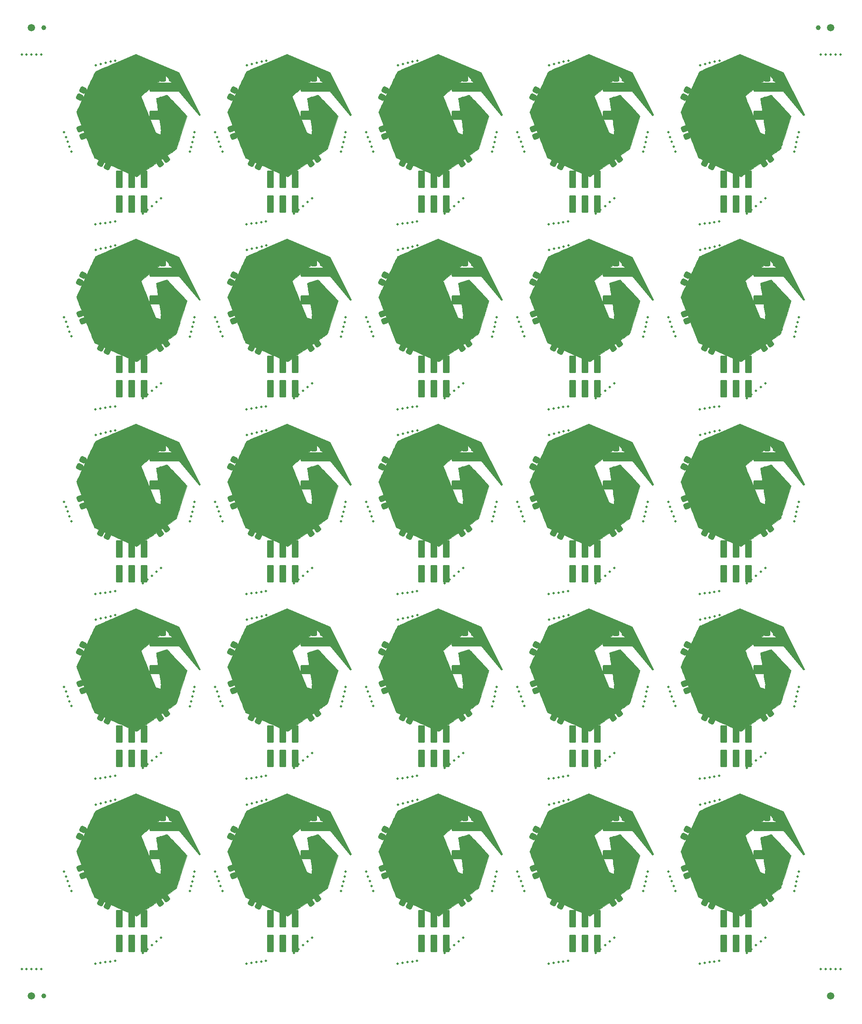
<source format=gbr>
%TF.GenerationSoftware,KiCad,Pcbnew,9.0.2*%
%TF.CreationDate,2025-06-25T14:10:58-05:00*%
%TF.ProjectId,panel,70616e65-6c2e-46b6-9963-61645f706362,rev?*%
%TF.SameCoordinates,Original*%
%TF.FileFunction,Soldermask,Bot*%
%TF.FilePolarity,Negative*%
%FSLAX46Y46*%
G04 Gerber Fmt 4.6, Leading zero omitted, Abs format (unit mm)*
G04 Created by KiCad (PCBNEW 9.0.2) date 2025-06-25 14:10:58*
%MOMM*%
%LPD*%
G01*
G04 APERTURE LIST*
G04 Aperture macros list*
%AMRoundRect*
0 Rectangle with rounded corners*
0 $1 Rounding radius*
0 $2 $3 $4 $5 $6 $7 $8 $9 X,Y pos of 4 corners*
0 Add a 4 corners polygon primitive as box body*
4,1,4,$2,$3,$4,$5,$6,$7,$8,$9,$2,$3,0*
0 Add four circle primitives for the rounded corners*
1,1,$1+$1,$2,$3*
1,1,$1+$1,$4,$5*
1,1,$1+$1,$6,$7*
1,1,$1+$1,$8,$9*
0 Add four rect primitives between the rounded corners*
20,1,$1+$1,$2,$3,$4,$5,0*
20,1,$1+$1,$4,$5,$6,$7,0*
20,1,$1+$1,$6,$7,$8,$9,0*
20,1,$1+$1,$8,$9,$2,$3,0*%
G04 Aperture macros list end*
%ADD10C,0.010000*%
%ADD11C,0.500000*%
%ADD12C,1.500000*%
%ADD13RoundRect,0.200000X-0.200000X0.737500X-0.200000X-0.737500X0.200000X-0.737500X0.200000X0.737500X0*%
%ADD14RoundRect,0.350000X-0.350000X-0.575000X0.350000X-0.575000X0.350000X0.575000X-0.350000X0.575000X0*%
%ADD15RoundRect,0.318750X0.439443X0.188163X-0.138328X0.457582X-0.439443X-0.188163X0.138328X-0.457582X0*%
%ADD16RoundRect,0.318750X0.188163X-0.439443X0.457582X0.138328X-0.188163X0.439443X-0.457582X-0.138328X0*%
%ADD17RoundRect,0.200000X0.250000X-0.400000X0.250000X0.400000X-0.250000X0.400000X-0.250000X-0.400000X0*%
%ADD18RoundRect,0.200000X0.200000X-0.400000X0.200000X0.400000X-0.200000X0.400000X-0.200000X-0.400000X0*%
%ADD19RoundRect,0.200000X-0.500000X1.575000X-0.500000X-1.575000X0.500000X-1.575000X0.500000X1.575000X0*%
%ADD20RoundRect,0.318750X0.443784X-0.177682X0.225747X0.421372X-0.443784X0.177682X-0.225747X-0.421372X0*%
%ADD21RoundRect,0.318750X0.056768X0.474650X-0.465441X0.108995X-0.056768X-0.474650X0.465441X-0.108995X0*%
%ADD22C,1.000000*%
G04 APERTURE END LIST*
D10*
%TO.C,G\u002A\u002A\u002A*%
X158746856Y-107343860D02*
X160943781Y-111735063D01*
X163140707Y-116126266D01*
X163021977Y-116187664D01*
X162903247Y-116249061D01*
X159501863Y-112166877D01*
X159076918Y-111657132D01*
X158666862Y-111165742D01*
X158274962Y-110696599D01*
X157904486Y-110253594D01*
X157558703Y-109840617D01*
X157240878Y-109461558D01*
X156954281Y-109120309D01*
X156702179Y-108820760D01*
X156487839Y-108566803D01*
X156314529Y-108362327D01*
X156185517Y-108211224D01*
X156104071Y-108117384D01*
X156073457Y-108084698D01*
X156073410Y-108084693D01*
X156036757Y-108110759D01*
X155940833Y-108185627D01*
X155791748Y-108304306D01*
X155595614Y-108461805D01*
X155358539Y-108653133D01*
X155086633Y-108873296D01*
X154786007Y-109117304D01*
X154462770Y-109380165D01*
X154123033Y-109656887D01*
X153772905Y-109942479D01*
X153418497Y-110231948D01*
X153065918Y-110520304D01*
X152721278Y-110802555D01*
X152390688Y-111073709D01*
X152080257Y-111328774D01*
X151796095Y-111562758D01*
X151544313Y-111770671D01*
X151331019Y-111947519D01*
X151162325Y-112088313D01*
X151044340Y-112188059D01*
X150983174Y-112241767D01*
X150976138Y-112249012D01*
X150985419Y-112298010D01*
X151027363Y-112423743D01*
X151101501Y-112625030D01*
X151207367Y-112900691D01*
X151344492Y-113249544D01*
X151512409Y-113670410D01*
X151710650Y-114162107D01*
X151938747Y-114723455D01*
X152196232Y-115353273D01*
X152473073Y-116027147D01*
X154006876Y-119752908D01*
X154600576Y-119973805D01*
X154808932Y-120049753D01*
X154987793Y-120111965D01*
X155122928Y-120155725D01*
X155200106Y-120176318D01*
X155212430Y-120176548D01*
X155208756Y-120132981D01*
X155192841Y-120011778D01*
X155165587Y-119818944D01*
X155127895Y-119560485D01*
X155080667Y-119242406D01*
X155024805Y-118870710D01*
X154961211Y-118451404D01*
X154890788Y-117990491D01*
X154814437Y-117493978D01*
X154733061Y-116967868D01*
X154656378Y-116474721D01*
X154570942Y-115925949D01*
X154489348Y-115400554D01*
X154412533Y-114904634D01*
X154341432Y-114444286D01*
X154276980Y-114025609D01*
X154220111Y-113654699D01*
X154171762Y-113337656D01*
X154132868Y-113080576D01*
X154104362Y-112889558D01*
X154087182Y-112770699D01*
X154082174Y-112730596D01*
X154113563Y-112700813D01*
X154210152Y-112655807D01*
X154375575Y-112594282D01*
X154613466Y-112514941D01*
X154927457Y-112416486D01*
X155159808Y-112345919D01*
X155449732Y-112259369D01*
X155714812Y-112181528D01*
X155943719Y-112115618D01*
X156125122Y-112064865D01*
X156247691Y-112032490D01*
X156299412Y-112021693D01*
X156337966Y-112051899D01*
X156429295Y-112139190D01*
X156568594Y-112278578D01*
X156751061Y-112465073D01*
X156971892Y-112693686D01*
X157226283Y-112959426D01*
X157509432Y-113257307D01*
X157816536Y-113582337D01*
X158142790Y-113929527D01*
X158372047Y-114174569D01*
X160382713Y-116327445D01*
X159325827Y-119688486D01*
X159156485Y-120225143D01*
X158994909Y-120733519D01*
X158842946Y-121208008D01*
X158702438Y-121643005D01*
X158575231Y-122032902D01*
X158463169Y-122372094D01*
X158368095Y-122654975D01*
X158291855Y-122875939D01*
X158236292Y-123029379D01*
X158203250Y-123109689D01*
X158196974Y-123119875D01*
X158155981Y-123150436D01*
X158050825Y-123225682D01*
X157886816Y-123341903D01*
X157669263Y-123495387D01*
X157403477Y-123682426D01*
X157094766Y-123899308D01*
X156748440Y-124142323D01*
X156369808Y-124407761D01*
X155964180Y-124691911D01*
X155536865Y-124991064D01*
X155093174Y-125301509D01*
X154638414Y-125619536D01*
X154177896Y-125941433D01*
X153716930Y-126263492D01*
X153260824Y-126582001D01*
X152814889Y-126893251D01*
X152384433Y-127193531D01*
X151974766Y-127479130D01*
X151591198Y-127746339D01*
X151239038Y-127991446D01*
X150923595Y-128210742D01*
X150650180Y-128400517D01*
X150424101Y-128557060D01*
X150250668Y-128676660D01*
X150135191Y-128755608D01*
X150082979Y-128790193D01*
X150081674Y-128790943D01*
X150038181Y-128777081D01*
X149922426Y-128730690D01*
X149739372Y-128653943D01*
X149493986Y-128549010D01*
X149191233Y-128418065D01*
X148836078Y-128263278D01*
X148433486Y-128086823D01*
X147988424Y-127890872D01*
X147505856Y-127677595D01*
X146990747Y-127449166D01*
X146448064Y-127207756D01*
X145882772Y-126955538D01*
X145742507Y-126892842D01*
X145171956Y-126637463D01*
X144622757Y-126391132D01*
X144099893Y-126156113D01*
X143608350Y-125934667D01*
X143153110Y-125729057D01*
X142739158Y-125541545D01*
X142371477Y-125374393D01*
X142055052Y-125229864D01*
X141794866Y-125110221D01*
X141595903Y-125017726D01*
X141463147Y-124954640D01*
X141401583Y-124923227D01*
X141397998Y-124920700D01*
X141375605Y-124874234D01*
X141325083Y-124754915D01*
X141248761Y-124568710D01*
X141148971Y-124321585D01*
X141028043Y-124019504D01*
X140888308Y-123668435D01*
X140732098Y-123274341D01*
X140561742Y-122843190D01*
X140379572Y-122380946D01*
X140187919Y-121893576D01*
X139989113Y-121387044D01*
X139785485Y-120867318D01*
X139579366Y-120340361D01*
X139373086Y-119812141D01*
X139168977Y-119288622D01*
X138969369Y-118775771D01*
X138776594Y-118279552D01*
X138592981Y-117805933D01*
X138420862Y-117360877D01*
X138262568Y-116950352D01*
X138120429Y-116580322D01*
X137996776Y-116256754D01*
X137893940Y-115985613D01*
X137814252Y-115772864D01*
X137760043Y-115624474D01*
X137733642Y-115546407D01*
X137731400Y-115536094D01*
X137749985Y-115488055D01*
X137801697Y-115369503D01*
X137883699Y-115186538D01*
X137993149Y-114945260D01*
X138127211Y-114651769D01*
X138283046Y-114312164D01*
X138457814Y-113932545D01*
X138648677Y-113519012D01*
X138852796Y-113077665D01*
X139067333Y-112614604D01*
X139289448Y-112135928D01*
X139516304Y-111647737D01*
X139745061Y-111156131D01*
X139972881Y-110667210D01*
X140196925Y-110187073D01*
X140414354Y-109721820D01*
X140622330Y-109277552D01*
X140818014Y-108860367D01*
X140998567Y-108476366D01*
X141161150Y-108131649D01*
X141302925Y-107832315D01*
X141421054Y-107584464D01*
X141512696Y-107394195D01*
X141575014Y-107267609D01*
X141605169Y-107210806D01*
X141606847Y-107208574D01*
X141651936Y-107185395D01*
X141769798Y-107131354D01*
X141955273Y-107048684D01*
X142203205Y-106939621D01*
X142508436Y-106806398D01*
X142865809Y-106651251D01*
X143270165Y-106476414D01*
X143716347Y-106284122D01*
X144199198Y-106076609D01*
X144713560Y-105856110D01*
X145254275Y-105624859D01*
X145775424Y-105402467D01*
X149893508Y-103646980D01*
X158746856Y-107343860D01*
G36*
X158746856Y-107343860D02*
G01*
X160943781Y-111735063D01*
X163140707Y-116126266D01*
X163021977Y-116187664D01*
X162903247Y-116249061D01*
X159501863Y-112166877D01*
X159076918Y-111657132D01*
X158666862Y-111165742D01*
X158274962Y-110696599D01*
X157904486Y-110253594D01*
X157558703Y-109840617D01*
X157240878Y-109461558D01*
X156954281Y-109120309D01*
X156702179Y-108820760D01*
X156487839Y-108566803D01*
X156314529Y-108362327D01*
X156185517Y-108211224D01*
X156104071Y-108117384D01*
X156073457Y-108084698D01*
X156073410Y-108084693D01*
X156036757Y-108110759D01*
X155940833Y-108185627D01*
X155791748Y-108304306D01*
X155595614Y-108461805D01*
X155358539Y-108653133D01*
X155086633Y-108873296D01*
X154786007Y-109117304D01*
X154462770Y-109380165D01*
X154123033Y-109656887D01*
X153772905Y-109942479D01*
X153418497Y-110231948D01*
X153065918Y-110520304D01*
X152721278Y-110802555D01*
X152390688Y-111073709D01*
X152080257Y-111328774D01*
X151796095Y-111562758D01*
X151544313Y-111770671D01*
X151331019Y-111947519D01*
X151162325Y-112088313D01*
X151044340Y-112188059D01*
X150983174Y-112241767D01*
X150976138Y-112249012D01*
X150985419Y-112298010D01*
X151027363Y-112423743D01*
X151101501Y-112625030D01*
X151207367Y-112900691D01*
X151344492Y-113249544D01*
X151512409Y-113670410D01*
X151710650Y-114162107D01*
X151938747Y-114723455D01*
X152196232Y-115353273D01*
X152473073Y-116027147D01*
X154006876Y-119752908D01*
X154600576Y-119973805D01*
X154808932Y-120049753D01*
X154987793Y-120111965D01*
X155122928Y-120155725D01*
X155200106Y-120176318D01*
X155212430Y-120176548D01*
X155208756Y-120132981D01*
X155192841Y-120011778D01*
X155165587Y-119818944D01*
X155127895Y-119560485D01*
X155080667Y-119242406D01*
X155024805Y-118870710D01*
X154961211Y-118451404D01*
X154890788Y-117990491D01*
X154814437Y-117493978D01*
X154733061Y-116967868D01*
X154656378Y-116474721D01*
X154570942Y-115925949D01*
X154489348Y-115400554D01*
X154412533Y-114904634D01*
X154341432Y-114444286D01*
X154276980Y-114025609D01*
X154220111Y-113654699D01*
X154171762Y-113337656D01*
X154132868Y-113080576D01*
X154104362Y-112889558D01*
X154087182Y-112770699D01*
X154082174Y-112730596D01*
X154113563Y-112700813D01*
X154210152Y-112655807D01*
X154375575Y-112594282D01*
X154613466Y-112514941D01*
X154927457Y-112416486D01*
X155159808Y-112345919D01*
X155449732Y-112259369D01*
X155714812Y-112181528D01*
X155943719Y-112115618D01*
X156125122Y-112064865D01*
X156247691Y-112032490D01*
X156299412Y-112021693D01*
X156337966Y-112051899D01*
X156429295Y-112139190D01*
X156568594Y-112278578D01*
X156751061Y-112465073D01*
X156971892Y-112693686D01*
X157226283Y-112959426D01*
X157509432Y-113257307D01*
X157816536Y-113582337D01*
X158142790Y-113929527D01*
X158372047Y-114174569D01*
X160382713Y-116327445D01*
X159325827Y-119688486D01*
X159156485Y-120225143D01*
X158994909Y-120733519D01*
X158842946Y-121208008D01*
X158702438Y-121643005D01*
X158575231Y-122032902D01*
X158463169Y-122372094D01*
X158368095Y-122654975D01*
X158291855Y-122875939D01*
X158236292Y-123029379D01*
X158203250Y-123109689D01*
X158196974Y-123119875D01*
X158155981Y-123150436D01*
X158050825Y-123225682D01*
X157886816Y-123341903D01*
X157669263Y-123495387D01*
X157403477Y-123682426D01*
X157094766Y-123899308D01*
X156748440Y-124142323D01*
X156369808Y-124407761D01*
X155964180Y-124691911D01*
X155536865Y-124991064D01*
X155093174Y-125301509D01*
X154638414Y-125619536D01*
X154177896Y-125941433D01*
X153716930Y-126263492D01*
X153260824Y-126582001D01*
X152814889Y-126893251D01*
X152384433Y-127193531D01*
X151974766Y-127479130D01*
X151591198Y-127746339D01*
X151239038Y-127991446D01*
X150923595Y-128210742D01*
X150650180Y-128400517D01*
X150424101Y-128557060D01*
X150250668Y-128676660D01*
X150135191Y-128755608D01*
X150082979Y-128790193D01*
X150081674Y-128790943D01*
X150038181Y-128777081D01*
X149922426Y-128730690D01*
X149739372Y-128653943D01*
X149493986Y-128549010D01*
X149191233Y-128418065D01*
X148836078Y-128263278D01*
X148433486Y-128086823D01*
X147988424Y-127890872D01*
X147505856Y-127677595D01*
X146990747Y-127449166D01*
X146448064Y-127207756D01*
X145882772Y-126955538D01*
X145742507Y-126892842D01*
X145171956Y-126637463D01*
X144622757Y-126391132D01*
X144099893Y-126156113D01*
X143608350Y-125934667D01*
X143153110Y-125729057D01*
X142739158Y-125541545D01*
X142371477Y-125374393D01*
X142055052Y-125229864D01*
X141794866Y-125110221D01*
X141595903Y-125017726D01*
X141463147Y-124954640D01*
X141401583Y-124923227D01*
X141397998Y-124920700D01*
X141375605Y-124874234D01*
X141325083Y-124754915D01*
X141248761Y-124568710D01*
X141148971Y-124321585D01*
X141028043Y-124019504D01*
X140888308Y-123668435D01*
X140732098Y-123274341D01*
X140561742Y-122843190D01*
X140379572Y-122380946D01*
X140187919Y-121893576D01*
X139989113Y-121387044D01*
X139785485Y-120867318D01*
X139579366Y-120340361D01*
X139373086Y-119812141D01*
X139168977Y-119288622D01*
X138969369Y-118775771D01*
X138776594Y-118279552D01*
X138592981Y-117805933D01*
X138420862Y-117360877D01*
X138262568Y-116950352D01*
X138120429Y-116580322D01*
X137996776Y-116256754D01*
X137893940Y-115985613D01*
X137814252Y-115772864D01*
X137760043Y-115624474D01*
X137733642Y-115546407D01*
X137731400Y-115536094D01*
X137749985Y-115488055D01*
X137801697Y-115369503D01*
X137883699Y-115186538D01*
X137993149Y-114945260D01*
X138127211Y-114651769D01*
X138283046Y-114312164D01*
X138457814Y-113932545D01*
X138648677Y-113519012D01*
X138852796Y-113077665D01*
X139067333Y-112614604D01*
X139289448Y-112135928D01*
X139516304Y-111647737D01*
X139745061Y-111156131D01*
X139972881Y-110667210D01*
X140196925Y-110187073D01*
X140414354Y-109721820D01*
X140622330Y-109277552D01*
X140818014Y-108860367D01*
X140998567Y-108476366D01*
X141161150Y-108131649D01*
X141302925Y-107832315D01*
X141421054Y-107584464D01*
X141512696Y-107394195D01*
X141575014Y-107267609D01*
X141605169Y-107210806D01*
X141606847Y-107208574D01*
X141651936Y-107185395D01*
X141769798Y-107131354D01*
X141955273Y-107048684D01*
X142203205Y-106939621D01*
X142508436Y-106806398D01*
X142865809Y-106651251D01*
X143270165Y-106476414D01*
X143716347Y-106284122D01*
X144199198Y-106076609D01*
X144713560Y-105856110D01*
X145254275Y-105624859D01*
X145775424Y-105402467D01*
X149893508Y-103646980D01*
X158746856Y-107343860D01*
G37*
X220701734Y-145230103D02*
X222898659Y-149621306D01*
X225095585Y-154012509D01*
X224976855Y-154073907D01*
X224858125Y-154135304D01*
X221456741Y-150053120D01*
X221031796Y-149543375D01*
X220621740Y-149051985D01*
X220229840Y-148582842D01*
X219859364Y-148139837D01*
X219513581Y-147726860D01*
X219195756Y-147347801D01*
X218909159Y-147006552D01*
X218657057Y-146707003D01*
X218442717Y-146453046D01*
X218269407Y-146248570D01*
X218140395Y-146097467D01*
X218058949Y-146003627D01*
X218028335Y-145970941D01*
X218028288Y-145970936D01*
X217991635Y-145997002D01*
X217895711Y-146071870D01*
X217746626Y-146190549D01*
X217550492Y-146348048D01*
X217313417Y-146539376D01*
X217041511Y-146759539D01*
X216740885Y-147003547D01*
X216417648Y-147266408D01*
X216077911Y-147543130D01*
X215727783Y-147828722D01*
X215373375Y-148118191D01*
X215020796Y-148406547D01*
X214676156Y-148688798D01*
X214345566Y-148959952D01*
X214035135Y-149215017D01*
X213750973Y-149449001D01*
X213499191Y-149656914D01*
X213285897Y-149833762D01*
X213117203Y-149974556D01*
X212999218Y-150074302D01*
X212938052Y-150128010D01*
X212931016Y-150135255D01*
X212940297Y-150184253D01*
X212982241Y-150309986D01*
X213056379Y-150511273D01*
X213162245Y-150786934D01*
X213299370Y-151135787D01*
X213467287Y-151556653D01*
X213665528Y-152048350D01*
X213893625Y-152609698D01*
X214151110Y-153239516D01*
X214427951Y-153913390D01*
X215961754Y-157639151D01*
X216555454Y-157860048D01*
X216763810Y-157935996D01*
X216942671Y-157998208D01*
X217077806Y-158041968D01*
X217154984Y-158062561D01*
X217167308Y-158062791D01*
X217163634Y-158019224D01*
X217147719Y-157898021D01*
X217120465Y-157705187D01*
X217082773Y-157446728D01*
X217035545Y-157128649D01*
X216979683Y-156756953D01*
X216916089Y-156337647D01*
X216845666Y-155876734D01*
X216769315Y-155380221D01*
X216687939Y-154854111D01*
X216611256Y-154360964D01*
X216525820Y-153812192D01*
X216444226Y-153286797D01*
X216367411Y-152790877D01*
X216296310Y-152330529D01*
X216231858Y-151911852D01*
X216174989Y-151540942D01*
X216126640Y-151223899D01*
X216087746Y-150966819D01*
X216059240Y-150775801D01*
X216042060Y-150656942D01*
X216037052Y-150616839D01*
X216068441Y-150587056D01*
X216165030Y-150542050D01*
X216330453Y-150480525D01*
X216568344Y-150401184D01*
X216882335Y-150302729D01*
X217114686Y-150232162D01*
X217404610Y-150145612D01*
X217669690Y-150067771D01*
X217898597Y-150001861D01*
X218080000Y-149951108D01*
X218202569Y-149918733D01*
X218254290Y-149907936D01*
X218292844Y-149938142D01*
X218384173Y-150025433D01*
X218523472Y-150164821D01*
X218705939Y-150351316D01*
X218926770Y-150579929D01*
X219181161Y-150845669D01*
X219464310Y-151143550D01*
X219771414Y-151468580D01*
X220097668Y-151815770D01*
X220326925Y-152060812D01*
X222337591Y-154213688D01*
X221280705Y-157574729D01*
X221111363Y-158111386D01*
X220949787Y-158619762D01*
X220797824Y-159094251D01*
X220657316Y-159529248D01*
X220530109Y-159919145D01*
X220418047Y-160258337D01*
X220322973Y-160541218D01*
X220246733Y-160762182D01*
X220191170Y-160915622D01*
X220158128Y-160995932D01*
X220151852Y-161006118D01*
X220110859Y-161036679D01*
X220005703Y-161111925D01*
X219841694Y-161228146D01*
X219624141Y-161381630D01*
X219358355Y-161568669D01*
X219049644Y-161785551D01*
X218703318Y-162028566D01*
X218324686Y-162294004D01*
X217919058Y-162578154D01*
X217491743Y-162877307D01*
X217048052Y-163187752D01*
X216593292Y-163505779D01*
X216132774Y-163827676D01*
X215671808Y-164149735D01*
X215215702Y-164468244D01*
X214769767Y-164779494D01*
X214339311Y-165079774D01*
X213929644Y-165365373D01*
X213546076Y-165632582D01*
X213193916Y-165877689D01*
X212878473Y-166096985D01*
X212605058Y-166286760D01*
X212378979Y-166443303D01*
X212205546Y-166562903D01*
X212090069Y-166641851D01*
X212037857Y-166676436D01*
X212036552Y-166677186D01*
X211993059Y-166663324D01*
X211877304Y-166616933D01*
X211694250Y-166540186D01*
X211448864Y-166435253D01*
X211146111Y-166304308D01*
X210790956Y-166149521D01*
X210388364Y-165973066D01*
X209943302Y-165777115D01*
X209460734Y-165563838D01*
X208945625Y-165335409D01*
X208402942Y-165093999D01*
X207837650Y-164841781D01*
X207697385Y-164779085D01*
X207126834Y-164523706D01*
X206577635Y-164277375D01*
X206054771Y-164042356D01*
X205563228Y-163820910D01*
X205107988Y-163615300D01*
X204694036Y-163427788D01*
X204326355Y-163260636D01*
X204009930Y-163116107D01*
X203749744Y-162996464D01*
X203550781Y-162903969D01*
X203418025Y-162840883D01*
X203356461Y-162809470D01*
X203352876Y-162806943D01*
X203330483Y-162760477D01*
X203279961Y-162641158D01*
X203203639Y-162454953D01*
X203103849Y-162207828D01*
X202982921Y-161905747D01*
X202843186Y-161554678D01*
X202686976Y-161160584D01*
X202516620Y-160729433D01*
X202334450Y-160267189D01*
X202142797Y-159779819D01*
X201943991Y-159273287D01*
X201740363Y-158753561D01*
X201534244Y-158226604D01*
X201327964Y-157698384D01*
X201123855Y-157174865D01*
X200924247Y-156662014D01*
X200731472Y-156165795D01*
X200547859Y-155692176D01*
X200375740Y-155247120D01*
X200217446Y-154836595D01*
X200075307Y-154466565D01*
X199951654Y-154142997D01*
X199848818Y-153871856D01*
X199769130Y-153659107D01*
X199714921Y-153510717D01*
X199688520Y-153432650D01*
X199686278Y-153422337D01*
X199704863Y-153374298D01*
X199756575Y-153255746D01*
X199838577Y-153072781D01*
X199948027Y-152831503D01*
X200082089Y-152538012D01*
X200237924Y-152198407D01*
X200412692Y-151818788D01*
X200603555Y-151405255D01*
X200807674Y-150963908D01*
X201022211Y-150500847D01*
X201244326Y-150022171D01*
X201471182Y-149533980D01*
X201699939Y-149042374D01*
X201927759Y-148553453D01*
X202151803Y-148073316D01*
X202369232Y-147608063D01*
X202577208Y-147163795D01*
X202772892Y-146746610D01*
X202953445Y-146362609D01*
X203116028Y-146017892D01*
X203257803Y-145718558D01*
X203375932Y-145470707D01*
X203467574Y-145280438D01*
X203529892Y-145153852D01*
X203560047Y-145097049D01*
X203561725Y-145094817D01*
X203606814Y-145071638D01*
X203724676Y-145017597D01*
X203910151Y-144934927D01*
X204158083Y-144825864D01*
X204463314Y-144692641D01*
X204820687Y-144537494D01*
X205225043Y-144362657D01*
X205671225Y-144170365D01*
X206154076Y-143962852D01*
X206668438Y-143742353D01*
X207209153Y-143511102D01*
X207730302Y-143288710D01*
X211848386Y-141533223D01*
X220701734Y-145230103D01*
G36*
X220701734Y-145230103D02*
G01*
X222898659Y-149621306D01*
X225095585Y-154012509D01*
X224976855Y-154073907D01*
X224858125Y-154135304D01*
X221456741Y-150053120D01*
X221031796Y-149543375D01*
X220621740Y-149051985D01*
X220229840Y-148582842D01*
X219859364Y-148139837D01*
X219513581Y-147726860D01*
X219195756Y-147347801D01*
X218909159Y-147006552D01*
X218657057Y-146707003D01*
X218442717Y-146453046D01*
X218269407Y-146248570D01*
X218140395Y-146097467D01*
X218058949Y-146003627D01*
X218028335Y-145970941D01*
X218028288Y-145970936D01*
X217991635Y-145997002D01*
X217895711Y-146071870D01*
X217746626Y-146190549D01*
X217550492Y-146348048D01*
X217313417Y-146539376D01*
X217041511Y-146759539D01*
X216740885Y-147003547D01*
X216417648Y-147266408D01*
X216077911Y-147543130D01*
X215727783Y-147828722D01*
X215373375Y-148118191D01*
X215020796Y-148406547D01*
X214676156Y-148688798D01*
X214345566Y-148959952D01*
X214035135Y-149215017D01*
X213750973Y-149449001D01*
X213499191Y-149656914D01*
X213285897Y-149833762D01*
X213117203Y-149974556D01*
X212999218Y-150074302D01*
X212938052Y-150128010D01*
X212931016Y-150135255D01*
X212940297Y-150184253D01*
X212982241Y-150309986D01*
X213056379Y-150511273D01*
X213162245Y-150786934D01*
X213299370Y-151135787D01*
X213467287Y-151556653D01*
X213665528Y-152048350D01*
X213893625Y-152609698D01*
X214151110Y-153239516D01*
X214427951Y-153913390D01*
X215961754Y-157639151D01*
X216555454Y-157860048D01*
X216763810Y-157935996D01*
X216942671Y-157998208D01*
X217077806Y-158041968D01*
X217154984Y-158062561D01*
X217167308Y-158062791D01*
X217163634Y-158019224D01*
X217147719Y-157898021D01*
X217120465Y-157705187D01*
X217082773Y-157446728D01*
X217035545Y-157128649D01*
X216979683Y-156756953D01*
X216916089Y-156337647D01*
X216845666Y-155876734D01*
X216769315Y-155380221D01*
X216687939Y-154854111D01*
X216611256Y-154360964D01*
X216525820Y-153812192D01*
X216444226Y-153286797D01*
X216367411Y-152790877D01*
X216296310Y-152330529D01*
X216231858Y-151911852D01*
X216174989Y-151540942D01*
X216126640Y-151223899D01*
X216087746Y-150966819D01*
X216059240Y-150775801D01*
X216042060Y-150656942D01*
X216037052Y-150616839D01*
X216068441Y-150587056D01*
X216165030Y-150542050D01*
X216330453Y-150480525D01*
X216568344Y-150401184D01*
X216882335Y-150302729D01*
X217114686Y-150232162D01*
X217404610Y-150145612D01*
X217669690Y-150067771D01*
X217898597Y-150001861D01*
X218080000Y-149951108D01*
X218202569Y-149918733D01*
X218254290Y-149907936D01*
X218292844Y-149938142D01*
X218384173Y-150025433D01*
X218523472Y-150164821D01*
X218705939Y-150351316D01*
X218926770Y-150579929D01*
X219181161Y-150845669D01*
X219464310Y-151143550D01*
X219771414Y-151468580D01*
X220097668Y-151815770D01*
X220326925Y-152060812D01*
X222337591Y-154213688D01*
X221280705Y-157574729D01*
X221111363Y-158111386D01*
X220949787Y-158619762D01*
X220797824Y-159094251D01*
X220657316Y-159529248D01*
X220530109Y-159919145D01*
X220418047Y-160258337D01*
X220322973Y-160541218D01*
X220246733Y-160762182D01*
X220191170Y-160915622D01*
X220158128Y-160995932D01*
X220151852Y-161006118D01*
X220110859Y-161036679D01*
X220005703Y-161111925D01*
X219841694Y-161228146D01*
X219624141Y-161381630D01*
X219358355Y-161568669D01*
X219049644Y-161785551D01*
X218703318Y-162028566D01*
X218324686Y-162294004D01*
X217919058Y-162578154D01*
X217491743Y-162877307D01*
X217048052Y-163187752D01*
X216593292Y-163505779D01*
X216132774Y-163827676D01*
X215671808Y-164149735D01*
X215215702Y-164468244D01*
X214769767Y-164779494D01*
X214339311Y-165079774D01*
X213929644Y-165365373D01*
X213546076Y-165632582D01*
X213193916Y-165877689D01*
X212878473Y-166096985D01*
X212605058Y-166286760D01*
X212378979Y-166443303D01*
X212205546Y-166562903D01*
X212090069Y-166641851D01*
X212037857Y-166676436D01*
X212036552Y-166677186D01*
X211993059Y-166663324D01*
X211877304Y-166616933D01*
X211694250Y-166540186D01*
X211448864Y-166435253D01*
X211146111Y-166304308D01*
X210790956Y-166149521D01*
X210388364Y-165973066D01*
X209943302Y-165777115D01*
X209460734Y-165563838D01*
X208945625Y-165335409D01*
X208402942Y-165093999D01*
X207837650Y-164841781D01*
X207697385Y-164779085D01*
X207126834Y-164523706D01*
X206577635Y-164277375D01*
X206054771Y-164042356D01*
X205563228Y-163820910D01*
X205107988Y-163615300D01*
X204694036Y-163427788D01*
X204326355Y-163260636D01*
X204009930Y-163116107D01*
X203749744Y-162996464D01*
X203550781Y-162903969D01*
X203418025Y-162840883D01*
X203356461Y-162809470D01*
X203352876Y-162806943D01*
X203330483Y-162760477D01*
X203279961Y-162641158D01*
X203203639Y-162454953D01*
X203103849Y-162207828D01*
X202982921Y-161905747D01*
X202843186Y-161554678D01*
X202686976Y-161160584D01*
X202516620Y-160729433D01*
X202334450Y-160267189D01*
X202142797Y-159779819D01*
X201943991Y-159273287D01*
X201740363Y-158753561D01*
X201534244Y-158226604D01*
X201327964Y-157698384D01*
X201123855Y-157174865D01*
X200924247Y-156662014D01*
X200731472Y-156165795D01*
X200547859Y-155692176D01*
X200375740Y-155247120D01*
X200217446Y-154836595D01*
X200075307Y-154466565D01*
X199951654Y-154142997D01*
X199848818Y-153871856D01*
X199769130Y-153659107D01*
X199714921Y-153510717D01*
X199688520Y-153432650D01*
X199686278Y-153422337D01*
X199704863Y-153374298D01*
X199756575Y-153255746D01*
X199838577Y-153072781D01*
X199948027Y-152831503D01*
X200082089Y-152538012D01*
X200237924Y-152198407D01*
X200412692Y-151818788D01*
X200603555Y-151405255D01*
X200807674Y-150963908D01*
X201022211Y-150500847D01*
X201244326Y-150022171D01*
X201471182Y-149533980D01*
X201699939Y-149042374D01*
X201927759Y-148553453D01*
X202151803Y-148073316D01*
X202369232Y-147608063D01*
X202577208Y-147163795D01*
X202772892Y-146746610D01*
X202953445Y-146362609D01*
X203116028Y-146017892D01*
X203257803Y-145718558D01*
X203375932Y-145470707D01*
X203467574Y-145280438D01*
X203529892Y-145153852D01*
X203560047Y-145097049D01*
X203561725Y-145094817D01*
X203606814Y-145071638D01*
X203724676Y-145017597D01*
X203910151Y-144934927D01*
X204158083Y-144825864D01*
X204463314Y-144692641D01*
X204820687Y-144537494D01*
X205225043Y-144362657D01*
X205671225Y-144170365D01*
X206154076Y-143962852D01*
X206668438Y-143742353D01*
X207209153Y-143511102D01*
X207730302Y-143288710D01*
X211848386Y-141533223D01*
X220701734Y-145230103D01*
G37*
X96791978Y-107343860D02*
X98988903Y-111735063D01*
X101185829Y-116126266D01*
X101067099Y-116187664D01*
X100948369Y-116249061D01*
X97546985Y-112166877D01*
X97122040Y-111657132D01*
X96711984Y-111165742D01*
X96320084Y-110696599D01*
X95949608Y-110253594D01*
X95603825Y-109840617D01*
X95286000Y-109461558D01*
X94999403Y-109120309D01*
X94747301Y-108820760D01*
X94532961Y-108566803D01*
X94359651Y-108362327D01*
X94230639Y-108211224D01*
X94149193Y-108117384D01*
X94118579Y-108084698D01*
X94118532Y-108084693D01*
X94081879Y-108110759D01*
X93985955Y-108185627D01*
X93836870Y-108304306D01*
X93640736Y-108461805D01*
X93403661Y-108653133D01*
X93131755Y-108873296D01*
X92831129Y-109117304D01*
X92507892Y-109380165D01*
X92168155Y-109656887D01*
X91818027Y-109942479D01*
X91463619Y-110231948D01*
X91111040Y-110520304D01*
X90766400Y-110802555D01*
X90435810Y-111073709D01*
X90125379Y-111328774D01*
X89841217Y-111562758D01*
X89589435Y-111770671D01*
X89376141Y-111947519D01*
X89207447Y-112088313D01*
X89089462Y-112188059D01*
X89028296Y-112241767D01*
X89021260Y-112249012D01*
X89030541Y-112298010D01*
X89072485Y-112423743D01*
X89146623Y-112625030D01*
X89252489Y-112900691D01*
X89389614Y-113249544D01*
X89557531Y-113670410D01*
X89755772Y-114162107D01*
X89983869Y-114723455D01*
X90241354Y-115353273D01*
X90518195Y-116027147D01*
X92051998Y-119752908D01*
X92645698Y-119973805D01*
X92854054Y-120049753D01*
X93032915Y-120111965D01*
X93168050Y-120155725D01*
X93245228Y-120176318D01*
X93257552Y-120176548D01*
X93253878Y-120132981D01*
X93237963Y-120011778D01*
X93210709Y-119818944D01*
X93173017Y-119560485D01*
X93125789Y-119242406D01*
X93069927Y-118870710D01*
X93006333Y-118451404D01*
X92935910Y-117990491D01*
X92859559Y-117493978D01*
X92778183Y-116967868D01*
X92701500Y-116474721D01*
X92616064Y-115925949D01*
X92534470Y-115400554D01*
X92457655Y-114904634D01*
X92386554Y-114444286D01*
X92322102Y-114025609D01*
X92265233Y-113654699D01*
X92216884Y-113337656D01*
X92177990Y-113080576D01*
X92149484Y-112889558D01*
X92132304Y-112770699D01*
X92127296Y-112730596D01*
X92158685Y-112700813D01*
X92255274Y-112655807D01*
X92420697Y-112594282D01*
X92658588Y-112514941D01*
X92972579Y-112416486D01*
X93204930Y-112345919D01*
X93494854Y-112259369D01*
X93759934Y-112181528D01*
X93988841Y-112115618D01*
X94170244Y-112064865D01*
X94292813Y-112032490D01*
X94344534Y-112021693D01*
X94383088Y-112051899D01*
X94474417Y-112139190D01*
X94613716Y-112278578D01*
X94796183Y-112465073D01*
X95017014Y-112693686D01*
X95271405Y-112959426D01*
X95554554Y-113257307D01*
X95861658Y-113582337D01*
X96187912Y-113929527D01*
X96417169Y-114174569D01*
X98427835Y-116327445D01*
X97370949Y-119688486D01*
X97201607Y-120225143D01*
X97040031Y-120733519D01*
X96888068Y-121208008D01*
X96747560Y-121643005D01*
X96620353Y-122032902D01*
X96508291Y-122372094D01*
X96413217Y-122654975D01*
X96336977Y-122875939D01*
X96281414Y-123029379D01*
X96248372Y-123109689D01*
X96242096Y-123119875D01*
X96201103Y-123150436D01*
X96095947Y-123225682D01*
X95931938Y-123341903D01*
X95714385Y-123495387D01*
X95448599Y-123682426D01*
X95139888Y-123899308D01*
X94793562Y-124142323D01*
X94414930Y-124407761D01*
X94009302Y-124691911D01*
X93581987Y-124991064D01*
X93138296Y-125301509D01*
X92683536Y-125619536D01*
X92223018Y-125941433D01*
X91762052Y-126263492D01*
X91305946Y-126582001D01*
X90860011Y-126893251D01*
X90429555Y-127193531D01*
X90019888Y-127479130D01*
X89636320Y-127746339D01*
X89284160Y-127991446D01*
X88968717Y-128210742D01*
X88695302Y-128400517D01*
X88469223Y-128557060D01*
X88295790Y-128676660D01*
X88180313Y-128755608D01*
X88128101Y-128790193D01*
X88126796Y-128790943D01*
X88083303Y-128777081D01*
X87967548Y-128730690D01*
X87784494Y-128653943D01*
X87539108Y-128549010D01*
X87236355Y-128418065D01*
X86881200Y-128263278D01*
X86478608Y-128086823D01*
X86033546Y-127890872D01*
X85550978Y-127677595D01*
X85035869Y-127449166D01*
X84493186Y-127207756D01*
X83927894Y-126955538D01*
X83787629Y-126892842D01*
X83217078Y-126637463D01*
X82667879Y-126391132D01*
X82145015Y-126156113D01*
X81653472Y-125934667D01*
X81198232Y-125729057D01*
X80784280Y-125541545D01*
X80416599Y-125374393D01*
X80100174Y-125229864D01*
X79839988Y-125110221D01*
X79641025Y-125017726D01*
X79508269Y-124954640D01*
X79446705Y-124923227D01*
X79443120Y-124920700D01*
X79420727Y-124874234D01*
X79370205Y-124754915D01*
X79293883Y-124568710D01*
X79194093Y-124321585D01*
X79073165Y-124019504D01*
X78933430Y-123668435D01*
X78777220Y-123274341D01*
X78606864Y-122843190D01*
X78424694Y-122380946D01*
X78233041Y-121893576D01*
X78034235Y-121387044D01*
X77830607Y-120867318D01*
X77624488Y-120340361D01*
X77418208Y-119812141D01*
X77214099Y-119288622D01*
X77014491Y-118775771D01*
X76821716Y-118279552D01*
X76638103Y-117805933D01*
X76465984Y-117360877D01*
X76307690Y-116950352D01*
X76165551Y-116580322D01*
X76041898Y-116256754D01*
X75939062Y-115985613D01*
X75859374Y-115772864D01*
X75805165Y-115624474D01*
X75778764Y-115546407D01*
X75776522Y-115536094D01*
X75795107Y-115488055D01*
X75846819Y-115369503D01*
X75928821Y-115186538D01*
X76038271Y-114945260D01*
X76172333Y-114651769D01*
X76328168Y-114312164D01*
X76502936Y-113932545D01*
X76693799Y-113519012D01*
X76897918Y-113077665D01*
X77112455Y-112614604D01*
X77334570Y-112135928D01*
X77561426Y-111647737D01*
X77790183Y-111156131D01*
X78018003Y-110667210D01*
X78242047Y-110187073D01*
X78459476Y-109721820D01*
X78667452Y-109277552D01*
X78863136Y-108860367D01*
X79043689Y-108476366D01*
X79206272Y-108131649D01*
X79348047Y-107832315D01*
X79466176Y-107584464D01*
X79557818Y-107394195D01*
X79620136Y-107267609D01*
X79650291Y-107210806D01*
X79651969Y-107208574D01*
X79697058Y-107185395D01*
X79814920Y-107131354D01*
X80000395Y-107048684D01*
X80248327Y-106939621D01*
X80553558Y-106806398D01*
X80910931Y-106651251D01*
X81315287Y-106476414D01*
X81761469Y-106284122D01*
X82244320Y-106076609D01*
X82758682Y-105856110D01*
X83299397Y-105624859D01*
X83820546Y-105402467D01*
X87938630Y-103646980D01*
X96791978Y-107343860D01*
G36*
X96791978Y-107343860D02*
G01*
X98988903Y-111735063D01*
X101185829Y-116126266D01*
X101067099Y-116187664D01*
X100948369Y-116249061D01*
X97546985Y-112166877D01*
X97122040Y-111657132D01*
X96711984Y-111165742D01*
X96320084Y-110696599D01*
X95949608Y-110253594D01*
X95603825Y-109840617D01*
X95286000Y-109461558D01*
X94999403Y-109120309D01*
X94747301Y-108820760D01*
X94532961Y-108566803D01*
X94359651Y-108362327D01*
X94230639Y-108211224D01*
X94149193Y-108117384D01*
X94118579Y-108084698D01*
X94118532Y-108084693D01*
X94081879Y-108110759D01*
X93985955Y-108185627D01*
X93836870Y-108304306D01*
X93640736Y-108461805D01*
X93403661Y-108653133D01*
X93131755Y-108873296D01*
X92831129Y-109117304D01*
X92507892Y-109380165D01*
X92168155Y-109656887D01*
X91818027Y-109942479D01*
X91463619Y-110231948D01*
X91111040Y-110520304D01*
X90766400Y-110802555D01*
X90435810Y-111073709D01*
X90125379Y-111328774D01*
X89841217Y-111562758D01*
X89589435Y-111770671D01*
X89376141Y-111947519D01*
X89207447Y-112088313D01*
X89089462Y-112188059D01*
X89028296Y-112241767D01*
X89021260Y-112249012D01*
X89030541Y-112298010D01*
X89072485Y-112423743D01*
X89146623Y-112625030D01*
X89252489Y-112900691D01*
X89389614Y-113249544D01*
X89557531Y-113670410D01*
X89755772Y-114162107D01*
X89983869Y-114723455D01*
X90241354Y-115353273D01*
X90518195Y-116027147D01*
X92051998Y-119752908D01*
X92645698Y-119973805D01*
X92854054Y-120049753D01*
X93032915Y-120111965D01*
X93168050Y-120155725D01*
X93245228Y-120176318D01*
X93257552Y-120176548D01*
X93253878Y-120132981D01*
X93237963Y-120011778D01*
X93210709Y-119818944D01*
X93173017Y-119560485D01*
X93125789Y-119242406D01*
X93069927Y-118870710D01*
X93006333Y-118451404D01*
X92935910Y-117990491D01*
X92859559Y-117493978D01*
X92778183Y-116967868D01*
X92701500Y-116474721D01*
X92616064Y-115925949D01*
X92534470Y-115400554D01*
X92457655Y-114904634D01*
X92386554Y-114444286D01*
X92322102Y-114025609D01*
X92265233Y-113654699D01*
X92216884Y-113337656D01*
X92177990Y-113080576D01*
X92149484Y-112889558D01*
X92132304Y-112770699D01*
X92127296Y-112730596D01*
X92158685Y-112700813D01*
X92255274Y-112655807D01*
X92420697Y-112594282D01*
X92658588Y-112514941D01*
X92972579Y-112416486D01*
X93204930Y-112345919D01*
X93494854Y-112259369D01*
X93759934Y-112181528D01*
X93988841Y-112115618D01*
X94170244Y-112064865D01*
X94292813Y-112032490D01*
X94344534Y-112021693D01*
X94383088Y-112051899D01*
X94474417Y-112139190D01*
X94613716Y-112278578D01*
X94796183Y-112465073D01*
X95017014Y-112693686D01*
X95271405Y-112959426D01*
X95554554Y-113257307D01*
X95861658Y-113582337D01*
X96187912Y-113929527D01*
X96417169Y-114174569D01*
X98427835Y-116327445D01*
X97370949Y-119688486D01*
X97201607Y-120225143D01*
X97040031Y-120733519D01*
X96888068Y-121208008D01*
X96747560Y-121643005D01*
X96620353Y-122032902D01*
X96508291Y-122372094D01*
X96413217Y-122654975D01*
X96336977Y-122875939D01*
X96281414Y-123029379D01*
X96248372Y-123109689D01*
X96242096Y-123119875D01*
X96201103Y-123150436D01*
X96095947Y-123225682D01*
X95931938Y-123341903D01*
X95714385Y-123495387D01*
X95448599Y-123682426D01*
X95139888Y-123899308D01*
X94793562Y-124142323D01*
X94414930Y-124407761D01*
X94009302Y-124691911D01*
X93581987Y-124991064D01*
X93138296Y-125301509D01*
X92683536Y-125619536D01*
X92223018Y-125941433D01*
X91762052Y-126263492D01*
X91305946Y-126582001D01*
X90860011Y-126893251D01*
X90429555Y-127193531D01*
X90019888Y-127479130D01*
X89636320Y-127746339D01*
X89284160Y-127991446D01*
X88968717Y-128210742D01*
X88695302Y-128400517D01*
X88469223Y-128557060D01*
X88295790Y-128676660D01*
X88180313Y-128755608D01*
X88128101Y-128790193D01*
X88126796Y-128790943D01*
X88083303Y-128777081D01*
X87967548Y-128730690D01*
X87784494Y-128653943D01*
X87539108Y-128549010D01*
X87236355Y-128418065D01*
X86881200Y-128263278D01*
X86478608Y-128086823D01*
X86033546Y-127890872D01*
X85550978Y-127677595D01*
X85035869Y-127449166D01*
X84493186Y-127207756D01*
X83927894Y-126955538D01*
X83787629Y-126892842D01*
X83217078Y-126637463D01*
X82667879Y-126391132D01*
X82145015Y-126156113D01*
X81653472Y-125934667D01*
X81198232Y-125729057D01*
X80784280Y-125541545D01*
X80416599Y-125374393D01*
X80100174Y-125229864D01*
X79839988Y-125110221D01*
X79641025Y-125017726D01*
X79508269Y-124954640D01*
X79446705Y-124923227D01*
X79443120Y-124920700D01*
X79420727Y-124874234D01*
X79370205Y-124754915D01*
X79293883Y-124568710D01*
X79194093Y-124321585D01*
X79073165Y-124019504D01*
X78933430Y-123668435D01*
X78777220Y-123274341D01*
X78606864Y-122843190D01*
X78424694Y-122380946D01*
X78233041Y-121893576D01*
X78034235Y-121387044D01*
X77830607Y-120867318D01*
X77624488Y-120340361D01*
X77418208Y-119812141D01*
X77214099Y-119288622D01*
X77014491Y-118775771D01*
X76821716Y-118279552D01*
X76638103Y-117805933D01*
X76465984Y-117360877D01*
X76307690Y-116950352D01*
X76165551Y-116580322D01*
X76041898Y-116256754D01*
X75939062Y-115985613D01*
X75859374Y-115772864D01*
X75805165Y-115624474D01*
X75778764Y-115546407D01*
X75776522Y-115536094D01*
X75795107Y-115488055D01*
X75846819Y-115369503D01*
X75928821Y-115186538D01*
X76038271Y-114945260D01*
X76172333Y-114651769D01*
X76328168Y-114312164D01*
X76502936Y-113932545D01*
X76693799Y-113519012D01*
X76897918Y-113077665D01*
X77112455Y-112614604D01*
X77334570Y-112135928D01*
X77561426Y-111647737D01*
X77790183Y-111156131D01*
X78018003Y-110667210D01*
X78242047Y-110187073D01*
X78459476Y-109721820D01*
X78667452Y-109277552D01*
X78863136Y-108860367D01*
X79043689Y-108476366D01*
X79206272Y-108131649D01*
X79348047Y-107832315D01*
X79466176Y-107584464D01*
X79557818Y-107394195D01*
X79620136Y-107267609D01*
X79650291Y-107210806D01*
X79651969Y-107208574D01*
X79697058Y-107185395D01*
X79814920Y-107131354D01*
X80000395Y-107048684D01*
X80248327Y-106939621D01*
X80553558Y-106806398D01*
X80910931Y-106651251D01*
X81315287Y-106476414D01*
X81761469Y-106284122D01*
X82244320Y-106076609D01*
X82758682Y-105856110D01*
X83299397Y-105624859D01*
X83820546Y-105402467D01*
X87938630Y-103646980D01*
X96791978Y-107343860D01*
G37*
X220701734Y-31571374D02*
X222898659Y-35962577D01*
X225095585Y-40353780D01*
X224976855Y-40415178D01*
X224858125Y-40476575D01*
X221456741Y-36394391D01*
X221031796Y-35884646D01*
X220621740Y-35393256D01*
X220229840Y-34924113D01*
X219859364Y-34481108D01*
X219513581Y-34068131D01*
X219195756Y-33689072D01*
X218909159Y-33347823D01*
X218657057Y-33048274D01*
X218442717Y-32794317D01*
X218269407Y-32589841D01*
X218140395Y-32438738D01*
X218058949Y-32344898D01*
X218028335Y-32312212D01*
X218028288Y-32312207D01*
X217991635Y-32338273D01*
X217895711Y-32413141D01*
X217746626Y-32531820D01*
X217550492Y-32689319D01*
X217313417Y-32880647D01*
X217041511Y-33100810D01*
X216740885Y-33344818D01*
X216417648Y-33607679D01*
X216077911Y-33884401D01*
X215727783Y-34169993D01*
X215373375Y-34459462D01*
X215020796Y-34747818D01*
X214676156Y-35030069D01*
X214345566Y-35301223D01*
X214035135Y-35556288D01*
X213750973Y-35790272D01*
X213499191Y-35998185D01*
X213285897Y-36175033D01*
X213117203Y-36315827D01*
X212999218Y-36415573D01*
X212938052Y-36469281D01*
X212931016Y-36476526D01*
X212940297Y-36525524D01*
X212982241Y-36651257D01*
X213056379Y-36852544D01*
X213162245Y-37128205D01*
X213299370Y-37477058D01*
X213467287Y-37897924D01*
X213665528Y-38389621D01*
X213893625Y-38950969D01*
X214151110Y-39580787D01*
X214427951Y-40254661D01*
X215961754Y-43980422D01*
X216555454Y-44201319D01*
X216763810Y-44277267D01*
X216942671Y-44339479D01*
X217077806Y-44383239D01*
X217154984Y-44403832D01*
X217167308Y-44404062D01*
X217163634Y-44360495D01*
X217147719Y-44239292D01*
X217120465Y-44046458D01*
X217082773Y-43787999D01*
X217035545Y-43469920D01*
X216979683Y-43098224D01*
X216916089Y-42678918D01*
X216845666Y-42218005D01*
X216769315Y-41721492D01*
X216687939Y-41195382D01*
X216611256Y-40702235D01*
X216525820Y-40153463D01*
X216444226Y-39628068D01*
X216367411Y-39132148D01*
X216296310Y-38671800D01*
X216231858Y-38253123D01*
X216174989Y-37882213D01*
X216126640Y-37565170D01*
X216087746Y-37308090D01*
X216059240Y-37117072D01*
X216042060Y-36998213D01*
X216037052Y-36958110D01*
X216068441Y-36928327D01*
X216165030Y-36883321D01*
X216330453Y-36821796D01*
X216568344Y-36742455D01*
X216882335Y-36644000D01*
X217114686Y-36573433D01*
X217404610Y-36486883D01*
X217669690Y-36409042D01*
X217898597Y-36343132D01*
X218080000Y-36292379D01*
X218202569Y-36260004D01*
X218254290Y-36249207D01*
X218292844Y-36279413D01*
X218384173Y-36366704D01*
X218523472Y-36506092D01*
X218705939Y-36692587D01*
X218926770Y-36921200D01*
X219181161Y-37186940D01*
X219464310Y-37484821D01*
X219771414Y-37809851D01*
X220097668Y-38157041D01*
X220326925Y-38402083D01*
X222337591Y-40554959D01*
X221280705Y-43916000D01*
X221111363Y-44452657D01*
X220949787Y-44961033D01*
X220797824Y-45435522D01*
X220657316Y-45870519D01*
X220530109Y-46260416D01*
X220418047Y-46599608D01*
X220322973Y-46882489D01*
X220246733Y-47103453D01*
X220191170Y-47256893D01*
X220158128Y-47337203D01*
X220151852Y-47347389D01*
X220110859Y-47377950D01*
X220005703Y-47453196D01*
X219841694Y-47569417D01*
X219624141Y-47722901D01*
X219358355Y-47909940D01*
X219049644Y-48126822D01*
X218703318Y-48369837D01*
X218324686Y-48635275D01*
X217919058Y-48919425D01*
X217491743Y-49218578D01*
X217048052Y-49529023D01*
X216593292Y-49847050D01*
X216132774Y-50168947D01*
X215671808Y-50491006D01*
X215215702Y-50809515D01*
X214769767Y-51120765D01*
X214339311Y-51421045D01*
X213929644Y-51706644D01*
X213546076Y-51973853D01*
X213193916Y-52218960D01*
X212878473Y-52438256D01*
X212605058Y-52628031D01*
X212378979Y-52784574D01*
X212205546Y-52904174D01*
X212090069Y-52983122D01*
X212037857Y-53017707D01*
X212036552Y-53018457D01*
X211993059Y-53004595D01*
X211877304Y-52958204D01*
X211694250Y-52881457D01*
X211448864Y-52776524D01*
X211146111Y-52645579D01*
X210790956Y-52490792D01*
X210388364Y-52314337D01*
X209943302Y-52118386D01*
X209460734Y-51905109D01*
X208945625Y-51676680D01*
X208402942Y-51435270D01*
X207837650Y-51183052D01*
X207697385Y-51120356D01*
X207126834Y-50864977D01*
X206577635Y-50618646D01*
X206054771Y-50383627D01*
X205563228Y-50162181D01*
X205107988Y-49956571D01*
X204694036Y-49769059D01*
X204326355Y-49601907D01*
X204009930Y-49457378D01*
X203749744Y-49337735D01*
X203550781Y-49245240D01*
X203418025Y-49182154D01*
X203356461Y-49150741D01*
X203352876Y-49148214D01*
X203330483Y-49101748D01*
X203279961Y-48982429D01*
X203203639Y-48796224D01*
X203103849Y-48549099D01*
X202982921Y-48247018D01*
X202843186Y-47895949D01*
X202686976Y-47501855D01*
X202516620Y-47070704D01*
X202334450Y-46608460D01*
X202142797Y-46121090D01*
X201943991Y-45614558D01*
X201740363Y-45094832D01*
X201534244Y-44567875D01*
X201327964Y-44039655D01*
X201123855Y-43516136D01*
X200924247Y-43003285D01*
X200731472Y-42507066D01*
X200547859Y-42033447D01*
X200375740Y-41588391D01*
X200217446Y-41177866D01*
X200075307Y-40807836D01*
X199951654Y-40484268D01*
X199848818Y-40213127D01*
X199769130Y-40000378D01*
X199714921Y-39851988D01*
X199688520Y-39773921D01*
X199686278Y-39763608D01*
X199704863Y-39715569D01*
X199756575Y-39597017D01*
X199838577Y-39414052D01*
X199948027Y-39172774D01*
X200082089Y-38879283D01*
X200237924Y-38539678D01*
X200412692Y-38160059D01*
X200603555Y-37746526D01*
X200807674Y-37305179D01*
X201022211Y-36842118D01*
X201244326Y-36363442D01*
X201471182Y-35875251D01*
X201699939Y-35383645D01*
X201927759Y-34894724D01*
X202151803Y-34414587D01*
X202369232Y-33949334D01*
X202577208Y-33505066D01*
X202772892Y-33087881D01*
X202953445Y-32703880D01*
X203116028Y-32359163D01*
X203257803Y-32059829D01*
X203375932Y-31811978D01*
X203467574Y-31621709D01*
X203529892Y-31495123D01*
X203560047Y-31438320D01*
X203561725Y-31436088D01*
X203606814Y-31412909D01*
X203724676Y-31358868D01*
X203910151Y-31276198D01*
X204158083Y-31167135D01*
X204463314Y-31033912D01*
X204820687Y-30878765D01*
X205225043Y-30703928D01*
X205671225Y-30511636D01*
X206154076Y-30304123D01*
X206668438Y-30083624D01*
X207209153Y-29852373D01*
X207730302Y-29629981D01*
X211848386Y-27874494D01*
X220701734Y-31571374D01*
G36*
X220701734Y-31571374D02*
G01*
X222898659Y-35962577D01*
X225095585Y-40353780D01*
X224976855Y-40415178D01*
X224858125Y-40476575D01*
X221456741Y-36394391D01*
X221031796Y-35884646D01*
X220621740Y-35393256D01*
X220229840Y-34924113D01*
X219859364Y-34481108D01*
X219513581Y-34068131D01*
X219195756Y-33689072D01*
X218909159Y-33347823D01*
X218657057Y-33048274D01*
X218442717Y-32794317D01*
X218269407Y-32589841D01*
X218140395Y-32438738D01*
X218058949Y-32344898D01*
X218028335Y-32312212D01*
X218028288Y-32312207D01*
X217991635Y-32338273D01*
X217895711Y-32413141D01*
X217746626Y-32531820D01*
X217550492Y-32689319D01*
X217313417Y-32880647D01*
X217041511Y-33100810D01*
X216740885Y-33344818D01*
X216417648Y-33607679D01*
X216077911Y-33884401D01*
X215727783Y-34169993D01*
X215373375Y-34459462D01*
X215020796Y-34747818D01*
X214676156Y-35030069D01*
X214345566Y-35301223D01*
X214035135Y-35556288D01*
X213750973Y-35790272D01*
X213499191Y-35998185D01*
X213285897Y-36175033D01*
X213117203Y-36315827D01*
X212999218Y-36415573D01*
X212938052Y-36469281D01*
X212931016Y-36476526D01*
X212940297Y-36525524D01*
X212982241Y-36651257D01*
X213056379Y-36852544D01*
X213162245Y-37128205D01*
X213299370Y-37477058D01*
X213467287Y-37897924D01*
X213665528Y-38389621D01*
X213893625Y-38950969D01*
X214151110Y-39580787D01*
X214427951Y-40254661D01*
X215961754Y-43980422D01*
X216555454Y-44201319D01*
X216763810Y-44277267D01*
X216942671Y-44339479D01*
X217077806Y-44383239D01*
X217154984Y-44403832D01*
X217167308Y-44404062D01*
X217163634Y-44360495D01*
X217147719Y-44239292D01*
X217120465Y-44046458D01*
X217082773Y-43787999D01*
X217035545Y-43469920D01*
X216979683Y-43098224D01*
X216916089Y-42678918D01*
X216845666Y-42218005D01*
X216769315Y-41721492D01*
X216687939Y-41195382D01*
X216611256Y-40702235D01*
X216525820Y-40153463D01*
X216444226Y-39628068D01*
X216367411Y-39132148D01*
X216296310Y-38671800D01*
X216231858Y-38253123D01*
X216174989Y-37882213D01*
X216126640Y-37565170D01*
X216087746Y-37308090D01*
X216059240Y-37117072D01*
X216042060Y-36998213D01*
X216037052Y-36958110D01*
X216068441Y-36928327D01*
X216165030Y-36883321D01*
X216330453Y-36821796D01*
X216568344Y-36742455D01*
X216882335Y-36644000D01*
X217114686Y-36573433D01*
X217404610Y-36486883D01*
X217669690Y-36409042D01*
X217898597Y-36343132D01*
X218080000Y-36292379D01*
X218202569Y-36260004D01*
X218254290Y-36249207D01*
X218292844Y-36279413D01*
X218384173Y-36366704D01*
X218523472Y-36506092D01*
X218705939Y-36692587D01*
X218926770Y-36921200D01*
X219181161Y-37186940D01*
X219464310Y-37484821D01*
X219771414Y-37809851D01*
X220097668Y-38157041D01*
X220326925Y-38402083D01*
X222337591Y-40554959D01*
X221280705Y-43916000D01*
X221111363Y-44452657D01*
X220949787Y-44961033D01*
X220797824Y-45435522D01*
X220657316Y-45870519D01*
X220530109Y-46260416D01*
X220418047Y-46599608D01*
X220322973Y-46882489D01*
X220246733Y-47103453D01*
X220191170Y-47256893D01*
X220158128Y-47337203D01*
X220151852Y-47347389D01*
X220110859Y-47377950D01*
X220005703Y-47453196D01*
X219841694Y-47569417D01*
X219624141Y-47722901D01*
X219358355Y-47909940D01*
X219049644Y-48126822D01*
X218703318Y-48369837D01*
X218324686Y-48635275D01*
X217919058Y-48919425D01*
X217491743Y-49218578D01*
X217048052Y-49529023D01*
X216593292Y-49847050D01*
X216132774Y-50168947D01*
X215671808Y-50491006D01*
X215215702Y-50809515D01*
X214769767Y-51120765D01*
X214339311Y-51421045D01*
X213929644Y-51706644D01*
X213546076Y-51973853D01*
X213193916Y-52218960D01*
X212878473Y-52438256D01*
X212605058Y-52628031D01*
X212378979Y-52784574D01*
X212205546Y-52904174D01*
X212090069Y-52983122D01*
X212037857Y-53017707D01*
X212036552Y-53018457D01*
X211993059Y-53004595D01*
X211877304Y-52958204D01*
X211694250Y-52881457D01*
X211448864Y-52776524D01*
X211146111Y-52645579D01*
X210790956Y-52490792D01*
X210388364Y-52314337D01*
X209943302Y-52118386D01*
X209460734Y-51905109D01*
X208945625Y-51676680D01*
X208402942Y-51435270D01*
X207837650Y-51183052D01*
X207697385Y-51120356D01*
X207126834Y-50864977D01*
X206577635Y-50618646D01*
X206054771Y-50383627D01*
X205563228Y-50162181D01*
X205107988Y-49956571D01*
X204694036Y-49769059D01*
X204326355Y-49601907D01*
X204009930Y-49457378D01*
X203749744Y-49337735D01*
X203550781Y-49245240D01*
X203418025Y-49182154D01*
X203356461Y-49150741D01*
X203352876Y-49148214D01*
X203330483Y-49101748D01*
X203279961Y-48982429D01*
X203203639Y-48796224D01*
X203103849Y-48549099D01*
X202982921Y-48247018D01*
X202843186Y-47895949D01*
X202686976Y-47501855D01*
X202516620Y-47070704D01*
X202334450Y-46608460D01*
X202142797Y-46121090D01*
X201943991Y-45614558D01*
X201740363Y-45094832D01*
X201534244Y-44567875D01*
X201327964Y-44039655D01*
X201123855Y-43516136D01*
X200924247Y-43003285D01*
X200731472Y-42507066D01*
X200547859Y-42033447D01*
X200375740Y-41588391D01*
X200217446Y-41177866D01*
X200075307Y-40807836D01*
X199951654Y-40484268D01*
X199848818Y-40213127D01*
X199769130Y-40000378D01*
X199714921Y-39851988D01*
X199688520Y-39773921D01*
X199686278Y-39763608D01*
X199704863Y-39715569D01*
X199756575Y-39597017D01*
X199838577Y-39414052D01*
X199948027Y-39172774D01*
X200082089Y-38879283D01*
X200237924Y-38539678D01*
X200412692Y-38160059D01*
X200603555Y-37746526D01*
X200807674Y-37305179D01*
X201022211Y-36842118D01*
X201244326Y-36363442D01*
X201471182Y-35875251D01*
X201699939Y-35383645D01*
X201927759Y-34894724D01*
X202151803Y-34414587D01*
X202369232Y-33949334D01*
X202577208Y-33505066D01*
X202772892Y-33087881D01*
X202953445Y-32703880D01*
X203116028Y-32359163D01*
X203257803Y-32059829D01*
X203375932Y-31811978D01*
X203467574Y-31621709D01*
X203529892Y-31495123D01*
X203560047Y-31438320D01*
X203561725Y-31436088D01*
X203606814Y-31412909D01*
X203724676Y-31358868D01*
X203910151Y-31276198D01*
X204158083Y-31167135D01*
X204463314Y-31033912D01*
X204820687Y-30878765D01*
X205225043Y-30703928D01*
X205671225Y-30511636D01*
X206154076Y-30304123D01*
X206668438Y-30083624D01*
X207209153Y-29852373D01*
X207730302Y-29629981D01*
X211848386Y-27874494D01*
X220701734Y-31571374D01*
G37*
X189724295Y-31571374D02*
X191921220Y-35962577D01*
X194118146Y-40353780D01*
X193999416Y-40415178D01*
X193880686Y-40476575D01*
X190479302Y-36394391D01*
X190054357Y-35884646D01*
X189644301Y-35393256D01*
X189252401Y-34924113D01*
X188881925Y-34481108D01*
X188536142Y-34068131D01*
X188218317Y-33689072D01*
X187931720Y-33347823D01*
X187679618Y-33048274D01*
X187465278Y-32794317D01*
X187291968Y-32589841D01*
X187162956Y-32438738D01*
X187081510Y-32344898D01*
X187050896Y-32312212D01*
X187050849Y-32312207D01*
X187014196Y-32338273D01*
X186918272Y-32413141D01*
X186769187Y-32531820D01*
X186573053Y-32689319D01*
X186335978Y-32880647D01*
X186064072Y-33100810D01*
X185763446Y-33344818D01*
X185440209Y-33607679D01*
X185100472Y-33884401D01*
X184750344Y-34169993D01*
X184395936Y-34459462D01*
X184043357Y-34747818D01*
X183698717Y-35030069D01*
X183368127Y-35301223D01*
X183057696Y-35556288D01*
X182773534Y-35790272D01*
X182521752Y-35998185D01*
X182308458Y-36175033D01*
X182139764Y-36315827D01*
X182021779Y-36415573D01*
X181960613Y-36469281D01*
X181953577Y-36476526D01*
X181962858Y-36525524D01*
X182004802Y-36651257D01*
X182078940Y-36852544D01*
X182184806Y-37128205D01*
X182321931Y-37477058D01*
X182489848Y-37897924D01*
X182688089Y-38389621D01*
X182916186Y-38950969D01*
X183173671Y-39580787D01*
X183450512Y-40254661D01*
X184984315Y-43980422D01*
X185578015Y-44201319D01*
X185786371Y-44277267D01*
X185965232Y-44339479D01*
X186100367Y-44383239D01*
X186177545Y-44403832D01*
X186189869Y-44404062D01*
X186186195Y-44360495D01*
X186170280Y-44239292D01*
X186143026Y-44046458D01*
X186105334Y-43787999D01*
X186058106Y-43469920D01*
X186002244Y-43098224D01*
X185938650Y-42678918D01*
X185868227Y-42218005D01*
X185791876Y-41721492D01*
X185710500Y-41195382D01*
X185633817Y-40702235D01*
X185548381Y-40153463D01*
X185466787Y-39628068D01*
X185389972Y-39132148D01*
X185318871Y-38671800D01*
X185254419Y-38253123D01*
X185197550Y-37882213D01*
X185149201Y-37565170D01*
X185110307Y-37308090D01*
X185081801Y-37117072D01*
X185064621Y-36998213D01*
X185059613Y-36958110D01*
X185091002Y-36928327D01*
X185187591Y-36883321D01*
X185353014Y-36821796D01*
X185590905Y-36742455D01*
X185904896Y-36644000D01*
X186137247Y-36573433D01*
X186427171Y-36486883D01*
X186692251Y-36409042D01*
X186921158Y-36343132D01*
X187102561Y-36292379D01*
X187225130Y-36260004D01*
X187276851Y-36249207D01*
X187315405Y-36279413D01*
X187406734Y-36366704D01*
X187546033Y-36506092D01*
X187728500Y-36692587D01*
X187949331Y-36921200D01*
X188203722Y-37186940D01*
X188486871Y-37484821D01*
X188793975Y-37809851D01*
X189120229Y-38157041D01*
X189349486Y-38402083D01*
X191360152Y-40554959D01*
X190303266Y-43916000D01*
X190133924Y-44452657D01*
X189972348Y-44961033D01*
X189820385Y-45435522D01*
X189679877Y-45870519D01*
X189552670Y-46260416D01*
X189440608Y-46599608D01*
X189345534Y-46882489D01*
X189269294Y-47103453D01*
X189213731Y-47256893D01*
X189180689Y-47337203D01*
X189174413Y-47347389D01*
X189133420Y-47377950D01*
X189028264Y-47453196D01*
X188864255Y-47569417D01*
X188646702Y-47722901D01*
X188380916Y-47909940D01*
X188072205Y-48126822D01*
X187725879Y-48369837D01*
X187347247Y-48635275D01*
X186941619Y-48919425D01*
X186514304Y-49218578D01*
X186070613Y-49529023D01*
X185615853Y-49847050D01*
X185155335Y-50168947D01*
X184694369Y-50491006D01*
X184238263Y-50809515D01*
X183792328Y-51120765D01*
X183361872Y-51421045D01*
X182952205Y-51706644D01*
X182568637Y-51973853D01*
X182216477Y-52218960D01*
X181901034Y-52438256D01*
X181627619Y-52628031D01*
X181401540Y-52784574D01*
X181228107Y-52904174D01*
X181112630Y-52983122D01*
X181060418Y-53017707D01*
X181059113Y-53018457D01*
X181015620Y-53004595D01*
X180899865Y-52958204D01*
X180716811Y-52881457D01*
X180471425Y-52776524D01*
X180168672Y-52645579D01*
X179813517Y-52490792D01*
X179410925Y-52314337D01*
X178965863Y-52118386D01*
X178483295Y-51905109D01*
X177968186Y-51676680D01*
X177425503Y-51435270D01*
X176860211Y-51183052D01*
X176719946Y-51120356D01*
X176149395Y-50864977D01*
X175600196Y-50618646D01*
X175077332Y-50383627D01*
X174585789Y-50162181D01*
X174130549Y-49956571D01*
X173716597Y-49769059D01*
X173348916Y-49601907D01*
X173032491Y-49457378D01*
X172772305Y-49337735D01*
X172573342Y-49245240D01*
X172440586Y-49182154D01*
X172379022Y-49150741D01*
X172375437Y-49148214D01*
X172353044Y-49101748D01*
X172302522Y-48982429D01*
X172226200Y-48796224D01*
X172126410Y-48549099D01*
X172005482Y-48247018D01*
X171865747Y-47895949D01*
X171709537Y-47501855D01*
X171539181Y-47070704D01*
X171357011Y-46608460D01*
X171165358Y-46121090D01*
X170966552Y-45614558D01*
X170762924Y-45094832D01*
X170556805Y-44567875D01*
X170350525Y-44039655D01*
X170146416Y-43516136D01*
X169946808Y-43003285D01*
X169754033Y-42507066D01*
X169570420Y-42033447D01*
X169398301Y-41588391D01*
X169240007Y-41177866D01*
X169097868Y-40807836D01*
X168974215Y-40484268D01*
X168871379Y-40213127D01*
X168791691Y-40000378D01*
X168737482Y-39851988D01*
X168711081Y-39773921D01*
X168708839Y-39763608D01*
X168727424Y-39715569D01*
X168779136Y-39597017D01*
X168861138Y-39414052D01*
X168970588Y-39172774D01*
X169104650Y-38879283D01*
X169260485Y-38539678D01*
X169435253Y-38160059D01*
X169626116Y-37746526D01*
X169830235Y-37305179D01*
X170044772Y-36842118D01*
X170266887Y-36363442D01*
X170493743Y-35875251D01*
X170722500Y-35383645D01*
X170950320Y-34894724D01*
X171174364Y-34414587D01*
X171391793Y-33949334D01*
X171599769Y-33505066D01*
X171795453Y-33087881D01*
X171976006Y-32703880D01*
X172138589Y-32359163D01*
X172280364Y-32059829D01*
X172398493Y-31811978D01*
X172490135Y-31621709D01*
X172552453Y-31495123D01*
X172582608Y-31438320D01*
X172584286Y-31436088D01*
X172629375Y-31412909D01*
X172747237Y-31358868D01*
X172932712Y-31276198D01*
X173180644Y-31167135D01*
X173485875Y-31033912D01*
X173843248Y-30878765D01*
X174247604Y-30703928D01*
X174693786Y-30511636D01*
X175176637Y-30304123D01*
X175690999Y-30083624D01*
X176231714Y-29852373D01*
X176752863Y-29629981D01*
X180870947Y-27874494D01*
X189724295Y-31571374D01*
G36*
X189724295Y-31571374D02*
G01*
X191921220Y-35962577D01*
X194118146Y-40353780D01*
X193999416Y-40415178D01*
X193880686Y-40476575D01*
X190479302Y-36394391D01*
X190054357Y-35884646D01*
X189644301Y-35393256D01*
X189252401Y-34924113D01*
X188881925Y-34481108D01*
X188536142Y-34068131D01*
X188218317Y-33689072D01*
X187931720Y-33347823D01*
X187679618Y-33048274D01*
X187465278Y-32794317D01*
X187291968Y-32589841D01*
X187162956Y-32438738D01*
X187081510Y-32344898D01*
X187050896Y-32312212D01*
X187050849Y-32312207D01*
X187014196Y-32338273D01*
X186918272Y-32413141D01*
X186769187Y-32531820D01*
X186573053Y-32689319D01*
X186335978Y-32880647D01*
X186064072Y-33100810D01*
X185763446Y-33344818D01*
X185440209Y-33607679D01*
X185100472Y-33884401D01*
X184750344Y-34169993D01*
X184395936Y-34459462D01*
X184043357Y-34747818D01*
X183698717Y-35030069D01*
X183368127Y-35301223D01*
X183057696Y-35556288D01*
X182773534Y-35790272D01*
X182521752Y-35998185D01*
X182308458Y-36175033D01*
X182139764Y-36315827D01*
X182021779Y-36415573D01*
X181960613Y-36469281D01*
X181953577Y-36476526D01*
X181962858Y-36525524D01*
X182004802Y-36651257D01*
X182078940Y-36852544D01*
X182184806Y-37128205D01*
X182321931Y-37477058D01*
X182489848Y-37897924D01*
X182688089Y-38389621D01*
X182916186Y-38950969D01*
X183173671Y-39580787D01*
X183450512Y-40254661D01*
X184984315Y-43980422D01*
X185578015Y-44201319D01*
X185786371Y-44277267D01*
X185965232Y-44339479D01*
X186100367Y-44383239D01*
X186177545Y-44403832D01*
X186189869Y-44404062D01*
X186186195Y-44360495D01*
X186170280Y-44239292D01*
X186143026Y-44046458D01*
X186105334Y-43787999D01*
X186058106Y-43469920D01*
X186002244Y-43098224D01*
X185938650Y-42678918D01*
X185868227Y-42218005D01*
X185791876Y-41721492D01*
X185710500Y-41195382D01*
X185633817Y-40702235D01*
X185548381Y-40153463D01*
X185466787Y-39628068D01*
X185389972Y-39132148D01*
X185318871Y-38671800D01*
X185254419Y-38253123D01*
X185197550Y-37882213D01*
X185149201Y-37565170D01*
X185110307Y-37308090D01*
X185081801Y-37117072D01*
X185064621Y-36998213D01*
X185059613Y-36958110D01*
X185091002Y-36928327D01*
X185187591Y-36883321D01*
X185353014Y-36821796D01*
X185590905Y-36742455D01*
X185904896Y-36644000D01*
X186137247Y-36573433D01*
X186427171Y-36486883D01*
X186692251Y-36409042D01*
X186921158Y-36343132D01*
X187102561Y-36292379D01*
X187225130Y-36260004D01*
X187276851Y-36249207D01*
X187315405Y-36279413D01*
X187406734Y-36366704D01*
X187546033Y-36506092D01*
X187728500Y-36692587D01*
X187949331Y-36921200D01*
X188203722Y-37186940D01*
X188486871Y-37484821D01*
X188793975Y-37809851D01*
X189120229Y-38157041D01*
X189349486Y-38402083D01*
X191360152Y-40554959D01*
X190303266Y-43916000D01*
X190133924Y-44452657D01*
X189972348Y-44961033D01*
X189820385Y-45435522D01*
X189679877Y-45870519D01*
X189552670Y-46260416D01*
X189440608Y-46599608D01*
X189345534Y-46882489D01*
X189269294Y-47103453D01*
X189213731Y-47256893D01*
X189180689Y-47337203D01*
X189174413Y-47347389D01*
X189133420Y-47377950D01*
X189028264Y-47453196D01*
X188864255Y-47569417D01*
X188646702Y-47722901D01*
X188380916Y-47909940D01*
X188072205Y-48126822D01*
X187725879Y-48369837D01*
X187347247Y-48635275D01*
X186941619Y-48919425D01*
X186514304Y-49218578D01*
X186070613Y-49529023D01*
X185615853Y-49847050D01*
X185155335Y-50168947D01*
X184694369Y-50491006D01*
X184238263Y-50809515D01*
X183792328Y-51120765D01*
X183361872Y-51421045D01*
X182952205Y-51706644D01*
X182568637Y-51973853D01*
X182216477Y-52218960D01*
X181901034Y-52438256D01*
X181627619Y-52628031D01*
X181401540Y-52784574D01*
X181228107Y-52904174D01*
X181112630Y-52983122D01*
X181060418Y-53017707D01*
X181059113Y-53018457D01*
X181015620Y-53004595D01*
X180899865Y-52958204D01*
X180716811Y-52881457D01*
X180471425Y-52776524D01*
X180168672Y-52645579D01*
X179813517Y-52490792D01*
X179410925Y-52314337D01*
X178965863Y-52118386D01*
X178483295Y-51905109D01*
X177968186Y-51676680D01*
X177425503Y-51435270D01*
X176860211Y-51183052D01*
X176719946Y-51120356D01*
X176149395Y-50864977D01*
X175600196Y-50618646D01*
X175077332Y-50383627D01*
X174585789Y-50162181D01*
X174130549Y-49956571D01*
X173716597Y-49769059D01*
X173348916Y-49601907D01*
X173032491Y-49457378D01*
X172772305Y-49337735D01*
X172573342Y-49245240D01*
X172440586Y-49182154D01*
X172379022Y-49150741D01*
X172375437Y-49148214D01*
X172353044Y-49101748D01*
X172302522Y-48982429D01*
X172226200Y-48796224D01*
X172126410Y-48549099D01*
X172005482Y-48247018D01*
X171865747Y-47895949D01*
X171709537Y-47501855D01*
X171539181Y-47070704D01*
X171357011Y-46608460D01*
X171165358Y-46121090D01*
X170966552Y-45614558D01*
X170762924Y-45094832D01*
X170556805Y-44567875D01*
X170350525Y-44039655D01*
X170146416Y-43516136D01*
X169946808Y-43003285D01*
X169754033Y-42507066D01*
X169570420Y-42033447D01*
X169398301Y-41588391D01*
X169240007Y-41177866D01*
X169097868Y-40807836D01*
X168974215Y-40484268D01*
X168871379Y-40213127D01*
X168791691Y-40000378D01*
X168737482Y-39851988D01*
X168711081Y-39773921D01*
X168708839Y-39763608D01*
X168727424Y-39715569D01*
X168779136Y-39597017D01*
X168861138Y-39414052D01*
X168970588Y-39172774D01*
X169104650Y-38879283D01*
X169260485Y-38539678D01*
X169435253Y-38160059D01*
X169626116Y-37746526D01*
X169830235Y-37305179D01*
X170044772Y-36842118D01*
X170266887Y-36363442D01*
X170493743Y-35875251D01*
X170722500Y-35383645D01*
X170950320Y-34894724D01*
X171174364Y-34414587D01*
X171391793Y-33949334D01*
X171599769Y-33505066D01*
X171795453Y-33087881D01*
X171976006Y-32703880D01*
X172138589Y-32359163D01*
X172280364Y-32059829D01*
X172398493Y-31811978D01*
X172490135Y-31621709D01*
X172552453Y-31495123D01*
X172582608Y-31438320D01*
X172584286Y-31436088D01*
X172629375Y-31412909D01*
X172747237Y-31358868D01*
X172932712Y-31276198D01*
X173180644Y-31167135D01*
X173485875Y-31033912D01*
X173843248Y-30878765D01*
X174247604Y-30703928D01*
X174693786Y-30511636D01*
X175176637Y-30304123D01*
X175690999Y-30083624D01*
X176231714Y-29852373D01*
X176752863Y-29629981D01*
X180870947Y-27874494D01*
X189724295Y-31571374D01*
G37*
X158746856Y-69457617D02*
X160943781Y-73848820D01*
X163140707Y-78240023D01*
X163021977Y-78301421D01*
X162903247Y-78362818D01*
X159501863Y-74280634D01*
X159076918Y-73770889D01*
X158666862Y-73279499D01*
X158274962Y-72810356D01*
X157904486Y-72367351D01*
X157558703Y-71954374D01*
X157240878Y-71575315D01*
X156954281Y-71234066D01*
X156702179Y-70934517D01*
X156487839Y-70680560D01*
X156314529Y-70476084D01*
X156185517Y-70324981D01*
X156104071Y-70231141D01*
X156073457Y-70198455D01*
X156073410Y-70198450D01*
X156036757Y-70224516D01*
X155940833Y-70299384D01*
X155791748Y-70418063D01*
X155595614Y-70575562D01*
X155358539Y-70766890D01*
X155086633Y-70987053D01*
X154786007Y-71231061D01*
X154462770Y-71493922D01*
X154123033Y-71770644D01*
X153772905Y-72056236D01*
X153418497Y-72345705D01*
X153065918Y-72634061D01*
X152721278Y-72916312D01*
X152390688Y-73187466D01*
X152080257Y-73442531D01*
X151796095Y-73676515D01*
X151544313Y-73884428D01*
X151331019Y-74061276D01*
X151162325Y-74202070D01*
X151044340Y-74301816D01*
X150983174Y-74355524D01*
X150976138Y-74362769D01*
X150985419Y-74411767D01*
X151027363Y-74537500D01*
X151101501Y-74738787D01*
X151207367Y-75014448D01*
X151344492Y-75363301D01*
X151512409Y-75784167D01*
X151710650Y-76275864D01*
X151938747Y-76837212D01*
X152196232Y-77467030D01*
X152473073Y-78140904D01*
X154006876Y-81866665D01*
X154600576Y-82087562D01*
X154808932Y-82163510D01*
X154987793Y-82225722D01*
X155122928Y-82269482D01*
X155200106Y-82290075D01*
X155212430Y-82290305D01*
X155208756Y-82246738D01*
X155192841Y-82125535D01*
X155165587Y-81932701D01*
X155127895Y-81674242D01*
X155080667Y-81356163D01*
X155024805Y-80984467D01*
X154961211Y-80565161D01*
X154890788Y-80104248D01*
X154814437Y-79607735D01*
X154733061Y-79081625D01*
X154656378Y-78588478D01*
X154570942Y-78039706D01*
X154489348Y-77514311D01*
X154412533Y-77018391D01*
X154341432Y-76558043D01*
X154276980Y-76139366D01*
X154220111Y-75768456D01*
X154171762Y-75451413D01*
X154132868Y-75194333D01*
X154104362Y-75003315D01*
X154087182Y-74884456D01*
X154082174Y-74844353D01*
X154113563Y-74814570D01*
X154210152Y-74769564D01*
X154375575Y-74708039D01*
X154613466Y-74628698D01*
X154927457Y-74530243D01*
X155159808Y-74459676D01*
X155449732Y-74373126D01*
X155714812Y-74295285D01*
X155943719Y-74229375D01*
X156125122Y-74178622D01*
X156247691Y-74146247D01*
X156299412Y-74135450D01*
X156337966Y-74165656D01*
X156429295Y-74252947D01*
X156568594Y-74392335D01*
X156751061Y-74578830D01*
X156971892Y-74807443D01*
X157226283Y-75073183D01*
X157509432Y-75371064D01*
X157816536Y-75696094D01*
X158142790Y-76043284D01*
X158372047Y-76288326D01*
X160382713Y-78441202D01*
X159325827Y-81802243D01*
X159156485Y-82338900D01*
X158994909Y-82847276D01*
X158842946Y-83321765D01*
X158702438Y-83756762D01*
X158575231Y-84146659D01*
X158463169Y-84485851D01*
X158368095Y-84768732D01*
X158291855Y-84989696D01*
X158236292Y-85143136D01*
X158203250Y-85223446D01*
X158196974Y-85233632D01*
X158155981Y-85264193D01*
X158050825Y-85339439D01*
X157886816Y-85455660D01*
X157669263Y-85609144D01*
X157403477Y-85796183D01*
X157094766Y-86013065D01*
X156748440Y-86256080D01*
X156369808Y-86521518D01*
X155964180Y-86805668D01*
X155536865Y-87104821D01*
X155093174Y-87415266D01*
X154638414Y-87733293D01*
X154177896Y-88055190D01*
X153716930Y-88377249D01*
X153260824Y-88695758D01*
X152814889Y-89007008D01*
X152384433Y-89307288D01*
X151974766Y-89592887D01*
X151591198Y-89860096D01*
X151239038Y-90105203D01*
X150923595Y-90324499D01*
X150650180Y-90514274D01*
X150424101Y-90670817D01*
X150250668Y-90790417D01*
X150135191Y-90869365D01*
X150082979Y-90903950D01*
X150081674Y-90904700D01*
X150038181Y-90890838D01*
X149922426Y-90844447D01*
X149739372Y-90767700D01*
X149493986Y-90662767D01*
X149191233Y-90531822D01*
X148836078Y-90377035D01*
X148433486Y-90200580D01*
X147988424Y-90004629D01*
X147505856Y-89791352D01*
X146990747Y-89562923D01*
X146448064Y-89321513D01*
X145882772Y-89069295D01*
X145742507Y-89006599D01*
X145171956Y-88751220D01*
X144622757Y-88504889D01*
X144099893Y-88269870D01*
X143608350Y-88048424D01*
X143153110Y-87842814D01*
X142739158Y-87655302D01*
X142371477Y-87488150D01*
X142055052Y-87343621D01*
X141794866Y-87223978D01*
X141595903Y-87131483D01*
X141463147Y-87068397D01*
X141401583Y-87036984D01*
X141397998Y-87034457D01*
X141375605Y-86987991D01*
X141325083Y-86868672D01*
X141248761Y-86682467D01*
X141148971Y-86435342D01*
X141028043Y-86133261D01*
X140888308Y-85782192D01*
X140732098Y-85388098D01*
X140561742Y-84956947D01*
X140379572Y-84494703D01*
X140187919Y-84007333D01*
X139989113Y-83500801D01*
X139785485Y-82981075D01*
X139579366Y-82454118D01*
X139373086Y-81925898D01*
X139168977Y-81402379D01*
X138969369Y-80889528D01*
X138776594Y-80393309D01*
X138592981Y-79919690D01*
X138420862Y-79474634D01*
X138262568Y-79064109D01*
X138120429Y-78694079D01*
X137996776Y-78370511D01*
X137893940Y-78099370D01*
X137814252Y-77886621D01*
X137760043Y-77738231D01*
X137733642Y-77660164D01*
X137731400Y-77649851D01*
X137749985Y-77601812D01*
X137801697Y-77483260D01*
X137883699Y-77300295D01*
X137993149Y-77059017D01*
X138127211Y-76765526D01*
X138283046Y-76425921D01*
X138457814Y-76046302D01*
X138648677Y-75632769D01*
X138852796Y-75191422D01*
X139067333Y-74728361D01*
X139289448Y-74249685D01*
X139516304Y-73761494D01*
X139745061Y-73269888D01*
X139972881Y-72780967D01*
X140196925Y-72300830D01*
X140414354Y-71835577D01*
X140622330Y-71391309D01*
X140818014Y-70974124D01*
X140998567Y-70590123D01*
X141161150Y-70245406D01*
X141302925Y-69946072D01*
X141421054Y-69698221D01*
X141512696Y-69507952D01*
X141575014Y-69381366D01*
X141605169Y-69324563D01*
X141606847Y-69322331D01*
X141651936Y-69299152D01*
X141769798Y-69245111D01*
X141955273Y-69162441D01*
X142203205Y-69053378D01*
X142508436Y-68920155D01*
X142865809Y-68765008D01*
X143270165Y-68590171D01*
X143716347Y-68397879D01*
X144199198Y-68190366D01*
X144713560Y-67969867D01*
X145254275Y-67738616D01*
X145775424Y-67516224D01*
X149893508Y-65760737D01*
X158746856Y-69457617D01*
G36*
X158746856Y-69457617D02*
G01*
X160943781Y-73848820D01*
X163140707Y-78240023D01*
X163021977Y-78301421D01*
X162903247Y-78362818D01*
X159501863Y-74280634D01*
X159076918Y-73770889D01*
X158666862Y-73279499D01*
X158274962Y-72810356D01*
X157904486Y-72367351D01*
X157558703Y-71954374D01*
X157240878Y-71575315D01*
X156954281Y-71234066D01*
X156702179Y-70934517D01*
X156487839Y-70680560D01*
X156314529Y-70476084D01*
X156185517Y-70324981D01*
X156104071Y-70231141D01*
X156073457Y-70198455D01*
X156073410Y-70198450D01*
X156036757Y-70224516D01*
X155940833Y-70299384D01*
X155791748Y-70418063D01*
X155595614Y-70575562D01*
X155358539Y-70766890D01*
X155086633Y-70987053D01*
X154786007Y-71231061D01*
X154462770Y-71493922D01*
X154123033Y-71770644D01*
X153772905Y-72056236D01*
X153418497Y-72345705D01*
X153065918Y-72634061D01*
X152721278Y-72916312D01*
X152390688Y-73187466D01*
X152080257Y-73442531D01*
X151796095Y-73676515D01*
X151544313Y-73884428D01*
X151331019Y-74061276D01*
X151162325Y-74202070D01*
X151044340Y-74301816D01*
X150983174Y-74355524D01*
X150976138Y-74362769D01*
X150985419Y-74411767D01*
X151027363Y-74537500D01*
X151101501Y-74738787D01*
X151207367Y-75014448D01*
X151344492Y-75363301D01*
X151512409Y-75784167D01*
X151710650Y-76275864D01*
X151938747Y-76837212D01*
X152196232Y-77467030D01*
X152473073Y-78140904D01*
X154006876Y-81866665D01*
X154600576Y-82087562D01*
X154808932Y-82163510D01*
X154987793Y-82225722D01*
X155122928Y-82269482D01*
X155200106Y-82290075D01*
X155212430Y-82290305D01*
X155208756Y-82246738D01*
X155192841Y-82125535D01*
X155165587Y-81932701D01*
X155127895Y-81674242D01*
X155080667Y-81356163D01*
X155024805Y-80984467D01*
X154961211Y-80565161D01*
X154890788Y-80104248D01*
X154814437Y-79607735D01*
X154733061Y-79081625D01*
X154656378Y-78588478D01*
X154570942Y-78039706D01*
X154489348Y-77514311D01*
X154412533Y-77018391D01*
X154341432Y-76558043D01*
X154276980Y-76139366D01*
X154220111Y-75768456D01*
X154171762Y-75451413D01*
X154132868Y-75194333D01*
X154104362Y-75003315D01*
X154087182Y-74884456D01*
X154082174Y-74844353D01*
X154113563Y-74814570D01*
X154210152Y-74769564D01*
X154375575Y-74708039D01*
X154613466Y-74628698D01*
X154927457Y-74530243D01*
X155159808Y-74459676D01*
X155449732Y-74373126D01*
X155714812Y-74295285D01*
X155943719Y-74229375D01*
X156125122Y-74178622D01*
X156247691Y-74146247D01*
X156299412Y-74135450D01*
X156337966Y-74165656D01*
X156429295Y-74252947D01*
X156568594Y-74392335D01*
X156751061Y-74578830D01*
X156971892Y-74807443D01*
X157226283Y-75073183D01*
X157509432Y-75371064D01*
X157816536Y-75696094D01*
X158142790Y-76043284D01*
X158372047Y-76288326D01*
X160382713Y-78441202D01*
X159325827Y-81802243D01*
X159156485Y-82338900D01*
X158994909Y-82847276D01*
X158842946Y-83321765D01*
X158702438Y-83756762D01*
X158575231Y-84146659D01*
X158463169Y-84485851D01*
X158368095Y-84768732D01*
X158291855Y-84989696D01*
X158236292Y-85143136D01*
X158203250Y-85223446D01*
X158196974Y-85233632D01*
X158155981Y-85264193D01*
X158050825Y-85339439D01*
X157886816Y-85455660D01*
X157669263Y-85609144D01*
X157403477Y-85796183D01*
X157094766Y-86013065D01*
X156748440Y-86256080D01*
X156369808Y-86521518D01*
X155964180Y-86805668D01*
X155536865Y-87104821D01*
X155093174Y-87415266D01*
X154638414Y-87733293D01*
X154177896Y-88055190D01*
X153716930Y-88377249D01*
X153260824Y-88695758D01*
X152814889Y-89007008D01*
X152384433Y-89307288D01*
X151974766Y-89592887D01*
X151591198Y-89860096D01*
X151239038Y-90105203D01*
X150923595Y-90324499D01*
X150650180Y-90514274D01*
X150424101Y-90670817D01*
X150250668Y-90790417D01*
X150135191Y-90869365D01*
X150082979Y-90903950D01*
X150081674Y-90904700D01*
X150038181Y-90890838D01*
X149922426Y-90844447D01*
X149739372Y-90767700D01*
X149493986Y-90662767D01*
X149191233Y-90531822D01*
X148836078Y-90377035D01*
X148433486Y-90200580D01*
X147988424Y-90004629D01*
X147505856Y-89791352D01*
X146990747Y-89562923D01*
X146448064Y-89321513D01*
X145882772Y-89069295D01*
X145742507Y-89006599D01*
X145171956Y-88751220D01*
X144622757Y-88504889D01*
X144099893Y-88269870D01*
X143608350Y-88048424D01*
X143153110Y-87842814D01*
X142739158Y-87655302D01*
X142371477Y-87488150D01*
X142055052Y-87343621D01*
X141794866Y-87223978D01*
X141595903Y-87131483D01*
X141463147Y-87068397D01*
X141401583Y-87036984D01*
X141397998Y-87034457D01*
X141375605Y-86987991D01*
X141325083Y-86868672D01*
X141248761Y-86682467D01*
X141148971Y-86435342D01*
X141028043Y-86133261D01*
X140888308Y-85782192D01*
X140732098Y-85388098D01*
X140561742Y-84956947D01*
X140379572Y-84494703D01*
X140187919Y-84007333D01*
X139989113Y-83500801D01*
X139785485Y-82981075D01*
X139579366Y-82454118D01*
X139373086Y-81925898D01*
X139168977Y-81402379D01*
X138969369Y-80889528D01*
X138776594Y-80393309D01*
X138592981Y-79919690D01*
X138420862Y-79474634D01*
X138262568Y-79064109D01*
X138120429Y-78694079D01*
X137996776Y-78370511D01*
X137893940Y-78099370D01*
X137814252Y-77886621D01*
X137760043Y-77738231D01*
X137733642Y-77660164D01*
X137731400Y-77649851D01*
X137749985Y-77601812D01*
X137801697Y-77483260D01*
X137883699Y-77300295D01*
X137993149Y-77059017D01*
X138127211Y-76765526D01*
X138283046Y-76425921D01*
X138457814Y-76046302D01*
X138648677Y-75632769D01*
X138852796Y-75191422D01*
X139067333Y-74728361D01*
X139289448Y-74249685D01*
X139516304Y-73761494D01*
X139745061Y-73269888D01*
X139972881Y-72780967D01*
X140196925Y-72300830D01*
X140414354Y-71835577D01*
X140622330Y-71391309D01*
X140818014Y-70974124D01*
X140998567Y-70590123D01*
X141161150Y-70245406D01*
X141302925Y-69946072D01*
X141421054Y-69698221D01*
X141512696Y-69507952D01*
X141575014Y-69381366D01*
X141605169Y-69324563D01*
X141606847Y-69322331D01*
X141651936Y-69299152D01*
X141769798Y-69245111D01*
X141955273Y-69162441D01*
X142203205Y-69053378D01*
X142508436Y-68920155D01*
X142865809Y-68765008D01*
X143270165Y-68590171D01*
X143716347Y-68397879D01*
X144199198Y-68190366D01*
X144713560Y-67969867D01*
X145254275Y-67738616D01*
X145775424Y-67516224D01*
X149893508Y-65760737D01*
X158746856Y-69457617D01*
G37*
X189724295Y-69457617D02*
X191921220Y-73848820D01*
X194118146Y-78240023D01*
X193999416Y-78301421D01*
X193880686Y-78362818D01*
X190479302Y-74280634D01*
X190054357Y-73770889D01*
X189644301Y-73279499D01*
X189252401Y-72810356D01*
X188881925Y-72367351D01*
X188536142Y-71954374D01*
X188218317Y-71575315D01*
X187931720Y-71234066D01*
X187679618Y-70934517D01*
X187465278Y-70680560D01*
X187291968Y-70476084D01*
X187162956Y-70324981D01*
X187081510Y-70231141D01*
X187050896Y-70198455D01*
X187050849Y-70198450D01*
X187014196Y-70224516D01*
X186918272Y-70299384D01*
X186769187Y-70418063D01*
X186573053Y-70575562D01*
X186335978Y-70766890D01*
X186064072Y-70987053D01*
X185763446Y-71231061D01*
X185440209Y-71493922D01*
X185100472Y-71770644D01*
X184750344Y-72056236D01*
X184395936Y-72345705D01*
X184043357Y-72634061D01*
X183698717Y-72916312D01*
X183368127Y-73187466D01*
X183057696Y-73442531D01*
X182773534Y-73676515D01*
X182521752Y-73884428D01*
X182308458Y-74061276D01*
X182139764Y-74202070D01*
X182021779Y-74301816D01*
X181960613Y-74355524D01*
X181953577Y-74362769D01*
X181962858Y-74411767D01*
X182004802Y-74537500D01*
X182078940Y-74738787D01*
X182184806Y-75014448D01*
X182321931Y-75363301D01*
X182489848Y-75784167D01*
X182688089Y-76275864D01*
X182916186Y-76837212D01*
X183173671Y-77467030D01*
X183450512Y-78140904D01*
X184984315Y-81866665D01*
X185578015Y-82087562D01*
X185786371Y-82163510D01*
X185965232Y-82225722D01*
X186100367Y-82269482D01*
X186177545Y-82290075D01*
X186189869Y-82290305D01*
X186186195Y-82246738D01*
X186170280Y-82125535D01*
X186143026Y-81932701D01*
X186105334Y-81674242D01*
X186058106Y-81356163D01*
X186002244Y-80984467D01*
X185938650Y-80565161D01*
X185868227Y-80104248D01*
X185791876Y-79607735D01*
X185710500Y-79081625D01*
X185633817Y-78588478D01*
X185548381Y-78039706D01*
X185466787Y-77514311D01*
X185389972Y-77018391D01*
X185318871Y-76558043D01*
X185254419Y-76139366D01*
X185197550Y-75768456D01*
X185149201Y-75451413D01*
X185110307Y-75194333D01*
X185081801Y-75003315D01*
X185064621Y-74884456D01*
X185059613Y-74844353D01*
X185091002Y-74814570D01*
X185187591Y-74769564D01*
X185353014Y-74708039D01*
X185590905Y-74628698D01*
X185904896Y-74530243D01*
X186137247Y-74459676D01*
X186427171Y-74373126D01*
X186692251Y-74295285D01*
X186921158Y-74229375D01*
X187102561Y-74178622D01*
X187225130Y-74146247D01*
X187276851Y-74135450D01*
X187315405Y-74165656D01*
X187406734Y-74252947D01*
X187546033Y-74392335D01*
X187728500Y-74578830D01*
X187949331Y-74807443D01*
X188203722Y-75073183D01*
X188486871Y-75371064D01*
X188793975Y-75696094D01*
X189120229Y-76043284D01*
X189349486Y-76288326D01*
X191360152Y-78441202D01*
X190303266Y-81802243D01*
X190133924Y-82338900D01*
X189972348Y-82847276D01*
X189820385Y-83321765D01*
X189679877Y-83756762D01*
X189552670Y-84146659D01*
X189440608Y-84485851D01*
X189345534Y-84768732D01*
X189269294Y-84989696D01*
X189213731Y-85143136D01*
X189180689Y-85223446D01*
X189174413Y-85233632D01*
X189133420Y-85264193D01*
X189028264Y-85339439D01*
X188864255Y-85455660D01*
X188646702Y-85609144D01*
X188380916Y-85796183D01*
X188072205Y-86013065D01*
X187725879Y-86256080D01*
X187347247Y-86521518D01*
X186941619Y-86805668D01*
X186514304Y-87104821D01*
X186070613Y-87415266D01*
X185615853Y-87733293D01*
X185155335Y-88055190D01*
X184694369Y-88377249D01*
X184238263Y-88695758D01*
X183792328Y-89007008D01*
X183361872Y-89307288D01*
X182952205Y-89592887D01*
X182568637Y-89860096D01*
X182216477Y-90105203D01*
X181901034Y-90324499D01*
X181627619Y-90514274D01*
X181401540Y-90670817D01*
X181228107Y-90790417D01*
X181112630Y-90869365D01*
X181060418Y-90903950D01*
X181059113Y-90904700D01*
X181015620Y-90890838D01*
X180899865Y-90844447D01*
X180716811Y-90767700D01*
X180471425Y-90662767D01*
X180168672Y-90531822D01*
X179813517Y-90377035D01*
X179410925Y-90200580D01*
X178965863Y-90004629D01*
X178483295Y-89791352D01*
X177968186Y-89562923D01*
X177425503Y-89321513D01*
X176860211Y-89069295D01*
X176719946Y-89006599D01*
X176149395Y-88751220D01*
X175600196Y-88504889D01*
X175077332Y-88269870D01*
X174585789Y-88048424D01*
X174130549Y-87842814D01*
X173716597Y-87655302D01*
X173348916Y-87488150D01*
X173032491Y-87343621D01*
X172772305Y-87223978D01*
X172573342Y-87131483D01*
X172440586Y-87068397D01*
X172379022Y-87036984D01*
X172375437Y-87034457D01*
X172353044Y-86987991D01*
X172302522Y-86868672D01*
X172226200Y-86682467D01*
X172126410Y-86435342D01*
X172005482Y-86133261D01*
X171865747Y-85782192D01*
X171709537Y-85388098D01*
X171539181Y-84956947D01*
X171357011Y-84494703D01*
X171165358Y-84007333D01*
X170966552Y-83500801D01*
X170762924Y-82981075D01*
X170556805Y-82454118D01*
X170350525Y-81925898D01*
X170146416Y-81402379D01*
X169946808Y-80889528D01*
X169754033Y-80393309D01*
X169570420Y-79919690D01*
X169398301Y-79474634D01*
X169240007Y-79064109D01*
X169097868Y-78694079D01*
X168974215Y-78370511D01*
X168871379Y-78099370D01*
X168791691Y-77886621D01*
X168737482Y-77738231D01*
X168711081Y-77660164D01*
X168708839Y-77649851D01*
X168727424Y-77601812D01*
X168779136Y-77483260D01*
X168861138Y-77300295D01*
X168970588Y-77059017D01*
X169104650Y-76765526D01*
X169260485Y-76425921D01*
X169435253Y-76046302D01*
X169626116Y-75632769D01*
X169830235Y-75191422D01*
X170044772Y-74728361D01*
X170266887Y-74249685D01*
X170493743Y-73761494D01*
X170722500Y-73269888D01*
X170950320Y-72780967D01*
X171174364Y-72300830D01*
X171391793Y-71835577D01*
X171599769Y-71391309D01*
X171795453Y-70974124D01*
X171976006Y-70590123D01*
X172138589Y-70245406D01*
X172280364Y-69946072D01*
X172398493Y-69698221D01*
X172490135Y-69507952D01*
X172552453Y-69381366D01*
X172582608Y-69324563D01*
X172584286Y-69322331D01*
X172629375Y-69299152D01*
X172747237Y-69245111D01*
X172932712Y-69162441D01*
X173180644Y-69053378D01*
X173485875Y-68920155D01*
X173843248Y-68765008D01*
X174247604Y-68590171D01*
X174693786Y-68397879D01*
X175176637Y-68190366D01*
X175690999Y-67969867D01*
X176231714Y-67738616D01*
X176752863Y-67516224D01*
X180870947Y-65760737D01*
X189724295Y-69457617D01*
G36*
X189724295Y-69457617D02*
G01*
X191921220Y-73848820D01*
X194118146Y-78240023D01*
X193999416Y-78301421D01*
X193880686Y-78362818D01*
X190479302Y-74280634D01*
X190054357Y-73770889D01*
X189644301Y-73279499D01*
X189252401Y-72810356D01*
X188881925Y-72367351D01*
X188536142Y-71954374D01*
X188218317Y-71575315D01*
X187931720Y-71234066D01*
X187679618Y-70934517D01*
X187465278Y-70680560D01*
X187291968Y-70476084D01*
X187162956Y-70324981D01*
X187081510Y-70231141D01*
X187050896Y-70198455D01*
X187050849Y-70198450D01*
X187014196Y-70224516D01*
X186918272Y-70299384D01*
X186769187Y-70418063D01*
X186573053Y-70575562D01*
X186335978Y-70766890D01*
X186064072Y-70987053D01*
X185763446Y-71231061D01*
X185440209Y-71493922D01*
X185100472Y-71770644D01*
X184750344Y-72056236D01*
X184395936Y-72345705D01*
X184043357Y-72634061D01*
X183698717Y-72916312D01*
X183368127Y-73187466D01*
X183057696Y-73442531D01*
X182773534Y-73676515D01*
X182521752Y-73884428D01*
X182308458Y-74061276D01*
X182139764Y-74202070D01*
X182021779Y-74301816D01*
X181960613Y-74355524D01*
X181953577Y-74362769D01*
X181962858Y-74411767D01*
X182004802Y-74537500D01*
X182078940Y-74738787D01*
X182184806Y-75014448D01*
X182321931Y-75363301D01*
X182489848Y-75784167D01*
X182688089Y-76275864D01*
X182916186Y-76837212D01*
X183173671Y-77467030D01*
X183450512Y-78140904D01*
X184984315Y-81866665D01*
X185578015Y-82087562D01*
X185786371Y-82163510D01*
X185965232Y-82225722D01*
X186100367Y-82269482D01*
X186177545Y-82290075D01*
X186189869Y-82290305D01*
X186186195Y-82246738D01*
X186170280Y-82125535D01*
X186143026Y-81932701D01*
X186105334Y-81674242D01*
X186058106Y-81356163D01*
X186002244Y-80984467D01*
X185938650Y-80565161D01*
X185868227Y-80104248D01*
X185791876Y-79607735D01*
X185710500Y-79081625D01*
X185633817Y-78588478D01*
X185548381Y-78039706D01*
X185466787Y-77514311D01*
X185389972Y-77018391D01*
X185318871Y-76558043D01*
X185254419Y-76139366D01*
X185197550Y-75768456D01*
X185149201Y-75451413D01*
X185110307Y-75194333D01*
X185081801Y-75003315D01*
X185064621Y-74884456D01*
X185059613Y-74844353D01*
X185091002Y-74814570D01*
X185187591Y-74769564D01*
X185353014Y-74708039D01*
X185590905Y-74628698D01*
X185904896Y-74530243D01*
X186137247Y-74459676D01*
X186427171Y-74373126D01*
X186692251Y-74295285D01*
X186921158Y-74229375D01*
X187102561Y-74178622D01*
X187225130Y-74146247D01*
X187276851Y-74135450D01*
X187315405Y-74165656D01*
X187406734Y-74252947D01*
X187546033Y-74392335D01*
X187728500Y-74578830D01*
X187949331Y-74807443D01*
X188203722Y-75073183D01*
X188486871Y-75371064D01*
X188793975Y-75696094D01*
X189120229Y-76043284D01*
X189349486Y-76288326D01*
X191360152Y-78441202D01*
X190303266Y-81802243D01*
X190133924Y-82338900D01*
X189972348Y-82847276D01*
X189820385Y-83321765D01*
X189679877Y-83756762D01*
X189552670Y-84146659D01*
X189440608Y-84485851D01*
X189345534Y-84768732D01*
X189269294Y-84989696D01*
X189213731Y-85143136D01*
X189180689Y-85223446D01*
X189174413Y-85233632D01*
X189133420Y-85264193D01*
X189028264Y-85339439D01*
X188864255Y-85455660D01*
X188646702Y-85609144D01*
X188380916Y-85796183D01*
X188072205Y-86013065D01*
X187725879Y-86256080D01*
X187347247Y-86521518D01*
X186941619Y-86805668D01*
X186514304Y-87104821D01*
X186070613Y-87415266D01*
X185615853Y-87733293D01*
X185155335Y-88055190D01*
X184694369Y-88377249D01*
X184238263Y-88695758D01*
X183792328Y-89007008D01*
X183361872Y-89307288D01*
X182952205Y-89592887D01*
X182568637Y-89860096D01*
X182216477Y-90105203D01*
X181901034Y-90324499D01*
X181627619Y-90514274D01*
X181401540Y-90670817D01*
X181228107Y-90790417D01*
X181112630Y-90869365D01*
X181060418Y-90903950D01*
X181059113Y-90904700D01*
X181015620Y-90890838D01*
X180899865Y-90844447D01*
X180716811Y-90767700D01*
X180471425Y-90662767D01*
X180168672Y-90531822D01*
X179813517Y-90377035D01*
X179410925Y-90200580D01*
X178965863Y-90004629D01*
X178483295Y-89791352D01*
X177968186Y-89562923D01*
X177425503Y-89321513D01*
X176860211Y-89069295D01*
X176719946Y-89006599D01*
X176149395Y-88751220D01*
X175600196Y-88504889D01*
X175077332Y-88269870D01*
X174585789Y-88048424D01*
X174130549Y-87842814D01*
X173716597Y-87655302D01*
X173348916Y-87488150D01*
X173032491Y-87343621D01*
X172772305Y-87223978D01*
X172573342Y-87131483D01*
X172440586Y-87068397D01*
X172379022Y-87036984D01*
X172375437Y-87034457D01*
X172353044Y-86987991D01*
X172302522Y-86868672D01*
X172226200Y-86682467D01*
X172126410Y-86435342D01*
X172005482Y-86133261D01*
X171865747Y-85782192D01*
X171709537Y-85388098D01*
X171539181Y-84956947D01*
X171357011Y-84494703D01*
X171165358Y-84007333D01*
X170966552Y-83500801D01*
X170762924Y-82981075D01*
X170556805Y-82454118D01*
X170350525Y-81925898D01*
X170146416Y-81402379D01*
X169946808Y-80889528D01*
X169754033Y-80393309D01*
X169570420Y-79919690D01*
X169398301Y-79474634D01*
X169240007Y-79064109D01*
X169097868Y-78694079D01*
X168974215Y-78370511D01*
X168871379Y-78099370D01*
X168791691Y-77886621D01*
X168737482Y-77738231D01*
X168711081Y-77660164D01*
X168708839Y-77649851D01*
X168727424Y-77601812D01*
X168779136Y-77483260D01*
X168861138Y-77300295D01*
X168970588Y-77059017D01*
X169104650Y-76765526D01*
X169260485Y-76425921D01*
X169435253Y-76046302D01*
X169626116Y-75632769D01*
X169830235Y-75191422D01*
X170044772Y-74728361D01*
X170266887Y-74249685D01*
X170493743Y-73761494D01*
X170722500Y-73269888D01*
X170950320Y-72780967D01*
X171174364Y-72300830D01*
X171391793Y-71835577D01*
X171599769Y-71391309D01*
X171795453Y-70974124D01*
X171976006Y-70590123D01*
X172138589Y-70245406D01*
X172280364Y-69946072D01*
X172398493Y-69698221D01*
X172490135Y-69507952D01*
X172552453Y-69381366D01*
X172582608Y-69324563D01*
X172584286Y-69322331D01*
X172629375Y-69299152D01*
X172747237Y-69245111D01*
X172932712Y-69162441D01*
X173180644Y-69053378D01*
X173485875Y-68920155D01*
X173843248Y-68765008D01*
X174247604Y-68590171D01*
X174693786Y-68397879D01*
X175176637Y-68190366D01*
X175690999Y-67969867D01*
X176231714Y-67738616D01*
X176752863Y-67516224D01*
X180870947Y-65760737D01*
X189724295Y-69457617D01*
G37*
X220701734Y-183116346D02*
X222898659Y-187507549D01*
X225095585Y-191898752D01*
X224976855Y-191960150D01*
X224858125Y-192021547D01*
X221456741Y-187939363D01*
X221031796Y-187429618D01*
X220621740Y-186938228D01*
X220229840Y-186469085D01*
X219859364Y-186026080D01*
X219513581Y-185613103D01*
X219195756Y-185234044D01*
X218909159Y-184892795D01*
X218657057Y-184593246D01*
X218442717Y-184339289D01*
X218269407Y-184134813D01*
X218140395Y-183983710D01*
X218058949Y-183889870D01*
X218028335Y-183857184D01*
X218028288Y-183857179D01*
X217991635Y-183883245D01*
X217895711Y-183958113D01*
X217746626Y-184076792D01*
X217550492Y-184234291D01*
X217313417Y-184425619D01*
X217041511Y-184645782D01*
X216740885Y-184889790D01*
X216417648Y-185152651D01*
X216077911Y-185429373D01*
X215727783Y-185714965D01*
X215373375Y-186004434D01*
X215020796Y-186292790D01*
X214676156Y-186575041D01*
X214345566Y-186846195D01*
X214035135Y-187101260D01*
X213750973Y-187335244D01*
X213499191Y-187543157D01*
X213285897Y-187720005D01*
X213117203Y-187860799D01*
X212999218Y-187960545D01*
X212938052Y-188014253D01*
X212931016Y-188021498D01*
X212940297Y-188070496D01*
X212982241Y-188196229D01*
X213056379Y-188397516D01*
X213162245Y-188673177D01*
X213299370Y-189022030D01*
X213467287Y-189442896D01*
X213665528Y-189934593D01*
X213893625Y-190495941D01*
X214151110Y-191125759D01*
X214427951Y-191799633D01*
X215961754Y-195525394D01*
X216555454Y-195746291D01*
X216763810Y-195822239D01*
X216942671Y-195884451D01*
X217077806Y-195928211D01*
X217154984Y-195948804D01*
X217167308Y-195949034D01*
X217163634Y-195905467D01*
X217147719Y-195784264D01*
X217120465Y-195591430D01*
X217082773Y-195332971D01*
X217035545Y-195014892D01*
X216979683Y-194643196D01*
X216916089Y-194223890D01*
X216845666Y-193762977D01*
X216769315Y-193266464D01*
X216687939Y-192740354D01*
X216611256Y-192247207D01*
X216525820Y-191698435D01*
X216444226Y-191173040D01*
X216367411Y-190677120D01*
X216296310Y-190216772D01*
X216231858Y-189798095D01*
X216174989Y-189427185D01*
X216126640Y-189110142D01*
X216087746Y-188853062D01*
X216059240Y-188662044D01*
X216042060Y-188543185D01*
X216037052Y-188503082D01*
X216068441Y-188473299D01*
X216165030Y-188428293D01*
X216330453Y-188366768D01*
X216568344Y-188287427D01*
X216882335Y-188188972D01*
X217114686Y-188118405D01*
X217404610Y-188031855D01*
X217669690Y-187954014D01*
X217898597Y-187888104D01*
X218080000Y-187837351D01*
X218202569Y-187804976D01*
X218254290Y-187794179D01*
X218292844Y-187824385D01*
X218384173Y-187911676D01*
X218523472Y-188051064D01*
X218705939Y-188237559D01*
X218926770Y-188466172D01*
X219181161Y-188731912D01*
X219464310Y-189029793D01*
X219771414Y-189354823D01*
X220097668Y-189702013D01*
X220326925Y-189947055D01*
X222337591Y-192099931D01*
X221280705Y-195460972D01*
X221111363Y-195997629D01*
X220949787Y-196506005D01*
X220797824Y-196980494D01*
X220657316Y-197415491D01*
X220530109Y-197805388D01*
X220418047Y-198144580D01*
X220322973Y-198427461D01*
X220246733Y-198648425D01*
X220191170Y-198801865D01*
X220158128Y-198882175D01*
X220151852Y-198892361D01*
X220110859Y-198922922D01*
X220005703Y-198998168D01*
X219841694Y-199114389D01*
X219624141Y-199267873D01*
X219358355Y-199454912D01*
X219049644Y-199671794D01*
X218703318Y-199914809D01*
X218324686Y-200180247D01*
X217919058Y-200464397D01*
X217491743Y-200763550D01*
X217048052Y-201073995D01*
X216593292Y-201392022D01*
X216132774Y-201713919D01*
X215671808Y-202035978D01*
X215215702Y-202354487D01*
X214769767Y-202665737D01*
X214339311Y-202966017D01*
X213929644Y-203251616D01*
X213546076Y-203518825D01*
X213193916Y-203763932D01*
X212878473Y-203983228D01*
X212605058Y-204173003D01*
X212378979Y-204329546D01*
X212205546Y-204449146D01*
X212090069Y-204528094D01*
X212037857Y-204562679D01*
X212036552Y-204563429D01*
X211993059Y-204549567D01*
X211877304Y-204503176D01*
X211694250Y-204426429D01*
X211448864Y-204321496D01*
X211146111Y-204190551D01*
X210790956Y-204035764D01*
X210388364Y-203859309D01*
X209943302Y-203663358D01*
X209460734Y-203450081D01*
X208945625Y-203221652D01*
X208402942Y-202980242D01*
X207837650Y-202728024D01*
X207697385Y-202665328D01*
X207126834Y-202409949D01*
X206577635Y-202163618D01*
X206054771Y-201928599D01*
X205563228Y-201707153D01*
X205107988Y-201501543D01*
X204694036Y-201314031D01*
X204326355Y-201146879D01*
X204009930Y-201002350D01*
X203749744Y-200882707D01*
X203550781Y-200790212D01*
X203418025Y-200727126D01*
X203356461Y-200695713D01*
X203352876Y-200693186D01*
X203330483Y-200646720D01*
X203279961Y-200527401D01*
X203203639Y-200341196D01*
X203103849Y-200094071D01*
X202982921Y-199791990D01*
X202843186Y-199440921D01*
X202686976Y-199046827D01*
X202516620Y-198615676D01*
X202334450Y-198153432D01*
X202142797Y-197666062D01*
X201943991Y-197159530D01*
X201740363Y-196639804D01*
X201534244Y-196112847D01*
X201327964Y-195584627D01*
X201123855Y-195061108D01*
X200924247Y-194548257D01*
X200731472Y-194052038D01*
X200547859Y-193578419D01*
X200375740Y-193133363D01*
X200217446Y-192722838D01*
X200075307Y-192352808D01*
X199951654Y-192029240D01*
X199848818Y-191758099D01*
X199769130Y-191545350D01*
X199714921Y-191396960D01*
X199688520Y-191318893D01*
X199686278Y-191308580D01*
X199704863Y-191260541D01*
X199756575Y-191141989D01*
X199838577Y-190959024D01*
X199948027Y-190717746D01*
X200082089Y-190424255D01*
X200237924Y-190084650D01*
X200412692Y-189705031D01*
X200603555Y-189291498D01*
X200807674Y-188850151D01*
X201022211Y-188387090D01*
X201244326Y-187908414D01*
X201471182Y-187420223D01*
X201699939Y-186928617D01*
X201927759Y-186439696D01*
X202151803Y-185959559D01*
X202369232Y-185494306D01*
X202577208Y-185050038D01*
X202772892Y-184632853D01*
X202953445Y-184248852D01*
X203116028Y-183904135D01*
X203257803Y-183604801D01*
X203375932Y-183356950D01*
X203467574Y-183166681D01*
X203529892Y-183040095D01*
X203560047Y-182983292D01*
X203561725Y-182981060D01*
X203606814Y-182957881D01*
X203724676Y-182903840D01*
X203910151Y-182821170D01*
X204158083Y-182712107D01*
X204463314Y-182578884D01*
X204820687Y-182423737D01*
X205225043Y-182248900D01*
X205671225Y-182056608D01*
X206154076Y-181849095D01*
X206668438Y-181628596D01*
X207209153Y-181397345D01*
X207730302Y-181174953D01*
X211848386Y-179419466D01*
X220701734Y-183116346D01*
G36*
X220701734Y-183116346D02*
G01*
X222898659Y-187507549D01*
X225095585Y-191898752D01*
X224976855Y-191960150D01*
X224858125Y-192021547D01*
X221456741Y-187939363D01*
X221031796Y-187429618D01*
X220621740Y-186938228D01*
X220229840Y-186469085D01*
X219859364Y-186026080D01*
X219513581Y-185613103D01*
X219195756Y-185234044D01*
X218909159Y-184892795D01*
X218657057Y-184593246D01*
X218442717Y-184339289D01*
X218269407Y-184134813D01*
X218140395Y-183983710D01*
X218058949Y-183889870D01*
X218028335Y-183857184D01*
X218028288Y-183857179D01*
X217991635Y-183883245D01*
X217895711Y-183958113D01*
X217746626Y-184076792D01*
X217550492Y-184234291D01*
X217313417Y-184425619D01*
X217041511Y-184645782D01*
X216740885Y-184889790D01*
X216417648Y-185152651D01*
X216077911Y-185429373D01*
X215727783Y-185714965D01*
X215373375Y-186004434D01*
X215020796Y-186292790D01*
X214676156Y-186575041D01*
X214345566Y-186846195D01*
X214035135Y-187101260D01*
X213750973Y-187335244D01*
X213499191Y-187543157D01*
X213285897Y-187720005D01*
X213117203Y-187860799D01*
X212999218Y-187960545D01*
X212938052Y-188014253D01*
X212931016Y-188021498D01*
X212940297Y-188070496D01*
X212982241Y-188196229D01*
X213056379Y-188397516D01*
X213162245Y-188673177D01*
X213299370Y-189022030D01*
X213467287Y-189442896D01*
X213665528Y-189934593D01*
X213893625Y-190495941D01*
X214151110Y-191125759D01*
X214427951Y-191799633D01*
X215961754Y-195525394D01*
X216555454Y-195746291D01*
X216763810Y-195822239D01*
X216942671Y-195884451D01*
X217077806Y-195928211D01*
X217154984Y-195948804D01*
X217167308Y-195949034D01*
X217163634Y-195905467D01*
X217147719Y-195784264D01*
X217120465Y-195591430D01*
X217082773Y-195332971D01*
X217035545Y-195014892D01*
X216979683Y-194643196D01*
X216916089Y-194223890D01*
X216845666Y-193762977D01*
X216769315Y-193266464D01*
X216687939Y-192740354D01*
X216611256Y-192247207D01*
X216525820Y-191698435D01*
X216444226Y-191173040D01*
X216367411Y-190677120D01*
X216296310Y-190216772D01*
X216231858Y-189798095D01*
X216174989Y-189427185D01*
X216126640Y-189110142D01*
X216087746Y-188853062D01*
X216059240Y-188662044D01*
X216042060Y-188543185D01*
X216037052Y-188503082D01*
X216068441Y-188473299D01*
X216165030Y-188428293D01*
X216330453Y-188366768D01*
X216568344Y-188287427D01*
X216882335Y-188188972D01*
X217114686Y-188118405D01*
X217404610Y-188031855D01*
X217669690Y-187954014D01*
X217898597Y-187888104D01*
X218080000Y-187837351D01*
X218202569Y-187804976D01*
X218254290Y-187794179D01*
X218292844Y-187824385D01*
X218384173Y-187911676D01*
X218523472Y-188051064D01*
X218705939Y-188237559D01*
X218926770Y-188466172D01*
X219181161Y-188731912D01*
X219464310Y-189029793D01*
X219771414Y-189354823D01*
X220097668Y-189702013D01*
X220326925Y-189947055D01*
X222337591Y-192099931D01*
X221280705Y-195460972D01*
X221111363Y-195997629D01*
X220949787Y-196506005D01*
X220797824Y-196980494D01*
X220657316Y-197415491D01*
X220530109Y-197805388D01*
X220418047Y-198144580D01*
X220322973Y-198427461D01*
X220246733Y-198648425D01*
X220191170Y-198801865D01*
X220158128Y-198882175D01*
X220151852Y-198892361D01*
X220110859Y-198922922D01*
X220005703Y-198998168D01*
X219841694Y-199114389D01*
X219624141Y-199267873D01*
X219358355Y-199454912D01*
X219049644Y-199671794D01*
X218703318Y-199914809D01*
X218324686Y-200180247D01*
X217919058Y-200464397D01*
X217491743Y-200763550D01*
X217048052Y-201073995D01*
X216593292Y-201392022D01*
X216132774Y-201713919D01*
X215671808Y-202035978D01*
X215215702Y-202354487D01*
X214769767Y-202665737D01*
X214339311Y-202966017D01*
X213929644Y-203251616D01*
X213546076Y-203518825D01*
X213193916Y-203763932D01*
X212878473Y-203983228D01*
X212605058Y-204173003D01*
X212378979Y-204329546D01*
X212205546Y-204449146D01*
X212090069Y-204528094D01*
X212037857Y-204562679D01*
X212036552Y-204563429D01*
X211993059Y-204549567D01*
X211877304Y-204503176D01*
X211694250Y-204426429D01*
X211448864Y-204321496D01*
X211146111Y-204190551D01*
X210790956Y-204035764D01*
X210388364Y-203859309D01*
X209943302Y-203663358D01*
X209460734Y-203450081D01*
X208945625Y-203221652D01*
X208402942Y-202980242D01*
X207837650Y-202728024D01*
X207697385Y-202665328D01*
X207126834Y-202409949D01*
X206577635Y-202163618D01*
X206054771Y-201928599D01*
X205563228Y-201707153D01*
X205107988Y-201501543D01*
X204694036Y-201314031D01*
X204326355Y-201146879D01*
X204009930Y-201002350D01*
X203749744Y-200882707D01*
X203550781Y-200790212D01*
X203418025Y-200727126D01*
X203356461Y-200695713D01*
X203352876Y-200693186D01*
X203330483Y-200646720D01*
X203279961Y-200527401D01*
X203203639Y-200341196D01*
X203103849Y-200094071D01*
X202982921Y-199791990D01*
X202843186Y-199440921D01*
X202686976Y-199046827D01*
X202516620Y-198615676D01*
X202334450Y-198153432D01*
X202142797Y-197666062D01*
X201943991Y-197159530D01*
X201740363Y-196639804D01*
X201534244Y-196112847D01*
X201327964Y-195584627D01*
X201123855Y-195061108D01*
X200924247Y-194548257D01*
X200731472Y-194052038D01*
X200547859Y-193578419D01*
X200375740Y-193133363D01*
X200217446Y-192722838D01*
X200075307Y-192352808D01*
X199951654Y-192029240D01*
X199848818Y-191758099D01*
X199769130Y-191545350D01*
X199714921Y-191396960D01*
X199688520Y-191318893D01*
X199686278Y-191308580D01*
X199704863Y-191260541D01*
X199756575Y-191141989D01*
X199838577Y-190959024D01*
X199948027Y-190717746D01*
X200082089Y-190424255D01*
X200237924Y-190084650D01*
X200412692Y-189705031D01*
X200603555Y-189291498D01*
X200807674Y-188850151D01*
X201022211Y-188387090D01*
X201244326Y-187908414D01*
X201471182Y-187420223D01*
X201699939Y-186928617D01*
X201927759Y-186439696D01*
X202151803Y-185959559D01*
X202369232Y-185494306D01*
X202577208Y-185050038D01*
X202772892Y-184632853D01*
X202953445Y-184248852D01*
X203116028Y-183904135D01*
X203257803Y-183604801D01*
X203375932Y-183356950D01*
X203467574Y-183166681D01*
X203529892Y-183040095D01*
X203560047Y-182983292D01*
X203561725Y-182981060D01*
X203606814Y-182957881D01*
X203724676Y-182903840D01*
X203910151Y-182821170D01*
X204158083Y-182712107D01*
X204463314Y-182578884D01*
X204820687Y-182423737D01*
X205225043Y-182248900D01*
X205671225Y-182056608D01*
X206154076Y-181849095D01*
X206668438Y-181628596D01*
X207209153Y-181397345D01*
X207730302Y-181174953D01*
X211848386Y-179419466D01*
X220701734Y-183116346D01*
G37*
X158746856Y-183116346D02*
X160943781Y-187507549D01*
X163140707Y-191898752D01*
X163021977Y-191960150D01*
X162903247Y-192021547D01*
X159501863Y-187939363D01*
X159076918Y-187429618D01*
X158666862Y-186938228D01*
X158274962Y-186469085D01*
X157904486Y-186026080D01*
X157558703Y-185613103D01*
X157240878Y-185234044D01*
X156954281Y-184892795D01*
X156702179Y-184593246D01*
X156487839Y-184339289D01*
X156314529Y-184134813D01*
X156185517Y-183983710D01*
X156104071Y-183889870D01*
X156073457Y-183857184D01*
X156073410Y-183857179D01*
X156036757Y-183883245D01*
X155940833Y-183958113D01*
X155791748Y-184076792D01*
X155595614Y-184234291D01*
X155358539Y-184425619D01*
X155086633Y-184645782D01*
X154786007Y-184889790D01*
X154462770Y-185152651D01*
X154123033Y-185429373D01*
X153772905Y-185714965D01*
X153418497Y-186004434D01*
X153065918Y-186292790D01*
X152721278Y-186575041D01*
X152390688Y-186846195D01*
X152080257Y-187101260D01*
X151796095Y-187335244D01*
X151544313Y-187543157D01*
X151331019Y-187720005D01*
X151162325Y-187860799D01*
X151044340Y-187960545D01*
X150983174Y-188014253D01*
X150976138Y-188021498D01*
X150985419Y-188070496D01*
X151027363Y-188196229D01*
X151101501Y-188397516D01*
X151207367Y-188673177D01*
X151344492Y-189022030D01*
X151512409Y-189442896D01*
X151710650Y-189934593D01*
X151938747Y-190495941D01*
X152196232Y-191125759D01*
X152473073Y-191799633D01*
X154006876Y-195525394D01*
X154600576Y-195746291D01*
X154808932Y-195822239D01*
X154987793Y-195884451D01*
X155122928Y-195928211D01*
X155200106Y-195948804D01*
X155212430Y-195949034D01*
X155208756Y-195905467D01*
X155192841Y-195784264D01*
X155165587Y-195591430D01*
X155127895Y-195332971D01*
X155080667Y-195014892D01*
X155024805Y-194643196D01*
X154961211Y-194223890D01*
X154890788Y-193762977D01*
X154814437Y-193266464D01*
X154733061Y-192740354D01*
X154656378Y-192247207D01*
X154570942Y-191698435D01*
X154489348Y-191173040D01*
X154412533Y-190677120D01*
X154341432Y-190216772D01*
X154276980Y-189798095D01*
X154220111Y-189427185D01*
X154171762Y-189110142D01*
X154132868Y-188853062D01*
X154104362Y-188662044D01*
X154087182Y-188543185D01*
X154082174Y-188503082D01*
X154113563Y-188473299D01*
X154210152Y-188428293D01*
X154375575Y-188366768D01*
X154613466Y-188287427D01*
X154927457Y-188188972D01*
X155159808Y-188118405D01*
X155449732Y-188031855D01*
X155714812Y-187954014D01*
X155943719Y-187888104D01*
X156125122Y-187837351D01*
X156247691Y-187804976D01*
X156299412Y-187794179D01*
X156337966Y-187824385D01*
X156429295Y-187911676D01*
X156568594Y-188051064D01*
X156751061Y-188237559D01*
X156971892Y-188466172D01*
X157226283Y-188731912D01*
X157509432Y-189029793D01*
X157816536Y-189354823D01*
X158142790Y-189702013D01*
X158372047Y-189947055D01*
X160382713Y-192099931D01*
X159325827Y-195460972D01*
X159156485Y-195997629D01*
X158994909Y-196506005D01*
X158842946Y-196980494D01*
X158702438Y-197415491D01*
X158575231Y-197805388D01*
X158463169Y-198144580D01*
X158368095Y-198427461D01*
X158291855Y-198648425D01*
X158236292Y-198801865D01*
X158203250Y-198882175D01*
X158196974Y-198892361D01*
X158155981Y-198922922D01*
X158050825Y-198998168D01*
X157886816Y-199114389D01*
X157669263Y-199267873D01*
X157403477Y-199454912D01*
X157094766Y-199671794D01*
X156748440Y-199914809D01*
X156369808Y-200180247D01*
X155964180Y-200464397D01*
X155536865Y-200763550D01*
X155093174Y-201073995D01*
X154638414Y-201392022D01*
X154177896Y-201713919D01*
X153716930Y-202035978D01*
X153260824Y-202354487D01*
X152814889Y-202665737D01*
X152384433Y-202966017D01*
X151974766Y-203251616D01*
X151591198Y-203518825D01*
X151239038Y-203763932D01*
X150923595Y-203983228D01*
X150650180Y-204173003D01*
X150424101Y-204329546D01*
X150250668Y-204449146D01*
X150135191Y-204528094D01*
X150082979Y-204562679D01*
X150081674Y-204563429D01*
X150038181Y-204549567D01*
X149922426Y-204503176D01*
X149739372Y-204426429D01*
X149493986Y-204321496D01*
X149191233Y-204190551D01*
X148836078Y-204035764D01*
X148433486Y-203859309D01*
X147988424Y-203663358D01*
X147505856Y-203450081D01*
X146990747Y-203221652D01*
X146448064Y-202980242D01*
X145882772Y-202728024D01*
X145742507Y-202665328D01*
X145171956Y-202409949D01*
X144622757Y-202163618D01*
X144099893Y-201928599D01*
X143608350Y-201707153D01*
X143153110Y-201501543D01*
X142739158Y-201314031D01*
X142371477Y-201146879D01*
X142055052Y-201002350D01*
X141794866Y-200882707D01*
X141595903Y-200790212D01*
X141463147Y-200727126D01*
X141401583Y-200695713D01*
X141397998Y-200693186D01*
X141375605Y-200646720D01*
X141325083Y-200527401D01*
X141248761Y-200341196D01*
X141148971Y-200094071D01*
X141028043Y-199791990D01*
X140888308Y-199440921D01*
X140732098Y-199046827D01*
X140561742Y-198615676D01*
X140379572Y-198153432D01*
X140187919Y-197666062D01*
X139989113Y-197159530D01*
X139785485Y-196639804D01*
X139579366Y-196112847D01*
X139373086Y-195584627D01*
X139168977Y-195061108D01*
X138969369Y-194548257D01*
X138776594Y-194052038D01*
X138592981Y-193578419D01*
X138420862Y-193133363D01*
X138262568Y-192722838D01*
X138120429Y-192352808D01*
X137996776Y-192029240D01*
X137893940Y-191758099D01*
X137814252Y-191545350D01*
X137760043Y-191396960D01*
X137733642Y-191318893D01*
X137731400Y-191308580D01*
X137749985Y-191260541D01*
X137801697Y-191141989D01*
X137883699Y-190959024D01*
X137993149Y-190717746D01*
X138127211Y-190424255D01*
X138283046Y-190084650D01*
X138457814Y-189705031D01*
X138648677Y-189291498D01*
X138852796Y-188850151D01*
X139067333Y-188387090D01*
X139289448Y-187908414D01*
X139516304Y-187420223D01*
X139745061Y-186928617D01*
X139972881Y-186439696D01*
X140196925Y-185959559D01*
X140414354Y-185494306D01*
X140622330Y-185050038D01*
X140818014Y-184632853D01*
X140998567Y-184248852D01*
X141161150Y-183904135D01*
X141302925Y-183604801D01*
X141421054Y-183356950D01*
X141512696Y-183166681D01*
X141575014Y-183040095D01*
X141605169Y-182983292D01*
X141606847Y-182981060D01*
X141651936Y-182957881D01*
X141769798Y-182903840D01*
X141955273Y-182821170D01*
X142203205Y-182712107D01*
X142508436Y-182578884D01*
X142865809Y-182423737D01*
X143270165Y-182248900D01*
X143716347Y-182056608D01*
X144199198Y-181849095D01*
X144713560Y-181628596D01*
X145254275Y-181397345D01*
X145775424Y-181174953D01*
X149893508Y-179419466D01*
X158746856Y-183116346D01*
G36*
X158746856Y-183116346D02*
G01*
X160943781Y-187507549D01*
X163140707Y-191898752D01*
X163021977Y-191960150D01*
X162903247Y-192021547D01*
X159501863Y-187939363D01*
X159076918Y-187429618D01*
X158666862Y-186938228D01*
X158274962Y-186469085D01*
X157904486Y-186026080D01*
X157558703Y-185613103D01*
X157240878Y-185234044D01*
X156954281Y-184892795D01*
X156702179Y-184593246D01*
X156487839Y-184339289D01*
X156314529Y-184134813D01*
X156185517Y-183983710D01*
X156104071Y-183889870D01*
X156073457Y-183857184D01*
X156073410Y-183857179D01*
X156036757Y-183883245D01*
X155940833Y-183958113D01*
X155791748Y-184076792D01*
X155595614Y-184234291D01*
X155358539Y-184425619D01*
X155086633Y-184645782D01*
X154786007Y-184889790D01*
X154462770Y-185152651D01*
X154123033Y-185429373D01*
X153772905Y-185714965D01*
X153418497Y-186004434D01*
X153065918Y-186292790D01*
X152721278Y-186575041D01*
X152390688Y-186846195D01*
X152080257Y-187101260D01*
X151796095Y-187335244D01*
X151544313Y-187543157D01*
X151331019Y-187720005D01*
X151162325Y-187860799D01*
X151044340Y-187960545D01*
X150983174Y-188014253D01*
X150976138Y-188021498D01*
X150985419Y-188070496D01*
X151027363Y-188196229D01*
X151101501Y-188397516D01*
X151207367Y-188673177D01*
X151344492Y-189022030D01*
X151512409Y-189442896D01*
X151710650Y-189934593D01*
X151938747Y-190495941D01*
X152196232Y-191125759D01*
X152473073Y-191799633D01*
X154006876Y-195525394D01*
X154600576Y-195746291D01*
X154808932Y-195822239D01*
X154987793Y-195884451D01*
X155122928Y-195928211D01*
X155200106Y-195948804D01*
X155212430Y-195949034D01*
X155208756Y-195905467D01*
X155192841Y-195784264D01*
X155165587Y-195591430D01*
X155127895Y-195332971D01*
X155080667Y-195014892D01*
X155024805Y-194643196D01*
X154961211Y-194223890D01*
X154890788Y-193762977D01*
X154814437Y-193266464D01*
X154733061Y-192740354D01*
X154656378Y-192247207D01*
X154570942Y-191698435D01*
X154489348Y-191173040D01*
X154412533Y-190677120D01*
X154341432Y-190216772D01*
X154276980Y-189798095D01*
X154220111Y-189427185D01*
X154171762Y-189110142D01*
X154132868Y-188853062D01*
X154104362Y-188662044D01*
X154087182Y-188543185D01*
X154082174Y-188503082D01*
X154113563Y-188473299D01*
X154210152Y-188428293D01*
X154375575Y-188366768D01*
X154613466Y-188287427D01*
X154927457Y-188188972D01*
X155159808Y-188118405D01*
X155449732Y-188031855D01*
X155714812Y-187954014D01*
X155943719Y-187888104D01*
X156125122Y-187837351D01*
X156247691Y-187804976D01*
X156299412Y-187794179D01*
X156337966Y-187824385D01*
X156429295Y-187911676D01*
X156568594Y-188051064D01*
X156751061Y-188237559D01*
X156971892Y-188466172D01*
X157226283Y-188731912D01*
X157509432Y-189029793D01*
X157816536Y-189354823D01*
X158142790Y-189702013D01*
X158372047Y-189947055D01*
X160382713Y-192099931D01*
X159325827Y-195460972D01*
X159156485Y-195997629D01*
X158994909Y-196506005D01*
X158842946Y-196980494D01*
X158702438Y-197415491D01*
X158575231Y-197805388D01*
X158463169Y-198144580D01*
X158368095Y-198427461D01*
X158291855Y-198648425D01*
X158236292Y-198801865D01*
X158203250Y-198882175D01*
X158196974Y-198892361D01*
X158155981Y-198922922D01*
X158050825Y-198998168D01*
X157886816Y-199114389D01*
X157669263Y-199267873D01*
X157403477Y-199454912D01*
X157094766Y-199671794D01*
X156748440Y-199914809D01*
X156369808Y-200180247D01*
X155964180Y-200464397D01*
X155536865Y-200763550D01*
X155093174Y-201073995D01*
X154638414Y-201392022D01*
X154177896Y-201713919D01*
X153716930Y-202035978D01*
X153260824Y-202354487D01*
X152814889Y-202665737D01*
X152384433Y-202966017D01*
X151974766Y-203251616D01*
X151591198Y-203518825D01*
X151239038Y-203763932D01*
X150923595Y-203983228D01*
X150650180Y-204173003D01*
X150424101Y-204329546D01*
X150250668Y-204449146D01*
X150135191Y-204528094D01*
X150082979Y-204562679D01*
X150081674Y-204563429D01*
X150038181Y-204549567D01*
X149922426Y-204503176D01*
X149739372Y-204426429D01*
X149493986Y-204321496D01*
X149191233Y-204190551D01*
X148836078Y-204035764D01*
X148433486Y-203859309D01*
X147988424Y-203663358D01*
X147505856Y-203450081D01*
X146990747Y-203221652D01*
X146448064Y-202980242D01*
X145882772Y-202728024D01*
X145742507Y-202665328D01*
X145171956Y-202409949D01*
X144622757Y-202163618D01*
X144099893Y-201928599D01*
X143608350Y-201707153D01*
X143153110Y-201501543D01*
X142739158Y-201314031D01*
X142371477Y-201146879D01*
X142055052Y-201002350D01*
X141794866Y-200882707D01*
X141595903Y-200790212D01*
X141463147Y-200727126D01*
X141401583Y-200695713D01*
X141397998Y-200693186D01*
X141375605Y-200646720D01*
X141325083Y-200527401D01*
X141248761Y-200341196D01*
X141148971Y-200094071D01*
X141028043Y-199791990D01*
X140888308Y-199440921D01*
X140732098Y-199046827D01*
X140561742Y-198615676D01*
X140379572Y-198153432D01*
X140187919Y-197666062D01*
X139989113Y-197159530D01*
X139785485Y-196639804D01*
X139579366Y-196112847D01*
X139373086Y-195584627D01*
X139168977Y-195061108D01*
X138969369Y-194548257D01*
X138776594Y-194052038D01*
X138592981Y-193578419D01*
X138420862Y-193133363D01*
X138262568Y-192722838D01*
X138120429Y-192352808D01*
X137996776Y-192029240D01*
X137893940Y-191758099D01*
X137814252Y-191545350D01*
X137760043Y-191396960D01*
X137733642Y-191318893D01*
X137731400Y-191308580D01*
X137749985Y-191260541D01*
X137801697Y-191141989D01*
X137883699Y-190959024D01*
X137993149Y-190717746D01*
X138127211Y-190424255D01*
X138283046Y-190084650D01*
X138457814Y-189705031D01*
X138648677Y-189291498D01*
X138852796Y-188850151D01*
X139067333Y-188387090D01*
X139289448Y-187908414D01*
X139516304Y-187420223D01*
X139745061Y-186928617D01*
X139972881Y-186439696D01*
X140196925Y-185959559D01*
X140414354Y-185494306D01*
X140622330Y-185050038D01*
X140818014Y-184632853D01*
X140998567Y-184248852D01*
X141161150Y-183904135D01*
X141302925Y-183604801D01*
X141421054Y-183356950D01*
X141512696Y-183166681D01*
X141575014Y-183040095D01*
X141605169Y-182983292D01*
X141606847Y-182981060D01*
X141651936Y-182957881D01*
X141769798Y-182903840D01*
X141955273Y-182821170D01*
X142203205Y-182712107D01*
X142508436Y-182578884D01*
X142865809Y-182423737D01*
X143270165Y-182248900D01*
X143716347Y-182056608D01*
X144199198Y-181849095D01*
X144713560Y-181628596D01*
X145254275Y-181397345D01*
X145775424Y-181174953D01*
X149893508Y-179419466D01*
X158746856Y-183116346D01*
G37*
X96791978Y-183116346D02*
X98988903Y-187507549D01*
X101185829Y-191898752D01*
X101067099Y-191960150D01*
X100948369Y-192021547D01*
X97546985Y-187939363D01*
X97122040Y-187429618D01*
X96711984Y-186938228D01*
X96320084Y-186469085D01*
X95949608Y-186026080D01*
X95603825Y-185613103D01*
X95286000Y-185234044D01*
X94999403Y-184892795D01*
X94747301Y-184593246D01*
X94532961Y-184339289D01*
X94359651Y-184134813D01*
X94230639Y-183983710D01*
X94149193Y-183889870D01*
X94118579Y-183857184D01*
X94118532Y-183857179D01*
X94081879Y-183883245D01*
X93985955Y-183958113D01*
X93836870Y-184076792D01*
X93640736Y-184234291D01*
X93403661Y-184425619D01*
X93131755Y-184645782D01*
X92831129Y-184889790D01*
X92507892Y-185152651D01*
X92168155Y-185429373D01*
X91818027Y-185714965D01*
X91463619Y-186004434D01*
X91111040Y-186292790D01*
X90766400Y-186575041D01*
X90435810Y-186846195D01*
X90125379Y-187101260D01*
X89841217Y-187335244D01*
X89589435Y-187543157D01*
X89376141Y-187720005D01*
X89207447Y-187860799D01*
X89089462Y-187960545D01*
X89028296Y-188014253D01*
X89021260Y-188021498D01*
X89030541Y-188070496D01*
X89072485Y-188196229D01*
X89146623Y-188397516D01*
X89252489Y-188673177D01*
X89389614Y-189022030D01*
X89557531Y-189442896D01*
X89755772Y-189934593D01*
X89983869Y-190495941D01*
X90241354Y-191125759D01*
X90518195Y-191799633D01*
X92051998Y-195525394D01*
X92645698Y-195746291D01*
X92854054Y-195822239D01*
X93032915Y-195884451D01*
X93168050Y-195928211D01*
X93245228Y-195948804D01*
X93257552Y-195949034D01*
X93253878Y-195905467D01*
X93237963Y-195784264D01*
X93210709Y-195591430D01*
X93173017Y-195332971D01*
X93125789Y-195014892D01*
X93069927Y-194643196D01*
X93006333Y-194223890D01*
X92935910Y-193762977D01*
X92859559Y-193266464D01*
X92778183Y-192740354D01*
X92701500Y-192247207D01*
X92616064Y-191698435D01*
X92534470Y-191173040D01*
X92457655Y-190677120D01*
X92386554Y-190216772D01*
X92322102Y-189798095D01*
X92265233Y-189427185D01*
X92216884Y-189110142D01*
X92177990Y-188853062D01*
X92149484Y-188662044D01*
X92132304Y-188543185D01*
X92127296Y-188503082D01*
X92158685Y-188473299D01*
X92255274Y-188428293D01*
X92420697Y-188366768D01*
X92658588Y-188287427D01*
X92972579Y-188188972D01*
X93204930Y-188118405D01*
X93494854Y-188031855D01*
X93759934Y-187954014D01*
X93988841Y-187888104D01*
X94170244Y-187837351D01*
X94292813Y-187804976D01*
X94344534Y-187794179D01*
X94383088Y-187824385D01*
X94474417Y-187911676D01*
X94613716Y-188051064D01*
X94796183Y-188237559D01*
X95017014Y-188466172D01*
X95271405Y-188731912D01*
X95554554Y-189029793D01*
X95861658Y-189354823D01*
X96187912Y-189702013D01*
X96417169Y-189947055D01*
X98427835Y-192099931D01*
X97370949Y-195460972D01*
X97201607Y-195997629D01*
X97040031Y-196506005D01*
X96888068Y-196980494D01*
X96747560Y-197415491D01*
X96620353Y-197805388D01*
X96508291Y-198144580D01*
X96413217Y-198427461D01*
X96336977Y-198648425D01*
X96281414Y-198801865D01*
X96248372Y-198882175D01*
X96242096Y-198892361D01*
X96201103Y-198922922D01*
X96095947Y-198998168D01*
X95931938Y-199114389D01*
X95714385Y-199267873D01*
X95448599Y-199454912D01*
X95139888Y-199671794D01*
X94793562Y-199914809D01*
X94414930Y-200180247D01*
X94009302Y-200464397D01*
X93581987Y-200763550D01*
X93138296Y-201073995D01*
X92683536Y-201392022D01*
X92223018Y-201713919D01*
X91762052Y-202035978D01*
X91305946Y-202354487D01*
X90860011Y-202665737D01*
X90429555Y-202966017D01*
X90019888Y-203251616D01*
X89636320Y-203518825D01*
X89284160Y-203763932D01*
X88968717Y-203983228D01*
X88695302Y-204173003D01*
X88469223Y-204329546D01*
X88295790Y-204449146D01*
X88180313Y-204528094D01*
X88128101Y-204562679D01*
X88126796Y-204563429D01*
X88083303Y-204549567D01*
X87967548Y-204503176D01*
X87784494Y-204426429D01*
X87539108Y-204321496D01*
X87236355Y-204190551D01*
X86881200Y-204035764D01*
X86478608Y-203859309D01*
X86033546Y-203663358D01*
X85550978Y-203450081D01*
X85035869Y-203221652D01*
X84493186Y-202980242D01*
X83927894Y-202728024D01*
X83787629Y-202665328D01*
X83217078Y-202409949D01*
X82667879Y-202163618D01*
X82145015Y-201928599D01*
X81653472Y-201707153D01*
X81198232Y-201501543D01*
X80784280Y-201314031D01*
X80416599Y-201146879D01*
X80100174Y-201002350D01*
X79839988Y-200882707D01*
X79641025Y-200790212D01*
X79508269Y-200727126D01*
X79446705Y-200695713D01*
X79443120Y-200693186D01*
X79420727Y-200646720D01*
X79370205Y-200527401D01*
X79293883Y-200341196D01*
X79194093Y-200094071D01*
X79073165Y-199791990D01*
X78933430Y-199440921D01*
X78777220Y-199046827D01*
X78606864Y-198615676D01*
X78424694Y-198153432D01*
X78233041Y-197666062D01*
X78034235Y-197159530D01*
X77830607Y-196639804D01*
X77624488Y-196112847D01*
X77418208Y-195584627D01*
X77214099Y-195061108D01*
X77014491Y-194548257D01*
X76821716Y-194052038D01*
X76638103Y-193578419D01*
X76465984Y-193133363D01*
X76307690Y-192722838D01*
X76165551Y-192352808D01*
X76041898Y-192029240D01*
X75939062Y-191758099D01*
X75859374Y-191545350D01*
X75805165Y-191396960D01*
X75778764Y-191318893D01*
X75776522Y-191308580D01*
X75795107Y-191260541D01*
X75846819Y-191141989D01*
X75928821Y-190959024D01*
X76038271Y-190717746D01*
X76172333Y-190424255D01*
X76328168Y-190084650D01*
X76502936Y-189705031D01*
X76693799Y-189291498D01*
X76897918Y-188850151D01*
X77112455Y-188387090D01*
X77334570Y-187908414D01*
X77561426Y-187420223D01*
X77790183Y-186928617D01*
X78018003Y-186439696D01*
X78242047Y-185959559D01*
X78459476Y-185494306D01*
X78667452Y-185050038D01*
X78863136Y-184632853D01*
X79043689Y-184248852D01*
X79206272Y-183904135D01*
X79348047Y-183604801D01*
X79466176Y-183356950D01*
X79557818Y-183166681D01*
X79620136Y-183040095D01*
X79650291Y-182983292D01*
X79651969Y-182981060D01*
X79697058Y-182957881D01*
X79814920Y-182903840D01*
X80000395Y-182821170D01*
X80248327Y-182712107D01*
X80553558Y-182578884D01*
X80910931Y-182423737D01*
X81315287Y-182248900D01*
X81761469Y-182056608D01*
X82244320Y-181849095D01*
X82758682Y-181628596D01*
X83299397Y-181397345D01*
X83820546Y-181174953D01*
X87938630Y-179419466D01*
X96791978Y-183116346D01*
G36*
X96791978Y-183116346D02*
G01*
X98988903Y-187507549D01*
X101185829Y-191898752D01*
X101067099Y-191960150D01*
X100948369Y-192021547D01*
X97546985Y-187939363D01*
X97122040Y-187429618D01*
X96711984Y-186938228D01*
X96320084Y-186469085D01*
X95949608Y-186026080D01*
X95603825Y-185613103D01*
X95286000Y-185234044D01*
X94999403Y-184892795D01*
X94747301Y-184593246D01*
X94532961Y-184339289D01*
X94359651Y-184134813D01*
X94230639Y-183983710D01*
X94149193Y-183889870D01*
X94118579Y-183857184D01*
X94118532Y-183857179D01*
X94081879Y-183883245D01*
X93985955Y-183958113D01*
X93836870Y-184076792D01*
X93640736Y-184234291D01*
X93403661Y-184425619D01*
X93131755Y-184645782D01*
X92831129Y-184889790D01*
X92507892Y-185152651D01*
X92168155Y-185429373D01*
X91818027Y-185714965D01*
X91463619Y-186004434D01*
X91111040Y-186292790D01*
X90766400Y-186575041D01*
X90435810Y-186846195D01*
X90125379Y-187101260D01*
X89841217Y-187335244D01*
X89589435Y-187543157D01*
X89376141Y-187720005D01*
X89207447Y-187860799D01*
X89089462Y-187960545D01*
X89028296Y-188014253D01*
X89021260Y-188021498D01*
X89030541Y-188070496D01*
X89072485Y-188196229D01*
X89146623Y-188397516D01*
X89252489Y-188673177D01*
X89389614Y-189022030D01*
X89557531Y-189442896D01*
X89755772Y-189934593D01*
X89983869Y-190495941D01*
X90241354Y-191125759D01*
X90518195Y-191799633D01*
X92051998Y-195525394D01*
X92645698Y-195746291D01*
X92854054Y-195822239D01*
X93032915Y-195884451D01*
X93168050Y-195928211D01*
X93245228Y-195948804D01*
X93257552Y-195949034D01*
X93253878Y-195905467D01*
X93237963Y-195784264D01*
X93210709Y-195591430D01*
X93173017Y-195332971D01*
X93125789Y-195014892D01*
X93069927Y-194643196D01*
X93006333Y-194223890D01*
X92935910Y-193762977D01*
X92859559Y-193266464D01*
X92778183Y-192740354D01*
X92701500Y-192247207D01*
X92616064Y-191698435D01*
X92534470Y-191173040D01*
X92457655Y-190677120D01*
X92386554Y-190216772D01*
X92322102Y-189798095D01*
X92265233Y-189427185D01*
X92216884Y-189110142D01*
X92177990Y-188853062D01*
X92149484Y-188662044D01*
X92132304Y-188543185D01*
X92127296Y-188503082D01*
X92158685Y-188473299D01*
X92255274Y-188428293D01*
X92420697Y-188366768D01*
X92658588Y-188287427D01*
X92972579Y-188188972D01*
X93204930Y-188118405D01*
X93494854Y-188031855D01*
X93759934Y-187954014D01*
X93988841Y-187888104D01*
X94170244Y-187837351D01*
X94292813Y-187804976D01*
X94344534Y-187794179D01*
X94383088Y-187824385D01*
X94474417Y-187911676D01*
X94613716Y-188051064D01*
X94796183Y-188237559D01*
X95017014Y-188466172D01*
X95271405Y-188731912D01*
X95554554Y-189029793D01*
X95861658Y-189354823D01*
X96187912Y-189702013D01*
X96417169Y-189947055D01*
X98427835Y-192099931D01*
X97370949Y-195460972D01*
X97201607Y-195997629D01*
X97040031Y-196506005D01*
X96888068Y-196980494D01*
X96747560Y-197415491D01*
X96620353Y-197805388D01*
X96508291Y-198144580D01*
X96413217Y-198427461D01*
X96336977Y-198648425D01*
X96281414Y-198801865D01*
X96248372Y-198882175D01*
X96242096Y-198892361D01*
X96201103Y-198922922D01*
X96095947Y-198998168D01*
X95931938Y-199114389D01*
X95714385Y-199267873D01*
X95448599Y-199454912D01*
X95139888Y-199671794D01*
X94793562Y-199914809D01*
X94414930Y-200180247D01*
X94009302Y-200464397D01*
X93581987Y-200763550D01*
X93138296Y-201073995D01*
X92683536Y-201392022D01*
X92223018Y-201713919D01*
X91762052Y-202035978D01*
X91305946Y-202354487D01*
X90860011Y-202665737D01*
X90429555Y-202966017D01*
X90019888Y-203251616D01*
X89636320Y-203518825D01*
X89284160Y-203763932D01*
X88968717Y-203983228D01*
X88695302Y-204173003D01*
X88469223Y-204329546D01*
X88295790Y-204449146D01*
X88180313Y-204528094D01*
X88128101Y-204562679D01*
X88126796Y-204563429D01*
X88083303Y-204549567D01*
X87967548Y-204503176D01*
X87784494Y-204426429D01*
X87539108Y-204321496D01*
X87236355Y-204190551D01*
X86881200Y-204035764D01*
X86478608Y-203859309D01*
X86033546Y-203663358D01*
X85550978Y-203450081D01*
X85035869Y-203221652D01*
X84493186Y-202980242D01*
X83927894Y-202728024D01*
X83787629Y-202665328D01*
X83217078Y-202409949D01*
X82667879Y-202163618D01*
X82145015Y-201928599D01*
X81653472Y-201707153D01*
X81198232Y-201501543D01*
X80784280Y-201314031D01*
X80416599Y-201146879D01*
X80100174Y-201002350D01*
X79839988Y-200882707D01*
X79641025Y-200790212D01*
X79508269Y-200727126D01*
X79446705Y-200695713D01*
X79443120Y-200693186D01*
X79420727Y-200646720D01*
X79370205Y-200527401D01*
X79293883Y-200341196D01*
X79194093Y-200094071D01*
X79073165Y-199791990D01*
X78933430Y-199440921D01*
X78777220Y-199046827D01*
X78606864Y-198615676D01*
X78424694Y-198153432D01*
X78233041Y-197666062D01*
X78034235Y-197159530D01*
X77830607Y-196639804D01*
X77624488Y-196112847D01*
X77418208Y-195584627D01*
X77214099Y-195061108D01*
X77014491Y-194548257D01*
X76821716Y-194052038D01*
X76638103Y-193578419D01*
X76465984Y-193133363D01*
X76307690Y-192722838D01*
X76165551Y-192352808D01*
X76041898Y-192029240D01*
X75939062Y-191758099D01*
X75859374Y-191545350D01*
X75805165Y-191396960D01*
X75778764Y-191318893D01*
X75776522Y-191308580D01*
X75795107Y-191260541D01*
X75846819Y-191141989D01*
X75928821Y-190959024D01*
X76038271Y-190717746D01*
X76172333Y-190424255D01*
X76328168Y-190084650D01*
X76502936Y-189705031D01*
X76693799Y-189291498D01*
X76897918Y-188850151D01*
X77112455Y-188387090D01*
X77334570Y-187908414D01*
X77561426Y-187420223D01*
X77790183Y-186928617D01*
X78018003Y-186439696D01*
X78242047Y-185959559D01*
X78459476Y-185494306D01*
X78667452Y-185050038D01*
X78863136Y-184632853D01*
X79043689Y-184248852D01*
X79206272Y-183904135D01*
X79348047Y-183604801D01*
X79466176Y-183356950D01*
X79557818Y-183166681D01*
X79620136Y-183040095D01*
X79650291Y-182983292D01*
X79651969Y-182981060D01*
X79697058Y-182957881D01*
X79814920Y-182903840D01*
X80000395Y-182821170D01*
X80248327Y-182712107D01*
X80553558Y-182578884D01*
X80910931Y-182423737D01*
X81315287Y-182248900D01*
X81761469Y-182056608D01*
X82244320Y-181849095D01*
X82758682Y-181628596D01*
X83299397Y-181397345D01*
X83820546Y-181174953D01*
X87938630Y-179419466D01*
X96791978Y-183116346D01*
G37*
X189724295Y-183116346D02*
X191921220Y-187507549D01*
X194118146Y-191898752D01*
X193999416Y-191960150D01*
X193880686Y-192021547D01*
X190479302Y-187939363D01*
X190054357Y-187429618D01*
X189644301Y-186938228D01*
X189252401Y-186469085D01*
X188881925Y-186026080D01*
X188536142Y-185613103D01*
X188218317Y-185234044D01*
X187931720Y-184892795D01*
X187679618Y-184593246D01*
X187465278Y-184339289D01*
X187291968Y-184134813D01*
X187162956Y-183983710D01*
X187081510Y-183889870D01*
X187050896Y-183857184D01*
X187050849Y-183857179D01*
X187014196Y-183883245D01*
X186918272Y-183958113D01*
X186769187Y-184076792D01*
X186573053Y-184234291D01*
X186335978Y-184425619D01*
X186064072Y-184645782D01*
X185763446Y-184889790D01*
X185440209Y-185152651D01*
X185100472Y-185429373D01*
X184750344Y-185714965D01*
X184395936Y-186004434D01*
X184043357Y-186292790D01*
X183698717Y-186575041D01*
X183368127Y-186846195D01*
X183057696Y-187101260D01*
X182773534Y-187335244D01*
X182521752Y-187543157D01*
X182308458Y-187720005D01*
X182139764Y-187860799D01*
X182021779Y-187960545D01*
X181960613Y-188014253D01*
X181953577Y-188021498D01*
X181962858Y-188070496D01*
X182004802Y-188196229D01*
X182078940Y-188397516D01*
X182184806Y-188673177D01*
X182321931Y-189022030D01*
X182489848Y-189442896D01*
X182688089Y-189934593D01*
X182916186Y-190495941D01*
X183173671Y-191125759D01*
X183450512Y-191799633D01*
X184984315Y-195525394D01*
X185578015Y-195746291D01*
X185786371Y-195822239D01*
X185965232Y-195884451D01*
X186100367Y-195928211D01*
X186177545Y-195948804D01*
X186189869Y-195949034D01*
X186186195Y-195905467D01*
X186170280Y-195784264D01*
X186143026Y-195591430D01*
X186105334Y-195332971D01*
X186058106Y-195014892D01*
X186002244Y-194643196D01*
X185938650Y-194223890D01*
X185868227Y-193762977D01*
X185791876Y-193266464D01*
X185710500Y-192740354D01*
X185633817Y-192247207D01*
X185548381Y-191698435D01*
X185466787Y-191173040D01*
X185389972Y-190677120D01*
X185318871Y-190216772D01*
X185254419Y-189798095D01*
X185197550Y-189427185D01*
X185149201Y-189110142D01*
X185110307Y-188853062D01*
X185081801Y-188662044D01*
X185064621Y-188543185D01*
X185059613Y-188503082D01*
X185091002Y-188473299D01*
X185187591Y-188428293D01*
X185353014Y-188366768D01*
X185590905Y-188287427D01*
X185904896Y-188188972D01*
X186137247Y-188118405D01*
X186427171Y-188031855D01*
X186692251Y-187954014D01*
X186921158Y-187888104D01*
X187102561Y-187837351D01*
X187225130Y-187804976D01*
X187276851Y-187794179D01*
X187315405Y-187824385D01*
X187406734Y-187911676D01*
X187546033Y-188051064D01*
X187728500Y-188237559D01*
X187949331Y-188466172D01*
X188203722Y-188731912D01*
X188486871Y-189029793D01*
X188793975Y-189354823D01*
X189120229Y-189702013D01*
X189349486Y-189947055D01*
X191360152Y-192099931D01*
X190303266Y-195460972D01*
X190133924Y-195997629D01*
X189972348Y-196506005D01*
X189820385Y-196980494D01*
X189679877Y-197415491D01*
X189552670Y-197805388D01*
X189440608Y-198144580D01*
X189345534Y-198427461D01*
X189269294Y-198648425D01*
X189213731Y-198801865D01*
X189180689Y-198882175D01*
X189174413Y-198892361D01*
X189133420Y-198922922D01*
X189028264Y-198998168D01*
X188864255Y-199114389D01*
X188646702Y-199267873D01*
X188380916Y-199454912D01*
X188072205Y-199671794D01*
X187725879Y-199914809D01*
X187347247Y-200180247D01*
X186941619Y-200464397D01*
X186514304Y-200763550D01*
X186070613Y-201073995D01*
X185615853Y-201392022D01*
X185155335Y-201713919D01*
X184694369Y-202035978D01*
X184238263Y-202354487D01*
X183792328Y-202665737D01*
X183361872Y-202966017D01*
X182952205Y-203251616D01*
X182568637Y-203518825D01*
X182216477Y-203763932D01*
X181901034Y-203983228D01*
X181627619Y-204173003D01*
X181401540Y-204329546D01*
X181228107Y-204449146D01*
X181112630Y-204528094D01*
X181060418Y-204562679D01*
X181059113Y-204563429D01*
X181015620Y-204549567D01*
X180899865Y-204503176D01*
X180716811Y-204426429D01*
X180471425Y-204321496D01*
X180168672Y-204190551D01*
X179813517Y-204035764D01*
X179410925Y-203859309D01*
X178965863Y-203663358D01*
X178483295Y-203450081D01*
X177968186Y-203221652D01*
X177425503Y-202980242D01*
X176860211Y-202728024D01*
X176719946Y-202665328D01*
X176149395Y-202409949D01*
X175600196Y-202163618D01*
X175077332Y-201928599D01*
X174585789Y-201707153D01*
X174130549Y-201501543D01*
X173716597Y-201314031D01*
X173348916Y-201146879D01*
X173032491Y-201002350D01*
X172772305Y-200882707D01*
X172573342Y-200790212D01*
X172440586Y-200727126D01*
X172379022Y-200695713D01*
X172375437Y-200693186D01*
X172353044Y-200646720D01*
X172302522Y-200527401D01*
X172226200Y-200341196D01*
X172126410Y-200094071D01*
X172005482Y-199791990D01*
X171865747Y-199440921D01*
X171709537Y-199046827D01*
X171539181Y-198615676D01*
X171357011Y-198153432D01*
X171165358Y-197666062D01*
X170966552Y-197159530D01*
X170762924Y-196639804D01*
X170556805Y-196112847D01*
X170350525Y-195584627D01*
X170146416Y-195061108D01*
X169946808Y-194548257D01*
X169754033Y-194052038D01*
X169570420Y-193578419D01*
X169398301Y-193133363D01*
X169240007Y-192722838D01*
X169097868Y-192352808D01*
X168974215Y-192029240D01*
X168871379Y-191758099D01*
X168791691Y-191545350D01*
X168737482Y-191396960D01*
X168711081Y-191318893D01*
X168708839Y-191308580D01*
X168727424Y-191260541D01*
X168779136Y-191141989D01*
X168861138Y-190959024D01*
X168970588Y-190717746D01*
X169104650Y-190424255D01*
X169260485Y-190084650D01*
X169435253Y-189705031D01*
X169626116Y-189291498D01*
X169830235Y-188850151D01*
X170044772Y-188387090D01*
X170266887Y-187908414D01*
X170493743Y-187420223D01*
X170722500Y-186928617D01*
X170950320Y-186439696D01*
X171174364Y-185959559D01*
X171391793Y-185494306D01*
X171599769Y-185050038D01*
X171795453Y-184632853D01*
X171976006Y-184248852D01*
X172138589Y-183904135D01*
X172280364Y-183604801D01*
X172398493Y-183356950D01*
X172490135Y-183166681D01*
X172552453Y-183040095D01*
X172582608Y-182983292D01*
X172584286Y-182981060D01*
X172629375Y-182957881D01*
X172747237Y-182903840D01*
X172932712Y-182821170D01*
X173180644Y-182712107D01*
X173485875Y-182578884D01*
X173843248Y-182423737D01*
X174247604Y-182248900D01*
X174693786Y-182056608D01*
X175176637Y-181849095D01*
X175690999Y-181628596D01*
X176231714Y-181397345D01*
X176752863Y-181174953D01*
X180870947Y-179419466D01*
X189724295Y-183116346D01*
G36*
X189724295Y-183116346D02*
G01*
X191921220Y-187507549D01*
X194118146Y-191898752D01*
X193999416Y-191960150D01*
X193880686Y-192021547D01*
X190479302Y-187939363D01*
X190054357Y-187429618D01*
X189644301Y-186938228D01*
X189252401Y-186469085D01*
X188881925Y-186026080D01*
X188536142Y-185613103D01*
X188218317Y-185234044D01*
X187931720Y-184892795D01*
X187679618Y-184593246D01*
X187465278Y-184339289D01*
X187291968Y-184134813D01*
X187162956Y-183983710D01*
X187081510Y-183889870D01*
X187050896Y-183857184D01*
X187050849Y-183857179D01*
X187014196Y-183883245D01*
X186918272Y-183958113D01*
X186769187Y-184076792D01*
X186573053Y-184234291D01*
X186335978Y-184425619D01*
X186064072Y-184645782D01*
X185763446Y-184889790D01*
X185440209Y-185152651D01*
X185100472Y-185429373D01*
X184750344Y-185714965D01*
X184395936Y-186004434D01*
X184043357Y-186292790D01*
X183698717Y-186575041D01*
X183368127Y-186846195D01*
X183057696Y-187101260D01*
X182773534Y-187335244D01*
X182521752Y-187543157D01*
X182308458Y-187720005D01*
X182139764Y-187860799D01*
X182021779Y-187960545D01*
X181960613Y-188014253D01*
X181953577Y-188021498D01*
X181962858Y-188070496D01*
X182004802Y-188196229D01*
X182078940Y-188397516D01*
X182184806Y-188673177D01*
X182321931Y-189022030D01*
X182489848Y-189442896D01*
X182688089Y-189934593D01*
X182916186Y-190495941D01*
X183173671Y-191125759D01*
X183450512Y-191799633D01*
X184984315Y-195525394D01*
X185578015Y-195746291D01*
X185786371Y-195822239D01*
X185965232Y-195884451D01*
X186100367Y-195928211D01*
X186177545Y-195948804D01*
X186189869Y-195949034D01*
X186186195Y-195905467D01*
X186170280Y-195784264D01*
X186143026Y-195591430D01*
X186105334Y-195332971D01*
X186058106Y-195014892D01*
X186002244Y-194643196D01*
X185938650Y-194223890D01*
X185868227Y-193762977D01*
X185791876Y-193266464D01*
X185710500Y-192740354D01*
X185633817Y-192247207D01*
X185548381Y-191698435D01*
X185466787Y-191173040D01*
X185389972Y-190677120D01*
X185318871Y-190216772D01*
X185254419Y-189798095D01*
X185197550Y-189427185D01*
X185149201Y-189110142D01*
X185110307Y-188853062D01*
X185081801Y-188662044D01*
X185064621Y-188543185D01*
X185059613Y-188503082D01*
X185091002Y-188473299D01*
X185187591Y-188428293D01*
X185353014Y-188366768D01*
X185590905Y-188287427D01*
X185904896Y-188188972D01*
X186137247Y-188118405D01*
X186427171Y-188031855D01*
X186692251Y-187954014D01*
X186921158Y-187888104D01*
X187102561Y-187837351D01*
X187225130Y-187804976D01*
X187276851Y-187794179D01*
X187315405Y-187824385D01*
X187406734Y-187911676D01*
X187546033Y-188051064D01*
X187728500Y-188237559D01*
X187949331Y-188466172D01*
X188203722Y-188731912D01*
X188486871Y-189029793D01*
X188793975Y-189354823D01*
X189120229Y-189702013D01*
X189349486Y-189947055D01*
X191360152Y-192099931D01*
X190303266Y-195460972D01*
X190133924Y-195997629D01*
X189972348Y-196506005D01*
X189820385Y-196980494D01*
X189679877Y-197415491D01*
X189552670Y-197805388D01*
X189440608Y-198144580D01*
X189345534Y-198427461D01*
X189269294Y-198648425D01*
X189213731Y-198801865D01*
X189180689Y-198882175D01*
X189174413Y-198892361D01*
X189133420Y-198922922D01*
X189028264Y-198998168D01*
X188864255Y-199114389D01*
X188646702Y-199267873D01*
X188380916Y-199454912D01*
X188072205Y-199671794D01*
X187725879Y-199914809D01*
X187347247Y-200180247D01*
X186941619Y-200464397D01*
X186514304Y-200763550D01*
X186070613Y-201073995D01*
X185615853Y-201392022D01*
X185155335Y-201713919D01*
X184694369Y-202035978D01*
X184238263Y-202354487D01*
X183792328Y-202665737D01*
X183361872Y-202966017D01*
X182952205Y-203251616D01*
X182568637Y-203518825D01*
X182216477Y-203763932D01*
X181901034Y-203983228D01*
X181627619Y-204173003D01*
X181401540Y-204329546D01*
X181228107Y-204449146D01*
X181112630Y-204528094D01*
X181060418Y-204562679D01*
X181059113Y-204563429D01*
X181015620Y-204549567D01*
X180899865Y-204503176D01*
X180716811Y-204426429D01*
X180471425Y-204321496D01*
X180168672Y-204190551D01*
X179813517Y-204035764D01*
X179410925Y-203859309D01*
X178965863Y-203663358D01*
X178483295Y-203450081D01*
X177968186Y-203221652D01*
X177425503Y-202980242D01*
X176860211Y-202728024D01*
X176719946Y-202665328D01*
X176149395Y-202409949D01*
X175600196Y-202163618D01*
X175077332Y-201928599D01*
X174585789Y-201707153D01*
X174130549Y-201501543D01*
X173716597Y-201314031D01*
X173348916Y-201146879D01*
X173032491Y-201002350D01*
X172772305Y-200882707D01*
X172573342Y-200790212D01*
X172440586Y-200727126D01*
X172379022Y-200695713D01*
X172375437Y-200693186D01*
X172353044Y-200646720D01*
X172302522Y-200527401D01*
X172226200Y-200341196D01*
X172126410Y-200094071D01*
X172005482Y-199791990D01*
X171865747Y-199440921D01*
X171709537Y-199046827D01*
X171539181Y-198615676D01*
X171357011Y-198153432D01*
X171165358Y-197666062D01*
X170966552Y-197159530D01*
X170762924Y-196639804D01*
X170556805Y-196112847D01*
X170350525Y-195584627D01*
X170146416Y-195061108D01*
X169946808Y-194548257D01*
X169754033Y-194052038D01*
X169570420Y-193578419D01*
X169398301Y-193133363D01*
X169240007Y-192722838D01*
X169097868Y-192352808D01*
X168974215Y-192029240D01*
X168871379Y-191758099D01*
X168791691Y-191545350D01*
X168737482Y-191396960D01*
X168711081Y-191318893D01*
X168708839Y-191308580D01*
X168727424Y-191260541D01*
X168779136Y-191141989D01*
X168861138Y-190959024D01*
X168970588Y-190717746D01*
X169104650Y-190424255D01*
X169260485Y-190084650D01*
X169435253Y-189705031D01*
X169626116Y-189291498D01*
X169830235Y-188850151D01*
X170044772Y-188387090D01*
X170266887Y-187908414D01*
X170493743Y-187420223D01*
X170722500Y-186928617D01*
X170950320Y-186439696D01*
X171174364Y-185959559D01*
X171391793Y-185494306D01*
X171599769Y-185050038D01*
X171795453Y-184632853D01*
X171976006Y-184248852D01*
X172138589Y-183904135D01*
X172280364Y-183604801D01*
X172398493Y-183356950D01*
X172490135Y-183166681D01*
X172552453Y-183040095D01*
X172582608Y-182983292D01*
X172584286Y-182981060D01*
X172629375Y-182957881D01*
X172747237Y-182903840D01*
X172932712Y-182821170D01*
X173180644Y-182712107D01*
X173485875Y-182578884D01*
X173843248Y-182423737D01*
X174247604Y-182248900D01*
X174693786Y-182056608D01*
X175176637Y-181849095D01*
X175690999Y-181628596D01*
X176231714Y-181397345D01*
X176752863Y-181174953D01*
X180870947Y-179419466D01*
X189724295Y-183116346D01*
G37*
X220701734Y-69457617D02*
X222898659Y-73848820D01*
X225095585Y-78240023D01*
X224976855Y-78301421D01*
X224858125Y-78362818D01*
X221456741Y-74280634D01*
X221031796Y-73770889D01*
X220621740Y-73279499D01*
X220229840Y-72810356D01*
X219859364Y-72367351D01*
X219513581Y-71954374D01*
X219195756Y-71575315D01*
X218909159Y-71234066D01*
X218657057Y-70934517D01*
X218442717Y-70680560D01*
X218269407Y-70476084D01*
X218140395Y-70324981D01*
X218058949Y-70231141D01*
X218028335Y-70198455D01*
X218028288Y-70198450D01*
X217991635Y-70224516D01*
X217895711Y-70299384D01*
X217746626Y-70418063D01*
X217550492Y-70575562D01*
X217313417Y-70766890D01*
X217041511Y-70987053D01*
X216740885Y-71231061D01*
X216417648Y-71493922D01*
X216077911Y-71770644D01*
X215727783Y-72056236D01*
X215373375Y-72345705D01*
X215020796Y-72634061D01*
X214676156Y-72916312D01*
X214345566Y-73187466D01*
X214035135Y-73442531D01*
X213750973Y-73676515D01*
X213499191Y-73884428D01*
X213285897Y-74061276D01*
X213117203Y-74202070D01*
X212999218Y-74301816D01*
X212938052Y-74355524D01*
X212931016Y-74362769D01*
X212940297Y-74411767D01*
X212982241Y-74537500D01*
X213056379Y-74738787D01*
X213162245Y-75014448D01*
X213299370Y-75363301D01*
X213467287Y-75784167D01*
X213665528Y-76275864D01*
X213893625Y-76837212D01*
X214151110Y-77467030D01*
X214427951Y-78140904D01*
X215961754Y-81866665D01*
X216555454Y-82087562D01*
X216763810Y-82163510D01*
X216942671Y-82225722D01*
X217077806Y-82269482D01*
X217154984Y-82290075D01*
X217167308Y-82290305D01*
X217163634Y-82246738D01*
X217147719Y-82125535D01*
X217120465Y-81932701D01*
X217082773Y-81674242D01*
X217035545Y-81356163D01*
X216979683Y-80984467D01*
X216916089Y-80565161D01*
X216845666Y-80104248D01*
X216769315Y-79607735D01*
X216687939Y-79081625D01*
X216611256Y-78588478D01*
X216525820Y-78039706D01*
X216444226Y-77514311D01*
X216367411Y-77018391D01*
X216296310Y-76558043D01*
X216231858Y-76139366D01*
X216174989Y-75768456D01*
X216126640Y-75451413D01*
X216087746Y-75194333D01*
X216059240Y-75003315D01*
X216042060Y-74884456D01*
X216037052Y-74844353D01*
X216068441Y-74814570D01*
X216165030Y-74769564D01*
X216330453Y-74708039D01*
X216568344Y-74628698D01*
X216882335Y-74530243D01*
X217114686Y-74459676D01*
X217404610Y-74373126D01*
X217669690Y-74295285D01*
X217898597Y-74229375D01*
X218080000Y-74178622D01*
X218202569Y-74146247D01*
X218254290Y-74135450D01*
X218292844Y-74165656D01*
X218384173Y-74252947D01*
X218523472Y-74392335D01*
X218705939Y-74578830D01*
X218926770Y-74807443D01*
X219181161Y-75073183D01*
X219464310Y-75371064D01*
X219771414Y-75696094D01*
X220097668Y-76043284D01*
X220326925Y-76288326D01*
X222337591Y-78441202D01*
X221280705Y-81802243D01*
X221111363Y-82338900D01*
X220949787Y-82847276D01*
X220797824Y-83321765D01*
X220657316Y-83756762D01*
X220530109Y-84146659D01*
X220418047Y-84485851D01*
X220322973Y-84768732D01*
X220246733Y-84989696D01*
X220191170Y-85143136D01*
X220158128Y-85223446D01*
X220151852Y-85233632D01*
X220110859Y-85264193D01*
X220005703Y-85339439D01*
X219841694Y-85455660D01*
X219624141Y-85609144D01*
X219358355Y-85796183D01*
X219049644Y-86013065D01*
X218703318Y-86256080D01*
X218324686Y-86521518D01*
X217919058Y-86805668D01*
X217491743Y-87104821D01*
X217048052Y-87415266D01*
X216593292Y-87733293D01*
X216132774Y-88055190D01*
X215671808Y-88377249D01*
X215215702Y-88695758D01*
X214769767Y-89007008D01*
X214339311Y-89307288D01*
X213929644Y-89592887D01*
X213546076Y-89860096D01*
X213193916Y-90105203D01*
X212878473Y-90324499D01*
X212605058Y-90514274D01*
X212378979Y-90670817D01*
X212205546Y-90790417D01*
X212090069Y-90869365D01*
X212037857Y-90903950D01*
X212036552Y-90904700D01*
X211993059Y-90890838D01*
X211877304Y-90844447D01*
X211694250Y-90767700D01*
X211448864Y-90662767D01*
X211146111Y-90531822D01*
X210790956Y-90377035D01*
X210388364Y-90200580D01*
X209943302Y-90004629D01*
X209460734Y-89791352D01*
X208945625Y-89562923D01*
X208402942Y-89321513D01*
X207837650Y-89069295D01*
X207697385Y-89006599D01*
X207126834Y-88751220D01*
X206577635Y-88504889D01*
X206054771Y-88269870D01*
X205563228Y-88048424D01*
X205107988Y-87842814D01*
X204694036Y-87655302D01*
X204326355Y-87488150D01*
X204009930Y-87343621D01*
X203749744Y-87223978D01*
X203550781Y-87131483D01*
X203418025Y-87068397D01*
X203356461Y-87036984D01*
X203352876Y-87034457D01*
X203330483Y-86987991D01*
X203279961Y-86868672D01*
X203203639Y-86682467D01*
X203103849Y-86435342D01*
X202982921Y-86133261D01*
X202843186Y-85782192D01*
X202686976Y-85388098D01*
X202516620Y-84956947D01*
X202334450Y-84494703D01*
X202142797Y-84007333D01*
X201943991Y-83500801D01*
X201740363Y-82981075D01*
X201534244Y-82454118D01*
X201327964Y-81925898D01*
X201123855Y-81402379D01*
X200924247Y-80889528D01*
X200731472Y-80393309D01*
X200547859Y-79919690D01*
X200375740Y-79474634D01*
X200217446Y-79064109D01*
X200075307Y-78694079D01*
X199951654Y-78370511D01*
X199848818Y-78099370D01*
X199769130Y-77886621D01*
X199714921Y-77738231D01*
X199688520Y-77660164D01*
X199686278Y-77649851D01*
X199704863Y-77601812D01*
X199756575Y-77483260D01*
X199838577Y-77300295D01*
X199948027Y-77059017D01*
X200082089Y-76765526D01*
X200237924Y-76425921D01*
X200412692Y-76046302D01*
X200603555Y-75632769D01*
X200807674Y-75191422D01*
X201022211Y-74728361D01*
X201244326Y-74249685D01*
X201471182Y-73761494D01*
X201699939Y-73269888D01*
X201927759Y-72780967D01*
X202151803Y-72300830D01*
X202369232Y-71835577D01*
X202577208Y-71391309D01*
X202772892Y-70974124D01*
X202953445Y-70590123D01*
X203116028Y-70245406D01*
X203257803Y-69946072D01*
X203375932Y-69698221D01*
X203467574Y-69507952D01*
X203529892Y-69381366D01*
X203560047Y-69324563D01*
X203561725Y-69322331D01*
X203606814Y-69299152D01*
X203724676Y-69245111D01*
X203910151Y-69162441D01*
X204158083Y-69053378D01*
X204463314Y-68920155D01*
X204820687Y-68765008D01*
X205225043Y-68590171D01*
X205671225Y-68397879D01*
X206154076Y-68190366D01*
X206668438Y-67969867D01*
X207209153Y-67738616D01*
X207730302Y-67516224D01*
X211848386Y-65760737D01*
X220701734Y-69457617D01*
G36*
X220701734Y-69457617D02*
G01*
X222898659Y-73848820D01*
X225095585Y-78240023D01*
X224976855Y-78301421D01*
X224858125Y-78362818D01*
X221456741Y-74280634D01*
X221031796Y-73770889D01*
X220621740Y-73279499D01*
X220229840Y-72810356D01*
X219859364Y-72367351D01*
X219513581Y-71954374D01*
X219195756Y-71575315D01*
X218909159Y-71234066D01*
X218657057Y-70934517D01*
X218442717Y-70680560D01*
X218269407Y-70476084D01*
X218140395Y-70324981D01*
X218058949Y-70231141D01*
X218028335Y-70198455D01*
X218028288Y-70198450D01*
X217991635Y-70224516D01*
X217895711Y-70299384D01*
X217746626Y-70418063D01*
X217550492Y-70575562D01*
X217313417Y-70766890D01*
X217041511Y-70987053D01*
X216740885Y-71231061D01*
X216417648Y-71493922D01*
X216077911Y-71770644D01*
X215727783Y-72056236D01*
X215373375Y-72345705D01*
X215020796Y-72634061D01*
X214676156Y-72916312D01*
X214345566Y-73187466D01*
X214035135Y-73442531D01*
X213750973Y-73676515D01*
X213499191Y-73884428D01*
X213285897Y-74061276D01*
X213117203Y-74202070D01*
X212999218Y-74301816D01*
X212938052Y-74355524D01*
X212931016Y-74362769D01*
X212940297Y-74411767D01*
X212982241Y-74537500D01*
X213056379Y-74738787D01*
X213162245Y-75014448D01*
X213299370Y-75363301D01*
X213467287Y-75784167D01*
X213665528Y-76275864D01*
X213893625Y-76837212D01*
X214151110Y-77467030D01*
X214427951Y-78140904D01*
X215961754Y-81866665D01*
X216555454Y-82087562D01*
X216763810Y-82163510D01*
X216942671Y-82225722D01*
X217077806Y-82269482D01*
X217154984Y-82290075D01*
X217167308Y-82290305D01*
X217163634Y-82246738D01*
X217147719Y-82125535D01*
X217120465Y-81932701D01*
X217082773Y-81674242D01*
X217035545Y-81356163D01*
X216979683Y-80984467D01*
X216916089Y-80565161D01*
X216845666Y-80104248D01*
X216769315Y-79607735D01*
X216687939Y-79081625D01*
X216611256Y-78588478D01*
X216525820Y-78039706D01*
X216444226Y-77514311D01*
X216367411Y-77018391D01*
X216296310Y-76558043D01*
X216231858Y-76139366D01*
X216174989Y-75768456D01*
X216126640Y-75451413D01*
X216087746Y-75194333D01*
X216059240Y-75003315D01*
X216042060Y-74884456D01*
X216037052Y-74844353D01*
X216068441Y-74814570D01*
X216165030Y-74769564D01*
X216330453Y-74708039D01*
X216568344Y-74628698D01*
X216882335Y-74530243D01*
X217114686Y-74459676D01*
X217404610Y-74373126D01*
X217669690Y-74295285D01*
X217898597Y-74229375D01*
X218080000Y-74178622D01*
X218202569Y-74146247D01*
X218254290Y-74135450D01*
X218292844Y-74165656D01*
X218384173Y-74252947D01*
X218523472Y-74392335D01*
X218705939Y-74578830D01*
X218926770Y-74807443D01*
X219181161Y-75073183D01*
X219464310Y-75371064D01*
X219771414Y-75696094D01*
X220097668Y-76043284D01*
X220326925Y-76288326D01*
X222337591Y-78441202D01*
X221280705Y-81802243D01*
X221111363Y-82338900D01*
X220949787Y-82847276D01*
X220797824Y-83321765D01*
X220657316Y-83756762D01*
X220530109Y-84146659D01*
X220418047Y-84485851D01*
X220322973Y-84768732D01*
X220246733Y-84989696D01*
X220191170Y-85143136D01*
X220158128Y-85223446D01*
X220151852Y-85233632D01*
X220110859Y-85264193D01*
X220005703Y-85339439D01*
X219841694Y-85455660D01*
X219624141Y-85609144D01*
X219358355Y-85796183D01*
X219049644Y-86013065D01*
X218703318Y-86256080D01*
X218324686Y-86521518D01*
X217919058Y-86805668D01*
X217491743Y-87104821D01*
X217048052Y-87415266D01*
X216593292Y-87733293D01*
X216132774Y-88055190D01*
X215671808Y-88377249D01*
X215215702Y-88695758D01*
X214769767Y-89007008D01*
X214339311Y-89307288D01*
X213929644Y-89592887D01*
X213546076Y-89860096D01*
X213193916Y-90105203D01*
X212878473Y-90324499D01*
X212605058Y-90514274D01*
X212378979Y-90670817D01*
X212205546Y-90790417D01*
X212090069Y-90869365D01*
X212037857Y-90903950D01*
X212036552Y-90904700D01*
X211993059Y-90890838D01*
X211877304Y-90844447D01*
X211694250Y-90767700D01*
X211448864Y-90662767D01*
X211146111Y-90531822D01*
X210790956Y-90377035D01*
X210388364Y-90200580D01*
X209943302Y-90004629D01*
X209460734Y-89791352D01*
X208945625Y-89562923D01*
X208402942Y-89321513D01*
X207837650Y-89069295D01*
X207697385Y-89006599D01*
X207126834Y-88751220D01*
X206577635Y-88504889D01*
X206054771Y-88269870D01*
X205563228Y-88048424D01*
X205107988Y-87842814D01*
X204694036Y-87655302D01*
X204326355Y-87488150D01*
X204009930Y-87343621D01*
X203749744Y-87223978D01*
X203550781Y-87131483D01*
X203418025Y-87068397D01*
X203356461Y-87036984D01*
X203352876Y-87034457D01*
X203330483Y-86987991D01*
X203279961Y-86868672D01*
X203203639Y-86682467D01*
X203103849Y-86435342D01*
X202982921Y-86133261D01*
X202843186Y-85782192D01*
X202686976Y-85388098D01*
X202516620Y-84956947D01*
X202334450Y-84494703D01*
X202142797Y-84007333D01*
X201943991Y-83500801D01*
X201740363Y-82981075D01*
X201534244Y-82454118D01*
X201327964Y-81925898D01*
X201123855Y-81402379D01*
X200924247Y-80889528D01*
X200731472Y-80393309D01*
X200547859Y-79919690D01*
X200375740Y-79474634D01*
X200217446Y-79064109D01*
X200075307Y-78694079D01*
X199951654Y-78370511D01*
X199848818Y-78099370D01*
X199769130Y-77886621D01*
X199714921Y-77738231D01*
X199688520Y-77660164D01*
X199686278Y-77649851D01*
X199704863Y-77601812D01*
X199756575Y-77483260D01*
X199838577Y-77300295D01*
X199948027Y-77059017D01*
X200082089Y-76765526D01*
X200237924Y-76425921D01*
X200412692Y-76046302D01*
X200603555Y-75632769D01*
X200807674Y-75191422D01*
X201022211Y-74728361D01*
X201244326Y-74249685D01*
X201471182Y-73761494D01*
X201699939Y-73269888D01*
X201927759Y-72780967D01*
X202151803Y-72300830D01*
X202369232Y-71835577D01*
X202577208Y-71391309D01*
X202772892Y-70974124D01*
X202953445Y-70590123D01*
X203116028Y-70245406D01*
X203257803Y-69946072D01*
X203375932Y-69698221D01*
X203467574Y-69507952D01*
X203529892Y-69381366D01*
X203560047Y-69324563D01*
X203561725Y-69322331D01*
X203606814Y-69299152D01*
X203724676Y-69245111D01*
X203910151Y-69162441D01*
X204158083Y-69053378D01*
X204463314Y-68920155D01*
X204820687Y-68765008D01*
X205225043Y-68590171D01*
X205671225Y-68397879D01*
X206154076Y-68190366D01*
X206668438Y-67969867D01*
X207209153Y-67738616D01*
X207730302Y-67516224D01*
X211848386Y-65760737D01*
X220701734Y-69457617D01*
G37*
X127769417Y-107343860D02*
X129966342Y-111735063D01*
X132163268Y-116126266D01*
X132044538Y-116187664D01*
X131925808Y-116249061D01*
X128524424Y-112166877D01*
X128099479Y-111657132D01*
X127689423Y-111165742D01*
X127297523Y-110696599D01*
X126927047Y-110253594D01*
X126581264Y-109840617D01*
X126263439Y-109461558D01*
X125976842Y-109120309D01*
X125724740Y-108820760D01*
X125510400Y-108566803D01*
X125337090Y-108362327D01*
X125208078Y-108211224D01*
X125126632Y-108117384D01*
X125096018Y-108084698D01*
X125095971Y-108084693D01*
X125059318Y-108110759D01*
X124963394Y-108185627D01*
X124814309Y-108304306D01*
X124618175Y-108461805D01*
X124381100Y-108653133D01*
X124109194Y-108873296D01*
X123808568Y-109117304D01*
X123485331Y-109380165D01*
X123145594Y-109656887D01*
X122795466Y-109942479D01*
X122441058Y-110231948D01*
X122088479Y-110520304D01*
X121743839Y-110802555D01*
X121413249Y-111073709D01*
X121102818Y-111328774D01*
X120818656Y-111562758D01*
X120566874Y-111770671D01*
X120353580Y-111947519D01*
X120184886Y-112088313D01*
X120066901Y-112188059D01*
X120005735Y-112241767D01*
X119998699Y-112249012D01*
X120007980Y-112298010D01*
X120049924Y-112423743D01*
X120124062Y-112625030D01*
X120229928Y-112900691D01*
X120367053Y-113249544D01*
X120534970Y-113670410D01*
X120733211Y-114162107D01*
X120961308Y-114723455D01*
X121218793Y-115353273D01*
X121495634Y-116027147D01*
X123029437Y-119752908D01*
X123623137Y-119973805D01*
X123831493Y-120049753D01*
X124010354Y-120111965D01*
X124145489Y-120155725D01*
X124222667Y-120176318D01*
X124234991Y-120176548D01*
X124231317Y-120132981D01*
X124215402Y-120011778D01*
X124188148Y-119818944D01*
X124150456Y-119560485D01*
X124103228Y-119242406D01*
X124047366Y-118870710D01*
X123983772Y-118451404D01*
X123913349Y-117990491D01*
X123836998Y-117493978D01*
X123755622Y-116967868D01*
X123678939Y-116474721D01*
X123593503Y-115925949D01*
X123511909Y-115400554D01*
X123435094Y-114904634D01*
X123363993Y-114444286D01*
X123299541Y-114025609D01*
X123242672Y-113654699D01*
X123194323Y-113337656D01*
X123155429Y-113080576D01*
X123126923Y-112889558D01*
X123109743Y-112770699D01*
X123104735Y-112730596D01*
X123136124Y-112700813D01*
X123232713Y-112655807D01*
X123398136Y-112594282D01*
X123636027Y-112514941D01*
X123950018Y-112416486D01*
X124182369Y-112345919D01*
X124472293Y-112259369D01*
X124737373Y-112181528D01*
X124966280Y-112115618D01*
X125147683Y-112064865D01*
X125270252Y-112032490D01*
X125321973Y-112021693D01*
X125360527Y-112051899D01*
X125451856Y-112139190D01*
X125591155Y-112278578D01*
X125773622Y-112465073D01*
X125994453Y-112693686D01*
X126248844Y-112959426D01*
X126531993Y-113257307D01*
X126839097Y-113582337D01*
X127165351Y-113929527D01*
X127394608Y-114174569D01*
X129405274Y-116327445D01*
X128348388Y-119688486D01*
X128179046Y-120225143D01*
X128017470Y-120733519D01*
X127865507Y-121208008D01*
X127724999Y-121643005D01*
X127597792Y-122032902D01*
X127485730Y-122372094D01*
X127390656Y-122654975D01*
X127314416Y-122875939D01*
X127258853Y-123029379D01*
X127225811Y-123109689D01*
X127219535Y-123119875D01*
X127178542Y-123150436D01*
X127073386Y-123225682D01*
X126909377Y-123341903D01*
X126691824Y-123495387D01*
X126426038Y-123682426D01*
X126117327Y-123899308D01*
X125771001Y-124142323D01*
X125392369Y-124407761D01*
X124986741Y-124691911D01*
X124559426Y-124991064D01*
X124115735Y-125301509D01*
X123660975Y-125619536D01*
X123200457Y-125941433D01*
X122739491Y-126263492D01*
X122283385Y-126582001D01*
X121837450Y-126893251D01*
X121406994Y-127193531D01*
X120997327Y-127479130D01*
X120613759Y-127746339D01*
X120261599Y-127991446D01*
X119946156Y-128210742D01*
X119672741Y-128400517D01*
X119446662Y-128557060D01*
X119273229Y-128676660D01*
X119157752Y-128755608D01*
X119105540Y-128790193D01*
X119104235Y-128790943D01*
X119060742Y-128777081D01*
X118944987Y-128730690D01*
X118761933Y-128653943D01*
X118516547Y-128549010D01*
X118213794Y-128418065D01*
X117858639Y-128263278D01*
X117456047Y-128086823D01*
X117010985Y-127890872D01*
X116528417Y-127677595D01*
X116013308Y-127449166D01*
X115470625Y-127207756D01*
X114905333Y-126955538D01*
X114765068Y-126892842D01*
X114194517Y-126637463D01*
X113645318Y-126391132D01*
X113122454Y-126156113D01*
X112630911Y-125934667D01*
X112175671Y-125729057D01*
X111761719Y-125541545D01*
X111394038Y-125374393D01*
X111077613Y-125229864D01*
X110817427Y-125110221D01*
X110618464Y-125017726D01*
X110485708Y-124954640D01*
X110424144Y-124923227D01*
X110420559Y-124920700D01*
X110398166Y-124874234D01*
X110347644Y-124754915D01*
X110271322Y-124568710D01*
X110171532Y-124321585D01*
X110050604Y-124019504D01*
X109910869Y-123668435D01*
X109754659Y-123274341D01*
X109584303Y-122843190D01*
X109402133Y-122380946D01*
X109210480Y-121893576D01*
X109011674Y-121387044D01*
X108808046Y-120867318D01*
X108601927Y-120340361D01*
X108395647Y-119812141D01*
X108191538Y-119288622D01*
X107991930Y-118775771D01*
X107799155Y-118279552D01*
X107615542Y-117805933D01*
X107443423Y-117360877D01*
X107285129Y-116950352D01*
X107142990Y-116580322D01*
X107019337Y-116256754D01*
X106916501Y-115985613D01*
X106836813Y-115772864D01*
X106782604Y-115624474D01*
X106756203Y-115546407D01*
X106753961Y-115536094D01*
X106772546Y-115488055D01*
X106824258Y-115369503D01*
X106906260Y-115186538D01*
X107015710Y-114945260D01*
X107149772Y-114651769D01*
X107305607Y-114312164D01*
X107480375Y-113932545D01*
X107671238Y-113519012D01*
X107875357Y-113077665D01*
X108089894Y-112614604D01*
X108312009Y-112135928D01*
X108538865Y-111647737D01*
X108767622Y-111156131D01*
X108995442Y-110667210D01*
X109219486Y-110187073D01*
X109436915Y-109721820D01*
X109644891Y-109277552D01*
X109840575Y-108860367D01*
X110021128Y-108476366D01*
X110183711Y-108131649D01*
X110325486Y-107832315D01*
X110443615Y-107584464D01*
X110535257Y-107394195D01*
X110597575Y-107267609D01*
X110627730Y-107210806D01*
X110629408Y-107208574D01*
X110674497Y-107185395D01*
X110792359Y-107131354D01*
X110977834Y-107048684D01*
X111225766Y-106939621D01*
X111530997Y-106806398D01*
X111888370Y-106651251D01*
X112292726Y-106476414D01*
X112738908Y-106284122D01*
X113221759Y-106076609D01*
X113736121Y-105856110D01*
X114276836Y-105624859D01*
X114797985Y-105402467D01*
X118916069Y-103646980D01*
X127769417Y-107343860D01*
G36*
X127769417Y-107343860D02*
G01*
X129966342Y-111735063D01*
X132163268Y-116126266D01*
X132044538Y-116187664D01*
X131925808Y-116249061D01*
X128524424Y-112166877D01*
X128099479Y-111657132D01*
X127689423Y-111165742D01*
X127297523Y-110696599D01*
X126927047Y-110253594D01*
X126581264Y-109840617D01*
X126263439Y-109461558D01*
X125976842Y-109120309D01*
X125724740Y-108820760D01*
X125510400Y-108566803D01*
X125337090Y-108362327D01*
X125208078Y-108211224D01*
X125126632Y-108117384D01*
X125096018Y-108084698D01*
X125095971Y-108084693D01*
X125059318Y-108110759D01*
X124963394Y-108185627D01*
X124814309Y-108304306D01*
X124618175Y-108461805D01*
X124381100Y-108653133D01*
X124109194Y-108873296D01*
X123808568Y-109117304D01*
X123485331Y-109380165D01*
X123145594Y-109656887D01*
X122795466Y-109942479D01*
X122441058Y-110231948D01*
X122088479Y-110520304D01*
X121743839Y-110802555D01*
X121413249Y-111073709D01*
X121102818Y-111328774D01*
X120818656Y-111562758D01*
X120566874Y-111770671D01*
X120353580Y-111947519D01*
X120184886Y-112088313D01*
X120066901Y-112188059D01*
X120005735Y-112241767D01*
X119998699Y-112249012D01*
X120007980Y-112298010D01*
X120049924Y-112423743D01*
X120124062Y-112625030D01*
X120229928Y-112900691D01*
X120367053Y-113249544D01*
X120534970Y-113670410D01*
X120733211Y-114162107D01*
X120961308Y-114723455D01*
X121218793Y-115353273D01*
X121495634Y-116027147D01*
X123029437Y-119752908D01*
X123623137Y-119973805D01*
X123831493Y-120049753D01*
X124010354Y-120111965D01*
X124145489Y-120155725D01*
X124222667Y-120176318D01*
X124234991Y-120176548D01*
X124231317Y-120132981D01*
X124215402Y-120011778D01*
X124188148Y-119818944D01*
X124150456Y-119560485D01*
X124103228Y-119242406D01*
X124047366Y-118870710D01*
X123983772Y-118451404D01*
X123913349Y-117990491D01*
X123836998Y-117493978D01*
X123755622Y-116967868D01*
X123678939Y-116474721D01*
X123593503Y-115925949D01*
X123511909Y-115400554D01*
X123435094Y-114904634D01*
X123363993Y-114444286D01*
X123299541Y-114025609D01*
X123242672Y-113654699D01*
X123194323Y-113337656D01*
X123155429Y-113080576D01*
X123126923Y-112889558D01*
X123109743Y-112770699D01*
X123104735Y-112730596D01*
X123136124Y-112700813D01*
X123232713Y-112655807D01*
X123398136Y-112594282D01*
X123636027Y-112514941D01*
X123950018Y-112416486D01*
X124182369Y-112345919D01*
X124472293Y-112259369D01*
X124737373Y-112181528D01*
X124966280Y-112115618D01*
X125147683Y-112064865D01*
X125270252Y-112032490D01*
X125321973Y-112021693D01*
X125360527Y-112051899D01*
X125451856Y-112139190D01*
X125591155Y-112278578D01*
X125773622Y-112465073D01*
X125994453Y-112693686D01*
X126248844Y-112959426D01*
X126531993Y-113257307D01*
X126839097Y-113582337D01*
X127165351Y-113929527D01*
X127394608Y-114174569D01*
X129405274Y-116327445D01*
X128348388Y-119688486D01*
X128179046Y-120225143D01*
X128017470Y-120733519D01*
X127865507Y-121208008D01*
X127724999Y-121643005D01*
X127597792Y-122032902D01*
X127485730Y-122372094D01*
X127390656Y-122654975D01*
X127314416Y-122875939D01*
X127258853Y-123029379D01*
X127225811Y-123109689D01*
X127219535Y-123119875D01*
X127178542Y-123150436D01*
X127073386Y-123225682D01*
X126909377Y-123341903D01*
X126691824Y-123495387D01*
X126426038Y-123682426D01*
X126117327Y-123899308D01*
X125771001Y-124142323D01*
X125392369Y-124407761D01*
X124986741Y-124691911D01*
X124559426Y-124991064D01*
X124115735Y-125301509D01*
X123660975Y-125619536D01*
X123200457Y-125941433D01*
X122739491Y-126263492D01*
X122283385Y-126582001D01*
X121837450Y-126893251D01*
X121406994Y-127193531D01*
X120997327Y-127479130D01*
X120613759Y-127746339D01*
X120261599Y-127991446D01*
X119946156Y-128210742D01*
X119672741Y-128400517D01*
X119446662Y-128557060D01*
X119273229Y-128676660D01*
X119157752Y-128755608D01*
X119105540Y-128790193D01*
X119104235Y-128790943D01*
X119060742Y-128777081D01*
X118944987Y-128730690D01*
X118761933Y-128653943D01*
X118516547Y-128549010D01*
X118213794Y-128418065D01*
X117858639Y-128263278D01*
X117456047Y-128086823D01*
X117010985Y-127890872D01*
X116528417Y-127677595D01*
X116013308Y-127449166D01*
X115470625Y-127207756D01*
X114905333Y-126955538D01*
X114765068Y-126892842D01*
X114194517Y-126637463D01*
X113645318Y-126391132D01*
X113122454Y-126156113D01*
X112630911Y-125934667D01*
X112175671Y-125729057D01*
X111761719Y-125541545D01*
X111394038Y-125374393D01*
X111077613Y-125229864D01*
X110817427Y-125110221D01*
X110618464Y-125017726D01*
X110485708Y-124954640D01*
X110424144Y-124923227D01*
X110420559Y-124920700D01*
X110398166Y-124874234D01*
X110347644Y-124754915D01*
X110271322Y-124568710D01*
X110171532Y-124321585D01*
X110050604Y-124019504D01*
X109910869Y-123668435D01*
X109754659Y-123274341D01*
X109584303Y-122843190D01*
X109402133Y-122380946D01*
X109210480Y-121893576D01*
X109011674Y-121387044D01*
X108808046Y-120867318D01*
X108601927Y-120340361D01*
X108395647Y-119812141D01*
X108191538Y-119288622D01*
X107991930Y-118775771D01*
X107799155Y-118279552D01*
X107615542Y-117805933D01*
X107443423Y-117360877D01*
X107285129Y-116950352D01*
X107142990Y-116580322D01*
X107019337Y-116256754D01*
X106916501Y-115985613D01*
X106836813Y-115772864D01*
X106782604Y-115624474D01*
X106756203Y-115546407D01*
X106753961Y-115536094D01*
X106772546Y-115488055D01*
X106824258Y-115369503D01*
X106906260Y-115186538D01*
X107015710Y-114945260D01*
X107149772Y-114651769D01*
X107305607Y-114312164D01*
X107480375Y-113932545D01*
X107671238Y-113519012D01*
X107875357Y-113077665D01*
X108089894Y-112614604D01*
X108312009Y-112135928D01*
X108538865Y-111647737D01*
X108767622Y-111156131D01*
X108995442Y-110667210D01*
X109219486Y-110187073D01*
X109436915Y-109721820D01*
X109644891Y-109277552D01*
X109840575Y-108860367D01*
X110021128Y-108476366D01*
X110183711Y-108131649D01*
X110325486Y-107832315D01*
X110443615Y-107584464D01*
X110535257Y-107394195D01*
X110597575Y-107267609D01*
X110627730Y-107210806D01*
X110629408Y-107208574D01*
X110674497Y-107185395D01*
X110792359Y-107131354D01*
X110977834Y-107048684D01*
X111225766Y-106939621D01*
X111530997Y-106806398D01*
X111888370Y-106651251D01*
X112292726Y-106476414D01*
X112738908Y-106284122D01*
X113221759Y-106076609D01*
X113736121Y-105856110D01*
X114276836Y-105624859D01*
X114797985Y-105402467D01*
X118916069Y-103646980D01*
X127769417Y-107343860D01*
G37*
X158746856Y-145230103D02*
X160943781Y-149621306D01*
X163140707Y-154012509D01*
X163021977Y-154073907D01*
X162903247Y-154135304D01*
X159501863Y-150053120D01*
X159076918Y-149543375D01*
X158666862Y-149051985D01*
X158274962Y-148582842D01*
X157904486Y-148139837D01*
X157558703Y-147726860D01*
X157240878Y-147347801D01*
X156954281Y-147006552D01*
X156702179Y-146707003D01*
X156487839Y-146453046D01*
X156314529Y-146248570D01*
X156185517Y-146097467D01*
X156104071Y-146003627D01*
X156073457Y-145970941D01*
X156073410Y-145970936D01*
X156036757Y-145997002D01*
X155940833Y-146071870D01*
X155791748Y-146190549D01*
X155595614Y-146348048D01*
X155358539Y-146539376D01*
X155086633Y-146759539D01*
X154786007Y-147003547D01*
X154462770Y-147266408D01*
X154123033Y-147543130D01*
X153772905Y-147828722D01*
X153418497Y-148118191D01*
X153065918Y-148406547D01*
X152721278Y-148688798D01*
X152390688Y-148959952D01*
X152080257Y-149215017D01*
X151796095Y-149449001D01*
X151544313Y-149656914D01*
X151331019Y-149833762D01*
X151162325Y-149974556D01*
X151044340Y-150074302D01*
X150983174Y-150128010D01*
X150976138Y-150135255D01*
X150985419Y-150184253D01*
X151027363Y-150309986D01*
X151101501Y-150511273D01*
X151207367Y-150786934D01*
X151344492Y-151135787D01*
X151512409Y-151556653D01*
X151710650Y-152048350D01*
X151938747Y-152609698D01*
X152196232Y-153239516D01*
X152473073Y-153913390D01*
X154006876Y-157639151D01*
X154600576Y-157860048D01*
X154808932Y-157935996D01*
X154987793Y-157998208D01*
X155122928Y-158041968D01*
X155200106Y-158062561D01*
X155212430Y-158062791D01*
X155208756Y-158019224D01*
X155192841Y-157898021D01*
X155165587Y-157705187D01*
X155127895Y-157446728D01*
X155080667Y-157128649D01*
X155024805Y-156756953D01*
X154961211Y-156337647D01*
X154890788Y-155876734D01*
X154814437Y-155380221D01*
X154733061Y-154854111D01*
X154656378Y-154360964D01*
X154570942Y-153812192D01*
X154489348Y-153286797D01*
X154412533Y-152790877D01*
X154341432Y-152330529D01*
X154276980Y-151911852D01*
X154220111Y-151540942D01*
X154171762Y-151223899D01*
X154132868Y-150966819D01*
X154104362Y-150775801D01*
X154087182Y-150656942D01*
X154082174Y-150616839D01*
X154113563Y-150587056D01*
X154210152Y-150542050D01*
X154375575Y-150480525D01*
X154613466Y-150401184D01*
X154927457Y-150302729D01*
X155159808Y-150232162D01*
X155449732Y-150145612D01*
X155714812Y-150067771D01*
X155943719Y-150001861D01*
X156125122Y-149951108D01*
X156247691Y-149918733D01*
X156299412Y-149907936D01*
X156337966Y-149938142D01*
X156429295Y-150025433D01*
X156568594Y-150164821D01*
X156751061Y-150351316D01*
X156971892Y-150579929D01*
X157226283Y-150845669D01*
X157509432Y-151143550D01*
X157816536Y-151468580D01*
X158142790Y-151815770D01*
X158372047Y-152060812D01*
X160382713Y-154213688D01*
X159325827Y-157574729D01*
X159156485Y-158111386D01*
X158994909Y-158619762D01*
X158842946Y-159094251D01*
X158702438Y-159529248D01*
X158575231Y-159919145D01*
X158463169Y-160258337D01*
X158368095Y-160541218D01*
X158291855Y-160762182D01*
X158236292Y-160915622D01*
X158203250Y-160995932D01*
X158196974Y-161006118D01*
X158155981Y-161036679D01*
X158050825Y-161111925D01*
X157886816Y-161228146D01*
X157669263Y-161381630D01*
X157403477Y-161568669D01*
X157094766Y-161785551D01*
X156748440Y-162028566D01*
X156369808Y-162294004D01*
X155964180Y-162578154D01*
X155536865Y-162877307D01*
X155093174Y-163187752D01*
X154638414Y-163505779D01*
X154177896Y-163827676D01*
X153716930Y-164149735D01*
X153260824Y-164468244D01*
X152814889Y-164779494D01*
X152384433Y-165079774D01*
X151974766Y-165365373D01*
X151591198Y-165632582D01*
X151239038Y-165877689D01*
X150923595Y-166096985D01*
X150650180Y-166286760D01*
X150424101Y-166443303D01*
X150250668Y-166562903D01*
X150135191Y-166641851D01*
X150082979Y-166676436D01*
X150081674Y-166677186D01*
X150038181Y-166663324D01*
X149922426Y-166616933D01*
X149739372Y-166540186D01*
X149493986Y-166435253D01*
X149191233Y-166304308D01*
X148836078Y-166149521D01*
X148433486Y-165973066D01*
X147988424Y-165777115D01*
X147505856Y-165563838D01*
X146990747Y-165335409D01*
X146448064Y-165093999D01*
X145882772Y-164841781D01*
X145742507Y-164779085D01*
X145171956Y-164523706D01*
X144622757Y-164277375D01*
X144099893Y-164042356D01*
X143608350Y-163820910D01*
X143153110Y-163615300D01*
X142739158Y-163427788D01*
X142371477Y-163260636D01*
X142055052Y-163116107D01*
X141794866Y-162996464D01*
X141595903Y-162903969D01*
X141463147Y-162840883D01*
X141401583Y-162809470D01*
X141397998Y-162806943D01*
X141375605Y-162760477D01*
X141325083Y-162641158D01*
X141248761Y-162454953D01*
X141148971Y-162207828D01*
X141028043Y-161905747D01*
X140888308Y-161554678D01*
X140732098Y-161160584D01*
X140561742Y-160729433D01*
X140379572Y-160267189D01*
X140187919Y-159779819D01*
X139989113Y-159273287D01*
X139785485Y-158753561D01*
X139579366Y-158226604D01*
X139373086Y-157698384D01*
X139168977Y-157174865D01*
X138969369Y-156662014D01*
X138776594Y-156165795D01*
X138592981Y-155692176D01*
X138420862Y-155247120D01*
X138262568Y-154836595D01*
X138120429Y-154466565D01*
X137996776Y-154142997D01*
X137893940Y-153871856D01*
X137814252Y-153659107D01*
X137760043Y-153510717D01*
X137733642Y-153432650D01*
X137731400Y-153422337D01*
X137749985Y-153374298D01*
X137801697Y-153255746D01*
X137883699Y-153072781D01*
X137993149Y-152831503D01*
X138127211Y-152538012D01*
X138283046Y-152198407D01*
X138457814Y-151818788D01*
X138648677Y-151405255D01*
X138852796Y-150963908D01*
X139067333Y-150500847D01*
X139289448Y-150022171D01*
X139516304Y-149533980D01*
X139745061Y-149042374D01*
X139972881Y-148553453D01*
X140196925Y-148073316D01*
X140414354Y-147608063D01*
X140622330Y-147163795D01*
X140818014Y-146746610D01*
X140998567Y-146362609D01*
X141161150Y-146017892D01*
X141302925Y-145718558D01*
X141421054Y-145470707D01*
X141512696Y-145280438D01*
X141575014Y-145153852D01*
X141605169Y-145097049D01*
X141606847Y-145094817D01*
X141651936Y-145071638D01*
X141769798Y-145017597D01*
X141955273Y-144934927D01*
X142203205Y-144825864D01*
X142508436Y-144692641D01*
X142865809Y-144537494D01*
X143270165Y-144362657D01*
X143716347Y-144170365D01*
X144199198Y-143962852D01*
X144713560Y-143742353D01*
X145254275Y-143511102D01*
X145775424Y-143288710D01*
X149893508Y-141533223D01*
X158746856Y-145230103D01*
G36*
X158746856Y-145230103D02*
G01*
X160943781Y-149621306D01*
X163140707Y-154012509D01*
X163021977Y-154073907D01*
X162903247Y-154135304D01*
X159501863Y-150053120D01*
X159076918Y-149543375D01*
X158666862Y-149051985D01*
X158274962Y-148582842D01*
X157904486Y-148139837D01*
X157558703Y-147726860D01*
X157240878Y-147347801D01*
X156954281Y-147006552D01*
X156702179Y-146707003D01*
X156487839Y-146453046D01*
X156314529Y-146248570D01*
X156185517Y-146097467D01*
X156104071Y-146003627D01*
X156073457Y-145970941D01*
X156073410Y-145970936D01*
X156036757Y-145997002D01*
X155940833Y-146071870D01*
X155791748Y-146190549D01*
X155595614Y-146348048D01*
X155358539Y-146539376D01*
X155086633Y-146759539D01*
X154786007Y-147003547D01*
X154462770Y-147266408D01*
X154123033Y-147543130D01*
X153772905Y-147828722D01*
X153418497Y-148118191D01*
X153065918Y-148406547D01*
X152721278Y-148688798D01*
X152390688Y-148959952D01*
X152080257Y-149215017D01*
X151796095Y-149449001D01*
X151544313Y-149656914D01*
X151331019Y-149833762D01*
X151162325Y-149974556D01*
X151044340Y-150074302D01*
X150983174Y-150128010D01*
X150976138Y-150135255D01*
X150985419Y-150184253D01*
X151027363Y-150309986D01*
X151101501Y-150511273D01*
X151207367Y-150786934D01*
X151344492Y-151135787D01*
X151512409Y-151556653D01*
X151710650Y-152048350D01*
X151938747Y-152609698D01*
X152196232Y-153239516D01*
X152473073Y-153913390D01*
X154006876Y-157639151D01*
X154600576Y-157860048D01*
X154808932Y-157935996D01*
X154987793Y-157998208D01*
X155122928Y-158041968D01*
X155200106Y-158062561D01*
X155212430Y-158062791D01*
X155208756Y-158019224D01*
X155192841Y-157898021D01*
X155165587Y-157705187D01*
X155127895Y-157446728D01*
X155080667Y-157128649D01*
X155024805Y-156756953D01*
X154961211Y-156337647D01*
X154890788Y-155876734D01*
X154814437Y-155380221D01*
X154733061Y-154854111D01*
X154656378Y-154360964D01*
X154570942Y-153812192D01*
X154489348Y-153286797D01*
X154412533Y-152790877D01*
X154341432Y-152330529D01*
X154276980Y-151911852D01*
X154220111Y-151540942D01*
X154171762Y-151223899D01*
X154132868Y-150966819D01*
X154104362Y-150775801D01*
X154087182Y-150656942D01*
X154082174Y-150616839D01*
X154113563Y-150587056D01*
X154210152Y-150542050D01*
X154375575Y-150480525D01*
X154613466Y-150401184D01*
X154927457Y-150302729D01*
X155159808Y-150232162D01*
X155449732Y-150145612D01*
X155714812Y-150067771D01*
X155943719Y-150001861D01*
X156125122Y-149951108D01*
X156247691Y-149918733D01*
X156299412Y-149907936D01*
X156337966Y-149938142D01*
X156429295Y-150025433D01*
X156568594Y-150164821D01*
X156751061Y-150351316D01*
X156971892Y-150579929D01*
X157226283Y-150845669D01*
X157509432Y-151143550D01*
X157816536Y-151468580D01*
X158142790Y-151815770D01*
X158372047Y-152060812D01*
X160382713Y-154213688D01*
X159325827Y-157574729D01*
X159156485Y-158111386D01*
X158994909Y-158619762D01*
X158842946Y-159094251D01*
X158702438Y-159529248D01*
X158575231Y-159919145D01*
X158463169Y-160258337D01*
X158368095Y-160541218D01*
X158291855Y-160762182D01*
X158236292Y-160915622D01*
X158203250Y-160995932D01*
X158196974Y-161006118D01*
X158155981Y-161036679D01*
X158050825Y-161111925D01*
X157886816Y-161228146D01*
X157669263Y-161381630D01*
X157403477Y-161568669D01*
X157094766Y-161785551D01*
X156748440Y-162028566D01*
X156369808Y-162294004D01*
X155964180Y-162578154D01*
X155536865Y-162877307D01*
X155093174Y-163187752D01*
X154638414Y-163505779D01*
X154177896Y-163827676D01*
X153716930Y-164149735D01*
X153260824Y-164468244D01*
X152814889Y-164779494D01*
X152384433Y-165079774D01*
X151974766Y-165365373D01*
X151591198Y-165632582D01*
X151239038Y-165877689D01*
X150923595Y-166096985D01*
X150650180Y-166286760D01*
X150424101Y-166443303D01*
X150250668Y-166562903D01*
X150135191Y-166641851D01*
X150082979Y-166676436D01*
X150081674Y-166677186D01*
X150038181Y-166663324D01*
X149922426Y-166616933D01*
X149739372Y-166540186D01*
X149493986Y-166435253D01*
X149191233Y-166304308D01*
X148836078Y-166149521D01*
X148433486Y-165973066D01*
X147988424Y-165777115D01*
X147505856Y-165563838D01*
X146990747Y-165335409D01*
X146448064Y-165093999D01*
X145882772Y-164841781D01*
X145742507Y-164779085D01*
X145171956Y-164523706D01*
X144622757Y-164277375D01*
X144099893Y-164042356D01*
X143608350Y-163820910D01*
X143153110Y-163615300D01*
X142739158Y-163427788D01*
X142371477Y-163260636D01*
X142055052Y-163116107D01*
X141794866Y-162996464D01*
X141595903Y-162903969D01*
X141463147Y-162840883D01*
X141401583Y-162809470D01*
X141397998Y-162806943D01*
X141375605Y-162760477D01*
X141325083Y-162641158D01*
X141248761Y-162454953D01*
X141148971Y-162207828D01*
X141028043Y-161905747D01*
X140888308Y-161554678D01*
X140732098Y-161160584D01*
X140561742Y-160729433D01*
X140379572Y-160267189D01*
X140187919Y-159779819D01*
X139989113Y-159273287D01*
X139785485Y-158753561D01*
X139579366Y-158226604D01*
X139373086Y-157698384D01*
X139168977Y-157174865D01*
X138969369Y-156662014D01*
X138776594Y-156165795D01*
X138592981Y-155692176D01*
X138420862Y-155247120D01*
X138262568Y-154836595D01*
X138120429Y-154466565D01*
X137996776Y-154142997D01*
X137893940Y-153871856D01*
X137814252Y-153659107D01*
X137760043Y-153510717D01*
X137733642Y-153432650D01*
X137731400Y-153422337D01*
X137749985Y-153374298D01*
X137801697Y-153255746D01*
X137883699Y-153072781D01*
X137993149Y-152831503D01*
X138127211Y-152538012D01*
X138283046Y-152198407D01*
X138457814Y-151818788D01*
X138648677Y-151405255D01*
X138852796Y-150963908D01*
X139067333Y-150500847D01*
X139289448Y-150022171D01*
X139516304Y-149533980D01*
X139745061Y-149042374D01*
X139972881Y-148553453D01*
X140196925Y-148073316D01*
X140414354Y-147608063D01*
X140622330Y-147163795D01*
X140818014Y-146746610D01*
X140998567Y-146362609D01*
X141161150Y-146017892D01*
X141302925Y-145718558D01*
X141421054Y-145470707D01*
X141512696Y-145280438D01*
X141575014Y-145153852D01*
X141605169Y-145097049D01*
X141606847Y-145094817D01*
X141651936Y-145071638D01*
X141769798Y-145017597D01*
X141955273Y-144934927D01*
X142203205Y-144825864D01*
X142508436Y-144692641D01*
X142865809Y-144537494D01*
X143270165Y-144362657D01*
X143716347Y-144170365D01*
X144199198Y-143962852D01*
X144713560Y-143742353D01*
X145254275Y-143511102D01*
X145775424Y-143288710D01*
X149893508Y-141533223D01*
X158746856Y-145230103D01*
G37*
X189724295Y-107343860D02*
X191921220Y-111735063D01*
X194118146Y-116126266D01*
X193999416Y-116187664D01*
X193880686Y-116249061D01*
X190479302Y-112166877D01*
X190054357Y-111657132D01*
X189644301Y-111165742D01*
X189252401Y-110696599D01*
X188881925Y-110253594D01*
X188536142Y-109840617D01*
X188218317Y-109461558D01*
X187931720Y-109120309D01*
X187679618Y-108820760D01*
X187465278Y-108566803D01*
X187291968Y-108362327D01*
X187162956Y-108211224D01*
X187081510Y-108117384D01*
X187050896Y-108084698D01*
X187050849Y-108084693D01*
X187014196Y-108110759D01*
X186918272Y-108185627D01*
X186769187Y-108304306D01*
X186573053Y-108461805D01*
X186335978Y-108653133D01*
X186064072Y-108873296D01*
X185763446Y-109117304D01*
X185440209Y-109380165D01*
X185100472Y-109656887D01*
X184750344Y-109942479D01*
X184395936Y-110231948D01*
X184043357Y-110520304D01*
X183698717Y-110802555D01*
X183368127Y-111073709D01*
X183057696Y-111328774D01*
X182773534Y-111562758D01*
X182521752Y-111770671D01*
X182308458Y-111947519D01*
X182139764Y-112088313D01*
X182021779Y-112188059D01*
X181960613Y-112241767D01*
X181953577Y-112249012D01*
X181962858Y-112298010D01*
X182004802Y-112423743D01*
X182078940Y-112625030D01*
X182184806Y-112900691D01*
X182321931Y-113249544D01*
X182489848Y-113670410D01*
X182688089Y-114162107D01*
X182916186Y-114723455D01*
X183173671Y-115353273D01*
X183450512Y-116027147D01*
X184984315Y-119752908D01*
X185578015Y-119973805D01*
X185786371Y-120049753D01*
X185965232Y-120111965D01*
X186100367Y-120155725D01*
X186177545Y-120176318D01*
X186189869Y-120176548D01*
X186186195Y-120132981D01*
X186170280Y-120011778D01*
X186143026Y-119818944D01*
X186105334Y-119560485D01*
X186058106Y-119242406D01*
X186002244Y-118870710D01*
X185938650Y-118451404D01*
X185868227Y-117990491D01*
X185791876Y-117493978D01*
X185710500Y-116967868D01*
X185633817Y-116474721D01*
X185548381Y-115925949D01*
X185466787Y-115400554D01*
X185389972Y-114904634D01*
X185318871Y-114444286D01*
X185254419Y-114025609D01*
X185197550Y-113654699D01*
X185149201Y-113337656D01*
X185110307Y-113080576D01*
X185081801Y-112889558D01*
X185064621Y-112770699D01*
X185059613Y-112730596D01*
X185091002Y-112700813D01*
X185187591Y-112655807D01*
X185353014Y-112594282D01*
X185590905Y-112514941D01*
X185904896Y-112416486D01*
X186137247Y-112345919D01*
X186427171Y-112259369D01*
X186692251Y-112181528D01*
X186921158Y-112115618D01*
X187102561Y-112064865D01*
X187225130Y-112032490D01*
X187276851Y-112021693D01*
X187315405Y-112051899D01*
X187406734Y-112139190D01*
X187546033Y-112278578D01*
X187728500Y-112465073D01*
X187949331Y-112693686D01*
X188203722Y-112959426D01*
X188486871Y-113257307D01*
X188793975Y-113582337D01*
X189120229Y-113929527D01*
X189349486Y-114174569D01*
X191360152Y-116327445D01*
X190303266Y-119688486D01*
X190133924Y-120225143D01*
X189972348Y-120733519D01*
X189820385Y-121208008D01*
X189679877Y-121643005D01*
X189552670Y-122032902D01*
X189440608Y-122372094D01*
X189345534Y-122654975D01*
X189269294Y-122875939D01*
X189213731Y-123029379D01*
X189180689Y-123109689D01*
X189174413Y-123119875D01*
X189133420Y-123150436D01*
X189028264Y-123225682D01*
X188864255Y-123341903D01*
X188646702Y-123495387D01*
X188380916Y-123682426D01*
X188072205Y-123899308D01*
X187725879Y-124142323D01*
X187347247Y-124407761D01*
X186941619Y-124691911D01*
X186514304Y-124991064D01*
X186070613Y-125301509D01*
X185615853Y-125619536D01*
X185155335Y-125941433D01*
X184694369Y-126263492D01*
X184238263Y-126582001D01*
X183792328Y-126893251D01*
X183361872Y-127193531D01*
X182952205Y-127479130D01*
X182568637Y-127746339D01*
X182216477Y-127991446D01*
X181901034Y-128210742D01*
X181627619Y-128400517D01*
X181401540Y-128557060D01*
X181228107Y-128676660D01*
X181112630Y-128755608D01*
X181060418Y-128790193D01*
X181059113Y-128790943D01*
X181015620Y-128777081D01*
X180899865Y-128730690D01*
X180716811Y-128653943D01*
X180471425Y-128549010D01*
X180168672Y-128418065D01*
X179813517Y-128263278D01*
X179410925Y-128086823D01*
X178965863Y-127890872D01*
X178483295Y-127677595D01*
X177968186Y-127449166D01*
X177425503Y-127207756D01*
X176860211Y-126955538D01*
X176719946Y-126892842D01*
X176149395Y-126637463D01*
X175600196Y-126391132D01*
X175077332Y-126156113D01*
X174585789Y-125934667D01*
X174130549Y-125729057D01*
X173716597Y-125541545D01*
X173348916Y-125374393D01*
X173032491Y-125229864D01*
X172772305Y-125110221D01*
X172573342Y-125017726D01*
X172440586Y-124954640D01*
X172379022Y-124923227D01*
X172375437Y-124920700D01*
X172353044Y-124874234D01*
X172302522Y-124754915D01*
X172226200Y-124568710D01*
X172126410Y-124321585D01*
X172005482Y-124019504D01*
X171865747Y-123668435D01*
X171709537Y-123274341D01*
X171539181Y-122843190D01*
X171357011Y-122380946D01*
X171165358Y-121893576D01*
X170966552Y-121387044D01*
X170762924Y-120867318D01*
X170556805Y-120340361D01*
X170350525Y-119812141D01*
X170146416Y-119288622D01*
X169946808Y-118775771D01*
X169754033Y-118279552D01*
X169570420Y-117805933D01*
X169398301Y-117360877D01*
X169240007Y-116950352D01*
X169097868Y-116580322D01*
X168974215Y-116256754D01*
X168871379Y-115985613D01*
X168791691Y-115772864D01*
X168737482Y-115624474D01*
X168711081Y-115546407D01*
X168708839Y-115536094D01*
X168727424Y-115488055D01*
X168779136Y-115369503D01*
X168861138Y-115186538D01*
X168970588Y-114945260D01*
X169104650Y-114651769D01*
X169260485Y-114312164D01*
X169435253Y-113932545D01*
X169626116Y-113519012D01*
X169830235Y-113077665D01*
X170044772Y-112614604D01*
X170266887Y-112135928D01*
X170493743Y-111647737D01*
X170722500Y-111156131D01*
X170950320Y-110667210D01*
X171174364Y-110187073D01*
X171391793Y-109721820D01*
X171599769Y-109277552D01*
X171795453Y-108860367D01*
X171976006Y-108476366D01*
X172138589Y-108131649D01*
X172280364Y-107832315D01*
X172398493Y-107584464D01*
X172490135Y-107394195D01*
X172552453Y-107267609D01*
X172582608Y-107210806D01*
X172584286Y-107208574D01*
X172629375Y-107185395D01*
X172747237Y-107131354D01*
X172932712Y-107048684D01*
X173180644Y-106939621D01*
X173485875Y-106806398D01*
X173843248Y-106651251D01*
X174247604Y-106476414D01*
X174693786Y-106284122D01*
X175176637Y-106076609D01*
X175690999Y-105856110D01*
X176231714Y-105624859D01*
X176752863Y-105402467D01*
X180870947Y-103646980D01*
X189724295Y-107343860D01*
G36*
X189724295Y-107343860D02*
G01*
X191921220Y-111735063D01*
X194118146Y-116126266D01*
X193999416Y-116187664D01*
X193880686Y-116249061D01*
X190479302Y-112166877D01*
X190054357Y-111657132D01*
X189644301Y-111165742D01*
X189252401Y-110696599D01*
X188881925Y-110253594D01*
X188536142Y-109840617D01*
X188218317Y-109461558D01*
X187931720Y-109120309D01*
X187679618Y-108820760D01*
X187465278Y-108566803D01*
X187291968Y-108362327D01*
X187162956Y-108211224D01*
X187081510Y-108117384D01*
X187050896Y-108084698D01*
X187050849Y-108084693D01*
X187014196Y-108110759D01*
X186918272Y-108185627D01*
X186769187Y-108304306D01*
X186573053Y-108461805D01*
X186335978Y-108653133D01*
X186064072Y-108873296D01*
X185763446Y-109117304D01*
X185440209Y-109380165D01*
X185100472Y-109656887D01*
X184750344Y-109942479D01*
X184395936Y-110231948D01*
X184043357Y-110520304D01*
X183698717Y-110802555D01*
X183368127Y-111073709D01*
X183057696Y-111328774D01*
X182773534Y-111562758D01*
X182521752Y-111770671D01*
X182308458Y-111947519D01*
X182139764Y-112088313D01*
X182021779Y-112188059D01*
X181960613Y-112241767D01*
X181953577Y-112249012D01*
X181962858Y-112298010D01*
X182004802Y-112423743D01*
X182078940Y-112625030D01*
X182184806Y-112900691D01*
X182321931Y-113249544D01*
X182489848Y-113670410D01*
X182688089Y-114162107D01*
X182916186Y-114723455D01*
X183173671Y-115353273D01*
X183450512Y-116027147D01*
X184984315Y-119752908D01*
X185578015Y-119973805D01*
X185786371Y-120049753D01*
X185965232Y-120111965D01*
X186100367Y-120155725D01*
X186177545Y-120176318D01*
X186189869Y-120176548D01*
X186186195Y-120132981D01*
X186170280Y-120011778D01*
X186143026Y-119818944D01*
X186105334Y-119560485D01*
X186058106Y-119242406D01*
X186002244Y-118870710D01*
X185938650Y-118451404D01*
X185868227Y-117990491D01*
X185791876Y-117493978D01*
X185710500Y-116967868D01*
X185633817Y-116474721D01*
X185548381Y-115925949D01*
X185466787Y-115400554D01*
X185389972Y-114904634D01*
X185318871Y-114444286D01*
X185254419Y-114025609D01*
X185197550Y-113654699D01*
X185149201Y-113337656D01*
X185110307Y-113080576D01*
X185081801Y-112889558D01*
X185064621Y-112770699D01*
X185059613Y-112730596D01*
X185091002Y-112700813D01*
X185187591Y-112655807D01*
X185353014Y-112594282D01*
X185590905Y-112514941D01*
X185904896Y-112416486D01*
X186137247Y-112345919D01*
X186427171Y-112259369D01*
X186692251Y-112181528D01*
X186921158Y-112115618D01*
X187102561Y-112064865D01*
X187225130Y-112032490D01*
X187276851Y-112021693D01*
X187315405Y-112051899D01*
X187406734Y-112139190D01*
X187546033Y-112278578D01*
X187728500Y-112465073D01*
X187949331Y-112693686D01*
X188203722Y-112959426D01*
X188486871Y-113257307D01*
X188793975Y-113582337D01*
X189120229Y-113929527D01*
X189349486Y-114174569D01*
X191360152Y-116327445D01*
X190303266Y-119688486D01*
X190133924Y-120225143D01*
X189972348Y-120733519D01*
X189820385Y-121208008D01*
X189679877Y-121643005D01*
X189552670Y-122032902D01*
X189440608Y-122372094D01*
X189345534Y-122654975D01*
X189269294Y-122875939D01*
X189213731Y-123029379D01*
X189180689Y-123109689D01*
X189174413Y-123119875D01*
X189133420Y-123150436D01*
X189028264Y-123225682D01*
X188864255Y-123341903D01*
X188646702Y-123495387D01*
X188380916Y-123682426D01*
X188072205Y-123899308D01*
X187725879Y-124142323D01*
X187347247Y-124407761D01*
X186941619Y-124691911D01*
X186514304Y-124991064D01*
X186070613Y-125301509D01*
X185615853Y-125619536D01*
X185155335Y-125941433D01*
X184694369Y-126263492D01*
X184238263Y-126582001D01*
X183792328Y-126893251D01*
X183361872Y-127193531D01*
X182952205Y-127479130D01*
X182568637Y-127746339D01*
X182216477Y-127991446D01*
X181901034Y-128210742D01*
X181627619Y-128400517D01*
X181401540Y-128557060D01*
X181228107Y-128676660D01*
X181112630Y-128755608D01*
X181060418Y-128790193D01*
X181059113Y-128790943D01*
X181015620Y-128777081D01*
X180899865Y-128730690D01*
X180716811Y-128653943D01*
X180471425Y-128549010D01*
X180168672Y-128418065D01*
X179813517Y-128263278D01*
X179410925Y-128086823D01*
X178965863Y-127890872D01*
X178483295Y-127677595D01*
X177968186Y-127449166D01*
X177425503Y-127207756D01*
X176860211Y-126955538D01*
X176719946Y-126892842D01*
X176149395Y-126637463D01*
X175600196Y-126391132D01*
X175077332Y-126156113D01*
X174585789Y-125934667D01*
X174130549Y-125729057D01*
X173716597Y-125541545D01*
X173348916Y-125374393D01*
X173032491Y-125229864D01*
X172772305Y-125110221D01*
X172573342Y-125017726D01*
X172440586Y-124954640D01*
X172379022Y-124923227D01*
X172375437Y-124920700D01*
X172353044Y-124874234D01*
X172302522Y-124754915D01*
X172226200Y-124568710D01*
X172126410Y-124321585D01*
X172005482Y-124019504D01*
X171865747Y-123668435D01*
X171709537Y-123274341D01*
X171539181Y-122843190D01*
X171357011Y-122380946D01*
X171165358Y-121893576D01*
X170966552Y-121387044D01*
X170762924Y-120867318D01*
X170556805Y-120340361D01*
X170350525Y-119812141D01*
X170146416Y-119288622D01*
X169946808Y-118775771D01*
X169754033Y-118279552D01*
X169570420Y-117805933D01*
X169398301Y-117360877D01*
X169240007Y-116950352D01*
X169097868Y-116580322D01*
X168974215Y-116256754D01*
X168871379Y-115985613D01*
X168791691Y-115772864D01*
X168737482Y-115624474D01*
X168711081Y-115546407D01*
X168708839Y-115536094D01*
X168727424Y-115488055D01*
X168779136Y-115369503D01*
X168861138Y-115186538D01*
X168970588Y-114945260D01*
X169104650Y-114651769D01*
X169260485Y-114312164D01*
X169435253Y-113932545D01*
X169626116Y-113519012D01*
X169830235Y-113077665D01*
X170044772Y-112614604D01*
X170266887Y-112135928D01*
X170493743Y-111647737D01*
X170722500Y-111156131D01*
X170950320Y-110667210D01*
X171174364Y-110187073D01*
X171391793Y-109721820D01*
X171599769Y-109277552D01*
X171795453Y-108860367D01*
X171976006Y-108476366D01*
X172138589Y-108131649D01*
X172280364Y-107832315D01*
X172398493Y-107584464D01*
X172490135Y-107394195D01*
X172552453Y-107267609D01*
X172582608Y-107210806D01*
X172584286Y-107208574D01*
X172629375Y-107185395D01*
X172747237Y-107131354D01*
X172932712Y-107048684D01*
X173180644Y-106939621D01*
X173485875Y-106806398D01*
X173843248Y-106651251D01*
X174247604Y-106476414D01*
X174693786Y-106284122D01*
X175176637Y-106076609D01*
X175690999Y-105856110D01*
X176231714Y-105624859D01*
X176752863Y-105402467D01*
X180870947Y-103646980D01*
X189724295Y-107343860D01*
G37*
X220701734Y-107343860D02*
X222898659Y-111735063D01*
X225095585Y-116126266D01*
X224976855Y-116187664D01*
X224858125Y-116249061D01*
X221456741Y-112166877D01*
X221031796Y-111657132D01*
X220621740Y-111165742D01*
X220229840Y-110696599D01*
X219859364Y-110253594D01*
X219513581Y-109840617D01*
X219195756Y-109461558D01*
X218909159Y-109120309D01*
X218657057Y-108820760D01*
X218442717Y-108566803D01*
X218269407Y-108362327D01*
X218140395Y-108211224D01*
X218058949Y-108117384D01*
X218028335Y-108084698D01*
X218028288Y-108084693D01*
X217991635Y-108110759D01*
X217895711Y-108185627D01*
X217746626Y-108304306D01*
X217550492Y-108461805D01*
X217313417Y-108653133D01*
X217041511Y-108873296D01*
X216740885Y-109117304D01*
X216417648Y-109380165D01*
X216077911Y-109656887D01*
X215727783Y-109942479D01*
X215373375Y-110231948D01*
X215020796Y-110520304D01*
X214676156Y-110802555D01*
X214345566Y-111073709D01*
X214035135Y-111328774D01*
X213750973Y-111562758D01*
X213499191Y-111770671D01*
X213285897Y-111947519D01*
X213117203Y-112088313D01*
X212999218Y-112188059D01*
X212938052Y-112241767D01*
X212931016Y-112249012D01*
X212940297Y-112298010D01*
X212982241Y-112423743D01*
X213056379Y-112625030D01*
X213162245Y-112900691D01*
X213299370Y-113249544D01*
X213467287Y-113670410D01*
X213665528Y-114162107D01*
X213893625Y-114723455D01*
X214151110Y-115353273D01*
X214427951Y-116027147D01*
X215961754Y-119752908D01*
X216555454Y-119973805D01*
X216763810Y-120049753D01*
X216942671Y-120111965D01*
X217077806Y-120155725D01*
X217154984Y-120176318D01*
X217167308Y-120176548D01*
X217163634Y-120132981D01*
X217147719Y-120011778D01*
X217120465Y-119818944D01*
X217082773Y-119560485D01*
X217035545Y-119242406D01*
X216979683Y-118870710D01*
X216916089Y-118451404D01*
X216845666Y-117990491D01*
X216769315Y-117493978D01*
X216687939Y-116967868D01*
X216611256Y-116474721D01*
X216525820Y-115925949D01*
X216444226Y-115400554D01*
X216367411Y-114904634D01*
X216296310Y-114444286D01*
X216231858Y-114025609D01*
X216174989Y-113654699D01*
X216126640Y-113337656D01*
X216087746Y-113080576D01*
X216059240Y-112889558D01*
X216042060Y-112770699D01*
X216037052Y-112730596D01*
X216068441Y-112700813D01*
X216165030Y-112655807D01*
X216330453Y-112594282D01*
X216568344Y-112514941D01*
X216882335Y-112416486D01*
X217114686Y-112345919D01*
X217404610Y-112259369D01*
X217669690Y-112181528D01*
X217898597Y-112115618D01*
X218080000Y-112064865D01*
X218202569Y-112032490D01*
X218254290Y-112021693D01*
X218292844Y-112051899D01*
X218384173Y-112139190D01*
X218523472Y-112278578D01*
X218705939Y-112465073D01*
X218926770Y-112693686D01*
X219181161Y-112959426D01*
X219464310Y-113257307D01*
X219771414Y-113582337D01*
X220097668Y-113929527D01*
X220326925Y-114174569D01*
X222337591Y-116327445D01*
X221280705Y-119688486D01*
X221111363Y-120225143D01*
X220949787Y-120733519D01*
X220797824Y-121208008D01*
X220657316Y-121643005D01*
X220530109Y-122032902D01*
X220418047Y-122372094D01*
X220322973Y-122654975D01*
X220246733Y-122875939D01*
X220191170Y-123029379D01*
X220158128Y-123109689D01*
X220151852Y-123119875D01*
X220110859Y-123150436D01*
X220005703Y-123225682D01*
X219841694Y-123341903D01*
X219624141Y-123495387D01*
X219358355Y-123682426D01*
X219049644Y-123899308D01*
X218703318Y-124142323D01*
X218324686Y-124407761D01*
X217919058Y-124691911D01*
X217491743Y-124991064D01*
X217048052Y-125301509D01*
X216593292Y-125619536D01*
X216132774Y-125941433D01*
X215671808Y-126263492D01*
X215215702Y-126582001D01*
X214769767Y-126893251D01*
X214339311Y-127193531D01*
X213929644Y-127479130D01*
X213546076Y-127746339D01*
X213193916Y-127991446D01*
X212878473Y-128210742D01*
X212605058Y-128400517D01*
X212378979Y-128557060D01*
X212205546Y-128676660D01*
X212090069Y-128755608D01*
X212037857Y-128790193D01*
X212036552Y-128790943D01*
X211993059Y-128777081D01*
X211877304Y-128730690D01*
X211694250Y-128653943D01*
X211448864Y-128549010D01*
X211146111Y-128418065D01*
X210790956Y-128263278D01*
X210388364Y-128086823D01*
X209943302Y-127890872D01*
X209460734Y-127677595D01*
X208945625Y-127449166D01*
X208402942Y-127207756D01*
X207837650Y-126955538D01*
X207697385Y-126892842D01*
X207126834Y-126637463D01*
X206577635Y-126391132D01*
X206054771Y-126156113D01*
X205563228Y-125934667D01*
X205107988Y-125729057D01*
X204694036Y-125541545D01*
X204326355Y-125374393D01*
X204009930Y-125229864D01*
X203749744Y-125110221D01*
X203550781Y-125017726D01*
X203418025Y-124954640D01*
X203356461Y-124923227D01*
X203352876Y-124920700D01*
X203330483Y-124874234D01*
X203279961Y-124754915D01*
X203203639Y-124568710D01*
X203103849Y-124321585D01*
X202982921Y-124019504D01*
X202843186Y-123668435D01*
X202686976Y-123274341D01*
X202516620Y-122843190D01*
X202334450Y-122380946D01*
X202142797Y-121893576D01*
X201943991Y-121387044D01*
X201740363Y-120867318D01*
X201534244Y-120340361D01*
X201327964Y-119812141D01*
X201123855Y-119288622D01*
X200924247Y-118775771D01*
X200731472Y-118279552D01*
X200547859Y-117805933D01*
X200375740Y-117360877D01*
X200217446Y-116950352D01*
X200075307Y-116580322D01*
X199951654Y-116256754D01*
X199848818Y-115985613D01*
X199769130Y-115772864D01*
X199714921Y-115624474D01*
X199688520Y-115546407D01*
X199686278Y-115536094D01*
X199704863Y-115488055D01*
X199756575Y-115369503D01*
X199838577Y-115186538D01*
X199948027Y-114945260D01*
X200082089Y-114651769D01*
X200237924Y-114312164D01*
X200412692Y-113932545D01*
X200603555Y-113519012D01*
X200807674Y-113077665D01*
X201022211Y-112614604D01*
X201244326Y-112135928D01*
X201471182Y-111647737D01*
X201699939Y-111156131D01*
X201927759Y-110667210D01*
X202151803Y-110187073D01*
X202369232Y-109721820D01*
X202577208Y-109277552D01*
X202772892Y-108860367D01*
X202953445Y-108476366D01*
X203116028Y-108131649D01*
X203257803Y-107832315D01*
X203375932Y-107584464D01*
X203467574Y-107394195D01*
X203529892Y-107267609D01*
X203560047Y-107210806D01*
X203561725Y-107208574D01*
X203606814Y-107185395D01*
X203724676Y-107131354D01*
X203910151Y-107048684D01*
X204158083Y-106939621D01*
X204463314Y-106806398D01*
X204820687Y-106651251D01*
X205225043Y-106476414D01*
X205671225Y-106284122D01*
X206154076Y-106076609D01*
X206668438Y-105856110D01*
X207209153Y-105624859D01*
X207730302Y-105402467D01*
X211848386Y-103646980D01*
X220701734Y-107343860D01*
G36*
X220701734Y-107343860D02*
G01*
X222898659Y-111735063D01*
X225095585Y-116126266D01*
X224976855Y-116187664D01*
X224858125Y-116249061D01*
X221456741Y-112166877D01*
X221031796Y-111657132D01*
X220621740Y-111165742D01*
X220229840Y-110696599D01*
X219859364Y-110253594D01*
X219513581Y-109840617D01*
X219195756Y-109461558D01*
X218909159Y-109120309D01*
X218657057Y-108820760D01*
X218442717Y-108566803D01*
X218269407Y-108362327D01*
X218140395Y-108211224D01*
X218058949Y-108117384D01*
X218028335Y-108084698D01*
X218028288Y-108084693D01*
X217991635Y-108110759D01*
X217895711Y-108185627D01*
X217746626Y-108304306D01*
X217550492Y-108461805D01*
X217313417Y-108653133D01*
X217041511Y-108873296D01*
X216740885Y-109117304D01*
X216417648Y-109380165D01*
X216077911Y-109656887D01*
X215727783Y-109942479D01*
X215373375Y-110231948D01*
X215020796Y-110520304D01*
X214676156Y-110802555D01*
X214345566Y-111073709D01*
X214035135Y-111328774D01*
X213750973Y-111562758D01*
X213499191Y-111770671D01*
X213285897Y-111947519D01*
X213117203Y-112088313D01*
X212999218Y-112188059D01*
X212938052Y-112241767D01*
X212931016Y-112249012D01*
X212940297Y-112298010D01*
X212982241Y-112423743D01*
X213056379Y-112625030D01*
X213162245Y-112900691D01*
X213299370Y-113249544D01*
X213467287Y-113670410D01*
X213665528Y-114162107D01*
X213893625Y-114723455D01*
X214151110Y-115353273D01*
X214427951Y-116027147D01*
X215961754Y-119752908D01*
X216555454Y-119973805D01*
X216763810Y-120049753D01*
X216942671Y-120111965D01*
X217077806Y-120155725D01*
X217154984Y-120176318D01*
X217167308Y-120176548D01*
X217163634Y-120132981D01*
X217147719Y-120011778D01*
X217120465Y-119818944D01*
X217082773Y-119560485D01*
X217035545Y-119242406D01*
X216979683Y-118870710D01*
X216916089Y-118451404D01*
X216845666Y-117990491D01*
X216769315Y-117493978D01*
X216687939Y-116967868D01*
X216611256Y-116474721D01*
X216525820Y-115925949D01*
X216444226Y-115400554D01*
X216367411Y-114904634D01*
X216296310Y-114444286D01*
X216231858Y-114025609D01*
X216174989Y-113654699D01*
X216126640Y-113337656D01*
X216087746Y-113080576D01*
X216059240Y-112889558D01*
X216042060Y-112770699D01*
X216037052Y-112730596D01*
X216068441Y-112700813D01*
X216165030Y-112655807D01*
X216330453Y-112594282D01*
X216568344Y-112514941D01*
X216882335Y-112416486D01*
X217114686Y-112345919D01*
X217404610Y-112259369D01*
X217669690Y-112181528D01*
X217898597Y-112115618D01*
X218080000Y-112064865D01*
X218202569Y-112032490D01*
X218254290Y-112021693D01*
X218292844Y-112051899D01*
X218384173Y-112139190D01*
X218523472Y-112278578D01*
X218705939Y-112465073D01*
X218926770Y-112693686D01*
X219181161Y-112959426D01*
X219464310Y-113257307D01*
X219771414Y-113582337D01*
X220097668Y-113929527D01*
X220326925Y-114174569D01*
X222337591Y-116327445D01*
X221280705Y-119688486D01*
X221111363Y-120225143D01*
X220949787Y-120733519D01*
X220797824Y-121208008D01*
X220657316Y-121643005D01*
X220530109Y-122032902D01*
X220418047Y-122372094D01*
X220322973Y-122654975D01*
X220246733Y-122875939D01*
X220191170Y-123029379D01*
X220158128Y-123109689D01*
X220151852Y-123119875D01*
X220110859Y-123150436D01*
X220005703Y-123225682D01*
X219841694Y-123341903D01*
X219624141Y-123495387D01*
X219358355Y-123682426D01*
X219049644Y-123899308D01*
X218703318Y-124142323D01*
X218324686Y-124407761D01*
X217919058Y-124691911D01*
X21749174
... [192759 chars truncated]
</source>
